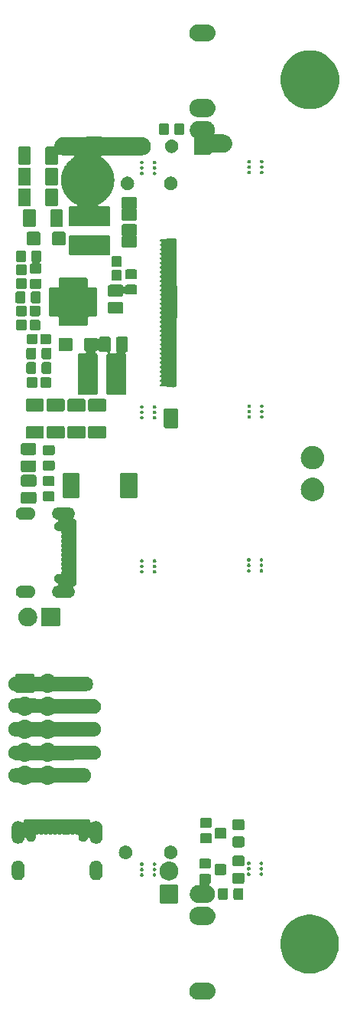
<source format=gbr>
%TF.GenerationSoftware,KiCad,Pcbnew,8.0.3*%
%TF.CreationDate,2024-07-16T16:01:19-03:00*%
%TF.ProjectId,IPS2,49505332-2e6b-4696-9361-645f70636258,rev?*%
%TF.SameCoordinates,Original*%
%TF.FileFunction,Soldermask,Top*%
%TF.FilePolarity,Negative*%
%FSLAX46Y46*%
G04 Gerber Fmt 4.6, Leading zero omitted, Abs format (unit mm)*
G04 Created by KiCad (PCBNEW 8.0.3) date 2024-07-16 16:01:19*
%MOMM*%
%LPD*%
G01*
G04 APERTURE LIST*
G04 APERTURE END LIST*
G36*
X55249817Y-129820482D02*
G01*
X55312073Y-129822928D01*
X55317684Y-129823816D01*
X55333116Y-129824575D01*
X55374715Y-129832849D01*
X55461683Y-129846624D01*
X55489653Y-129855712D01*
X55515770Y-129860907D01*
X55552625Y-129876173D01*
X55603398Y-129892670D01*
X55650959Y-129916903D01*
X55687827Y-129932175D01*
X55709978Y-129946976D01*
X55736171Y-129960322D01*
X55807375Y-130012054D01*
X55842674Y-130035640D01*
X55850206Y-130043172D01*
X55856723Y-130047907D01*
X55962092Y-130153276D01*
X55966826Y-130159792D01*
X55974360Y-130167326D01*
X55997948Y-130202629D01*
X56049677Y-130273828D01*
X56063021Y-130300018D01*
X56077825Y-130322173D01*
X56093098Y-130359045D01*
X56117329Y-130406601D01*
X56133823Y-130457366D01*
X56149093Y-130494230D01*
X56154289Y-130520352D01*
X56163375Y-130548316D01*
X56177147Y-130635268D01*
X56185425Y-130676884D01*
X56185425Y-130687531D01*
X56186686Y-130695493D01*
X56186686Y-130844506D01*
X56185425Y-130852467D01*
X56185425Y-130863116D01*
X56177146Y-130904735D01*
X56163375Y-130991683D01*
X56154289Y-131019645D01*
X56149093Y-131045770D01*
X56133822Y-131082637D01*
X56117329Y-131133398D01*
X56093100Y-131180948D01*
X56077825Y-131217827D01*
X56063019Y-131239984D01*
X56049677Y-131266171D01*
X55997957Y-131337358D01*
X55974360Y-131372674D01*
X55966823Y-131380210D01*
X55962092Y-131386723D01*
X55856723Y-131492092D01*
X55850210Y-131496823D01*
X55842674Y-131504360D01*
X55807358Y-131527957D01*
X55736171Y-131579677D01*
X55709984Y-131593019D01*
X55687827Y-131607825D01*
X55650948Y-131623100D01*
X55603398Y-131647329D01*
X55552637Y-131663822D01*
X55515770Y-131679093D01*
X55489645Y-131684289D01*
X55461683Y-131693375D01*
X55374743Y-131707144D01*
X55333116Y-131715425D01*
X55322174Y-131715470D01*
X55314313Y-131716716D01*
X54242282Y-131719992D01*
X54242246Y-131719990D01*
X54240000Y-131720000D01*
X54230084Y-131719512D01*
X54167926Y-131717071D01*
X54162322Y-131716183D01*
X54146884Y-131715425D01*
X54105263Y-131707146D01*
X54018316Y-131693375D01*
X53990352Y-131684289D01*
X53964230Y-131679093D01*
X53927366Y-131663823D01*
X53876601Y-131647329D01*
X53829045Y-131623098D01*
X53792173Y-131607825D01*
X53770018Y-131593021D01*
X53743828Y-131579677D01*
X53672629Y-131527948D01*
X53637326Y-131504360D01*
X53629792Y-131496826D01*
X53623276Y-131492092D01*
X53517907Y-131386723D01*
X53513172Y-131380206D01*
X53505640Y-131372674D01*
X53482054Y-131337375D01*
X53430322Y-131266171D01*
X53416976Y-131239978D01*
X53402175Y-131217827D01*
X53386903Y-131180959D01*
X53362670Y-131133398D01*
X53346173Y-131082625D01*
X53330907Y-131045770D01*
X53325712Y-131019653D01*
X53316624Y-130991683D01*
X53302851Y-130904725D01*
X53294575Y-130863116D01*
X53294575Y-130852467D01*
X53293314Y-130844506D01*
X53293314Y-130695493D01*
X53294575Y-130687531D01*
X53294575Y-130676884D01*
X53302850Y-130635278D01*
X53316624Y-130548316D01*
X53325712Y-130520344D01*
X53330907Y-130494230D01*
X53346171Y-130457377D01*
X53362670Y-130406601D01*
X53386906Y-130359035D01*
X53402175Y-130322173D01*
X53416973Y-130300024D01*
X53430322Y-130273828D01*
X53482062Y-130202612D01*
X53505640Y-130167326D01*
X53513170Y-130159795D01*
X53517907Y-130153276D01*
X53623276Y-130047907D01*
X53629795Y-130043170D01*
X53637326Y-130035640D01*
X53672612Y-130012062D01*
X53743828Y-129960322D01*
X53770024Y-129946973D01*
X53792173Y-129932175D01*
X53829035Y-129916906D01*
X53876601Y-129892670D01*
X53927377Y-129876171D01*
X53964230Y-129860907D01*
X53990344Y-129855712D01*
X54018316Y-129846624D01*
X54105284Y-129832849D01*
X54146884Y-129824575D01*
X54157817Y-129824529D01*
X54165686Y-129823283D01*
X55237717Y-129820007D01*
X55237775Y-129820009D01*
X55240000Y-129820000D01*
X55249817Y-129820482D01*
G37*
G36*
X67145791Y-122380314D02*
G01*
X67489467Y-122455963D01*
X67822949Y-122568326D01*
X68142327Y-122716086D01*
X68443858Y-122897511D01*
X68724005Y-123110473D01*
X68979485Y-123352477D01*
X69207302Y-123620684D01*
X69404786Y-123911950D01*
X69569620Y-124222860D01*
X69699873Y-124549770D01*
X69794017Y-124888846D01*
X69850948Y-125236113D01*
X69870000Y-125587500D01*
X69850948Y-125938887D01*
X69794017Y-126286154D01*
X69699873Y-126625230D01*
X69569620Y-126952140D01*
X69404786Y-127263050D01*
X69207302Y-127554316D01*
X68979485Y-127822523D01*
X68724005Y-128064527D01*
X68443858Y-128277489D01*
X68142327Y-128458914D01*
X67822949Y-128606674D01*
X67489467Y-128719037D01*
X67145791Y-128794686D01*
X66795951Y-128832734D01*
X66444049Y-128832734D01*
X66094209Y-128794686D01*
X65750533Y-128719037D01*
X65417051Y-128606674D01*
X65097673Y-128458914D01*
X64796142Y-128277489D01*
X64515995Y-128064527D01*
X64260515Y-127822523D01*
X64032698Y-127554316D01*
X63835214Y-127263050D01*
X63670380Y-126952140D01*
X63540127Y-126625230D01*
X63445983Y-126286154D01*
X63389052Y-125938887D01*
X63370000Y-125587500D01*
X63389052Y-125236113D01*
X63445983Y-124888846D01*
X63540127Y-124549770D01*
X63670380Y-124222860D01*
X63835214Y-123911950D01*
X64032698Y-123620684D01*
X64260515Y-123352477D01*
X64515995Y-123110473D01*
X64796142Y-122897511D01*
X65097673Y-122716086D01*
X65417051Y-122568326D01*
X65750533Y-122455963D01*
X66094209Y-122380314D01*
X66444049Y-122342266D01*
X66795951Y-122342266D01*
X67145791Y-122380314D01*
G37*
G36*
X55199798Y-121470481D02*
G01*
X55265996Y-121473082D01*
X55271956Y-121474026D01*
X55288017Y-121474815D01*
X55331320Y-121483428D01*
X55423355Y-121498006D01*
X55452956Y-121507623D01*
X55480285Y-121513060D01*
X55518846Y-121529032D01*
X55572532Y-121546476D01*
X55622828Y-121572103D01*
X55661397Y-121588079D01*
X55684567Y-121603560D01*
X55712301Y-121617692D01*
X55787696Y-121672470D01*
X55824393Y-121696990D01*
X55832224Y-121704821D01*
X55839191Y-121709883D01*
X55950116Y-121820808D01*
X55955177Y-121827774D01*
X55963010Y-121835607D01*
X55987532Y-121872308D01*
X56042307Y-121947698D01*
X56056437Y-121975429D01*
X56071921Y-121998603D01*
X56087898Y-122037176D01*
X56113523Y-122087467D01*
X56130964Y-122141145D01*
X56146940Y-122179715D01*
X56152377Y-122207049D01*
X56161993Y-122236644D01*
X56176567Y-122328661D01*
X56185185Y-122371983D01*
X56185185Y-122383066D01*
X56186532Y-122391571D01*
X56186532Y-122548428D01*
X56185185Y-122556932D01*
X56185185Y-122568017D01*
X56176567Y-122611341D01*
X56161993Y-122703355D01*
X56152377Y-122732948D01*
X56146940Y-122760285D01*
X56130962Y-122798858D01*
X56113523Y-122852532D01*
X56087900Y-122902818D01*
X56071921Y-122941397D01*
X56056434Y-122964573D01*
X56042307Y-122992301D01*
X55987541Y-123067679D01*
X55963010Y-123104393D01*
X55955174Y-123112228D01*
X55950116Y-123119191D01*
X55839191Y-123230116D01*
X55832228Y-123235174D01*
X55824393Y-123243010D01*
X55787679Y-123267541D01*
X55712301Y-123322307D01*
X55684573Y-123336434D01*
X55661397Y-123351921D01*
X55622818Y-123367900D01*
X55572532Y-123393523D01*
X55518858Y-123410962D01*
X55480285Y-123426940D01*
X55452948Y-123432377D01*
X55423355Y-123441993D01*
X55331352Y-123456565D01*
X55288017Y-123465185D01*
X55276579Y-123465240D01*
X55268209Y-123466566D01*
X54292249Y-123469991D01*
X54292207Y-123469989D01*
X54290000Y-123470000D01*
X54280103Y-123469513D01*
X54214003Y-123466917D01*
X54208051Y-123465974D01*
X54191983Y-123465185D01*
X54148658Y-123456567D01*
X54056644Y-123441993D01*
X54027049Y-123432377D01*
X53999715Y-123426940D01*
X53961145Y-123410964D01*
X53907467Y-123393523D01*
X53857176Y-123367898D01*
X53818603Y-123351921D01*
X53795429Y-123336437D01*
X53767698Y-123322307D01*
X53692308Y-123267532D01*
X53655607Y-123243010D01*
X53647774Y-123235177D01*
X53640808Y-123230116D01*
X53529883Y-123119191D01*
X53524821Y-123112224D01*
X53516990Y-123104393D01*
X53492470Y-123067696D01*
X53437692Y-122992301D01*
X53423560Y-122964567D01*
X53408079Y-122941397D01*
X53392103Y-122902828D01*
X53366476Y-122852532D01*
X53349032Y-122798846D01*
X53333060Y-122760285D01*
X53327623Y-122732956D01*
X53318006Y-122703355D01*
X53303430Y-122611331D01*
X53294815Y-122568017D01*
X53294815Y-122556932D01*
X53293468Y-122548428D01*
X53293468Y-122391571D01*
X53294815Y-122383066D01*
X53294815Y-122371983D01*
X53303430Y-122328671D01*
X53318006Y-122236644D01*
X53327624Y-122207041D01*
X53333060Y-122179715D01*
X53349031Y-122141156D01*
X53366476Y-122087467D01*
X53392105Y-122037165D01*
X53408079Y-121998603D01*
X53423558Y-121975436D01*
X53437692Y-121947698D01*
X53492478Y-121872290D01*
X53516990Y-121835607D01*
X53524818Y-121827778D01*
X53529883Y-121820808D01*
X53640808Y-121709883D01*
X53647778Y-121704818D01*
X53655607Y-121696990D01*
X53692290Y-121672478D01*
X53767698Y-121617692D01*
X53795436Y-121603558D01*
X53818603Y-121588079D01*
X53857165Y-121572105D01*
X53907467Y-121546476D01*
X53961156Y-121529031D01*
X53999715Y-121513060D01*
X54027041Y-121507624D01*
X54056644Y-121498006D01*
X54148676Y-121483429D01*
X54191983Y-121474815D01*
X54203412Y-121474759D01*
X54211790Y-121473433D01*
X55187750Y-121470008D01*
X55187814Y-121470010D01*
X55190000Y-121470000D01*
X55199798Y-121470481D01*
G37*
G36*
X51906043Y-118993191D02*
G01*
X51938727Y-118997494D01*
X51946948Y-119001327D01*
X51966537Y-119005224D01*
X51992480Y-119022559D01*
X52003608Y-119027748D01*
X52010378Y-119034518D01*
X52031421Y-119048579D01*
X52045481Y-119069621D01*
X52052251Y-119076391D01*
X52057438Y-119087516D01*
X52074776Y-119113463D01*
X52078672Y-119133053D01*
X52082505Y-119141272D01*
X52086806Y-119173945D01*
X52090000Y-119190000D01*
X52090000Y-120890000D01*
X52086805Y-120906058D01*
X52082505Y-120938727D01*
X52078673Y-120946944D01*
X52074776Y-120966537D01*
X52057437Y-120992485D01*
X52052251Y-121003608D01*
X52045483Y-121010375D01*
X52031421Y-121031421D01*
X52010375Y-121045483D01*
X52003608Y-121052251D01*
X51992485Y-121057437D01*
X51966537Y-121074776D01*
X51946944Y-121078673D01*
X51938727Y-121082505D01*
X51906056Y-121086806D01*
X51890000Y-121090000D01*
X50190000Y-121090000D01*
X50173943Y-121086806D01*
X50141272Y-121082505D01*
X50133053Y-121078672D01*
X50113463Y-121074776D01*
X50087516Y-121057438D01*
X50076391Y-121052251D01*
X50069621Y-121045481D01*
X50048579Y-121031421D01*
X50034518Y-121010378D01*
X50027748Y-121003608D01*
X50022559Y-120992480D01*
X50005224Y-120966537D01*
X50001327Y-120946948D01*
X49997494Y-120938727D01*
X49993190Y-120906041D01*
X49990000Y-120890000D01*
X49990000Y-119190000D01*
X49993190Y-119173958D01*
X49997494Y-119141272D01*
X50001327Y-119133049D01*
X50005224Y-119113463D01*
X50022557Y-119087521D01*
X50027748Y-119076391D01*
X50034520Y-119069618D01*
X50048579Y-119048579D01*
X50069618Y-119034520D01*
X50076391Y-119027748D01*
X50087521Y-119022557D01*
X50113463Y-119005224D01*
X50133049Y-119001327D01*
X50141272Y-118997494D01*
X50173960Y-118993190D01*
X50190000Y-118990000D01*
X51890000Y-118990000D01*
X51906043Y-118993191D01*
G37*
G36*
X55506043Y-117853191D02*
G01*
X55538727Y-117857494D01*
X55546948Y-117861327D01*
X55566537Y-117865224D01*
X55592480Y-117882559D01*
X55603608Y-117887748D01*
X55610378Y-117894518D01*
X55631421Y-117908579D01*
X55645481Y-117929621D01*
X55652251Y-117936391D01*
X55657438Y-117947516D01*
X55674776Y-117973463D01*
X55678672Y-117993053D01*
X55682505Y-118001272D01*
X55686806Y-118033945D01*
X55690000Y-118050000D01*
X55690000Y-118750000D01*
X55686805Y-118766057D01*
X55682505Y-118798727D01*
X55678673Y-118806944D01*
X55674776Y-118826537D01*
X55657437Y-118852485D01*
X55652251Y-118863608D01*
X55645483Y-118870375D01*
X55631421Y-118891421D01*
X55610375Y-118905483D01*
X55603609Y-118912250D01*
X55592488Y-118917435D01*
X55566537Y-118934776D01*
X55546940Y-118938674D01*
X55503229Y-118959056D01*
X55500501Y-119115249D01*
X55572835Y-119152106D01*
X55611397Y-119168079D01*
X55634568Y-119183561D01*
X55662300Y-119197692D01*
X55737691Y-119252466D01*
X55774393Y-119276990D01*
X55782224Y-119284821D01*
X55789191Y-119289883D01*
X55900116Y-119400808D01*
X55905177Y-119407774D01*
X55913010Y-119415607D01*
X55937532Y-119452308D01*
X55992307Y-119527698D01*
X56006437Y-119555429D01*
X56021921Y-119578603D01*
X56037898Y-119617176D01*
X56063523Y-119667467D01*
X56080964Y-119721145D01*
X56096940Y-119759715D01*
X56102377Y-119787049D01*
X56111993Y-119816644D01*
X56126567Y-119908661D01*
X56135185Y-119951983D01*
X56135185Y-119963066D01*
X56136532Y-119971571D01*
X56136532Y-120128428D01*
X56135185Y-120136932D01*
X56135185Y-120148017D01*
X56126567Y-120191341D01*
X56111993Y-120283355D01*
X56102377Y-120312948D01*
X56096940Y-120340285D01*
X56080962Y-120378858D01*
X56063523Y-120432532D01*
X56037900Y-120482818D01*
X56021921Y-120521397D01*
X56006434Y-120544573D01*
X55992307Y-120572301D01*
X55937541Y-120647679D01*
X55913010Y-120684393D01*
X55905174Y-120692228D01*
X55900116Y-120699191D01*
X55789191Y-120810116D01*
X55782228Y-120815174D01*
X55774393Y-120823010D01*
X55737679Y-120847541D01*
X55662301Y-120902307D01*
X55634573Y-120916434D01*
X55611397Y-120931921D01*
X55572818Y-120947900D01*
X55522532Y-120973523D01*
X55468858Y-120990962D01*
X55430285Y-121006940D01*
X55402948Y-121012377D01*
X55373355Y-121021993D01*
X55281346Y-121036566D01*
X55238017Y-121045185D01*
X55226541Y-121045246D01*
X55218186Y-121046570D01*
X54342220Y-121049990D01*
X54342177Y-121049988D01*
X54340000Y-121050000D01*
X54330115Y-121049514D01*
X54264003Y-121046917D01*
X54258051Y-121045974D01*
X54241983Y-121045185D01*
X54198658Y-121036567D01*
X54106644Y-121021993D01*
X54077049Y-121012377D01*
X54049715Y-121006940D01*
X54011145Y-120990964D01*
X53957467Y-120973523D01*
X53907176Y-120947898D01*
X53868603Y-120931921D01*
X53845429Y-120916437D01*
X53817698Y-120902307D01*
X53742308Y-120847532D01*
X53705607Y-120823010D01*
X53697774Y-120815177D01*
X53690808Y-120810116D01*
X53579883Y-120699191D01*
X53574821Y-120692224D01*
X53566990Y-120684393D01*
X53542470Y-120647696D01*
X53487692Y-120572301D01*
X53473560Y-120544567D01*
X53458079Y-120521397D01*
X53442103Y-120482828D01*
X53416476Y-120432532D01*
X53399032Y-120378846D01*
X53383060Y-120340285D01*
X53377623Y-120312956D01*
X53368006Y-120283355D01*
X53353430Y-120191331D01*
X53344815Y-120148017D01*
X53344815Y-120136932D01*
X53343468Y-120128428D01*
X53343468Y-119971571D01*
X53344815Y-119963066D01*
X53344815Y-119951983D01*
X53353430Y-119908671D01*
X53368006Y-119816644D01*
X53377624Y-119787041D01*
X53383060Y-119759715D01*
X53399031Y-119721156D01*
X53416476Y-119667467D01*
X53442105Y-119617165D01*
X53458079Y-119578603D01*
X53473558Y-119555436D01*
X53487692Y-119527698D01*
X53542478Y-119452290D01*
X53566990Y-119415607D01*
X53574818Y-119407778D01*
X53579883Y-119400808D01*
X53690808Y-119289883D01*
X53697778Y-119284818D01*
X53705607Y-119276990D01*
X53742290Y-119252478D01*
X53817698Y-119197692D01*
X53845436Y-119183558D01*
X53868603Y-119168079D01*
X53907165Y-119152105D01*
X53957467Y-119126476D01*
X54011156Y-119109031D01*
X54049715Y-119093060D01*
X54077041Y-119087624D01*
X54106644Y-119078006D01*
X54198679Y-119063428D01*
X54241983Y-119054815D01*
X54253451Y-119054753D01*
X54261814Y-119053429D01*
X54388853Y-119052932D01*
X54462149Y-118937384D01*
X54422558Y-118852479D01*
X54405224Y-118826537D01*
X54401327Y-118806948D01*
X54397494Y-118798727D01*
X54393190Y-118766041D01*
X54390000Y-118750000D01*
X54390000Y-118050000D01*
X54393190Y-118033959D01*
X54397494Y-118001272D01*
X54401327Y-117993049D01*
X54405224Y-117973463D01*
X54422557Y-117947521D01*
X54427748Y-117936391D01*
X54434520Y-117929618D01*
X54448579Y-117908579D01*
X54469618Y-117894520D01*
X54476391Y-117887748D01*
X54487521Y-117882557D01*
X54513463Y-117865224D01*
X54533049Y-117861327D01*
X54541272Y-117857494D01*
X54573960Y-117853190D01*
X54590000Y-117850000D01*
X55490000Y-117850000D01*
X55506043Y-117853191D01*
G37*
G36*
X57406042Y-119403191D02*
G01*
X57438727Y-119407494D01*
X57446948Y-119411327D01*
X57466537Y-119415224D01*
X57492480Y-119432559D01*
X57503608Y-119437748D01*
X57510378Y-119444518D01*
X57531421Y-119458579D01*
X57545481Y-119479621D01*
X57552251Y-119486391D01*
X57557438Y-119497516D01*
X57574776Y-119523463D01*
X57578672Y-119543053D01*
X57582505Y-119551272D01*
X57586806Y-119583945D01*
X57590000Y-119600000D01*
X57590000Y-120500000D01*
X57586805Y-120516058D01*
X57582505Y-120548727D01*
X57578673Y-120556944D01*
X57574776Y-120576537D01*
X57557437Y-120602485D01*
X57552251Y-120613608D01*
X57545483Y-120620375D01*
X57531421Y-120641421D01*
X57510375Y-120655483D01*
X57503608Y-120662251D01*
X57492485Y-120667437D01*
X57466537Y-120684776D01*
X57446944Y-120688673D01*
X57438727Y-120692505D01*
X57406056Y-120696806D01*
X57390000Y-120700000D01*
X56690000Y-120700000D01*
X56673944Y-120696806D01*
X56641272Y-120692505D01*
X56633053Y-120688672D01*
X56613463Y-120684776D01*
X56587516Y-120667438D01*
X56576391Y-120662251D01*
X56569621Y-120655481D01*
X56548579Y-120641421D01*
X56534518Y-120620378D01*
X56527748Y-120613608D01*
X56522559Y-120602480D01*
X56505224Y-120576537D01*
X56501327Y-120556948D01*
X56497494Y-120548727D01*
X56493190Y-120516041D01*
X56490000Y-120500000D01*
X56490000Y-119600000D01*
X56493190Y-119583958D01*
X56497494Y-119551272D01*
X56501327Y-119543049D01*
X56505224Y-119523463D01*
X56522557Y-119497521D01*
X56527748Y-119486391D01*
X56534520Y-119479618D01*
X56548579Y-119458579D01*
X56569618Y-119444520D01*
X56576391Y-119437748D01*
X56587521Y-119432557D01*
X56613463Y-119415224D01*
X56633049Y-119411327D01*
X56641272Y-119407494D01*
X56673960Y-119403190D01*
X56690000Y-119400000D01*
X57390000Y-119400000D01*
X57406042Y-119403191D01*
G37*
G36*
X59106042Y-119403191D02*
G01*
X59138727Y-119407494D01*
X59146948Y-119411327D01*
X59166537Y-119415224D01*
X59192480Y-119432559D01*
X59203608Y-119437748D01*
X59210378Y-119444518D01*
X59231421Y-119458579D01*
X59245481Y-119479621D01*
X59252251Y-119486391D01*
X59257438Y-119497516D01*
X59274776Y-119523463D01*
X59278672Y-119543053D01*
X59282505Y-119551272D01*
X59286806Y-119583945D01*
X59290000Y-119600000D01*
X59290000Y-120500000D01*
X59286805Y-120516058D01*
X59282505Y-120548727D01*
X59278673Y-120556944D01*
X59274776Y-120576537D01*
X59257437Y-120602485D01*
X59252251Y-120613608D01*
X59245483Y-120620375D01*
X59231421Y-120641421D01*
X59210375Y-120655483D01*
X59203608Y-120662251D01*
X59192485Y-120667437D01*
X59166537Y-120684776D01*
X59146944Y-120688673D01*
X59138727Y-120692505D01*
X59106056Y-120696806D01*
X59090000Y-120700000D01*
X58390000Y-120700000D01*
X58373944Y-120696806D01*
X58341272Y-120692505D01*
X58333053Y-120688672D01*
X58313463Y-120684776D01*
X58287516Y-120667438D01*
X58276391Y-120662251D01*
X58269621Y-120655481D01*
X58248579Y-120641421D01*
X58234518Y-120620378D01*
X58227748Y-120613608D01*
X58222559Y-120602480D01*
X58205224Y-120576537D01*
X58201327Y-120556948D01*
X58197494Y-120548727D01*
X58193190Y-120516041D01*
X58190000Y-120500000D01*
X58190000Y-119600000D01*
X58193190Y-119583958D01*
X58197494Y-119551272D01*
X58201327Y-119543049D01*
X58205224Y-119523463D01*
X58222557Y-119497521D01*
X58227748Y-119486391D01*
X58234520Y-119479618D01*
X58248579Y-119458579D01*
X58269618Y-119444520D01*
X58276391Y-119437748D01*
X58287521Y-119432557D01*
X58313463Y-119415224D01*
X58333049Y-119411327D01*
X58341272Y-119407494D01*
X58373960Y-119403190D01*
X58390000Y-119400000D01*
X59090000Y-119400000D01*
X59106042Y-119403191D01*
G37*
G36*
X59206043Y-117703191D02*
G01*
X59238727Y-117707494D01*
X59246948Y-117711327D01*
X59266537Y-117715224D01*
X59292480Y-117732559D01*
X59303608Y-117737748D01*
X59310378Y-117744518D01*
X59331421Y-117758579D01*
X59345481Y-117779621D01*
X59352251Y-117786391D01*
X59357438Y-117797516D01*
X59374776Y-117823463D01*
X59378672Y-117843053D01*
X59382505Y-117851272D01*
X59386806Y-117883945D01*
X59390000Y-117900000D01*
X59390000Y-118700000D01*
X59386805Y-118716058D01*
X59382505Y-118748727D01*
X59378673Y-118756944D01*
X59374776Y-118776537D01*
X59357437Y-118802485D01*
X59352251Y-118813608D01*
X59345483Y-118820375D01*
X59331421Y-118841421D01*
X59310375Y-118855483D01*
X59303608Y-118862251D01*
X59292485Y-118867437D01*
X59266537Y-118884776D01*
X59246944Y-118888673D01*
X59238727Y-118892505D01*
X59206056Y-118896806D01*
X59190000Y-118900000D01*
X58290000Y-118900000D01*
X58273943Y-118896806D01*
X58241272Y-118892505D01*
X58233053Y-118888672D01*
X58213463Y-118884776D01*
X58187516Y-118867438D01*
X58176391Y-118862251D01*
X58169621Y-118855481D01*
X58148579Y-118841421D01*
X58134518Y-118820378D01*
X58127748Y-118813608D01*
X58122559Y-118802480D01*
X58105224Y-118776537D01*
X58101327Y-118756948D01*
X58097494Y-118748727D01*
X58093190Y-118716041D01*
X58090000Y-118700000D01*
X58090000Y-117900000D01*
X58093190Y-117883958D01*
X58097494Y-117851272D01*
X58101327Y-117843049D01*
X58105224Y-117823463D01*
X58122557Y-117797521D01*
X58127748Y-117786391D01*
X58134520Y-117779618D01*
X58148579Y-117758579D01*
X58169618Y-117744520D01*
X58176391Y-117737748D01*
X58187521Y-117732557D01*
X58213463Y-117715224D01*
X58233049Y-117711327D01*
X58241272Y-117707494D01*
X58273960Y-117703190D01*
X58290000Y-117700000D01*
X59190000Y-117700000D01*
X59206043Y-117703191D01*
G37*
G36*
X51090889Y-116455012D02*
G01*
X51136830Y-116455012D01*
X51187988Y-116464575D01*
X51244845Y-116470175D01*
X51288042Y-116483278D01*
X51327202Y-116490599D01*
X51381438Y-116511609D01*
X51441818Y-116529926D01*
X51476315Y-116548365D01*
X51507786Y-116560557D01*
X51562469Y-116594415D01*
X51623349Y-116626957D01*
X51648929Y-116647950D01*
X51672442Y-116662509D01*
X51724546Y-116710008D01*
X51782462Y-116757538D01*
X51799621Y-116778446D01*
X51815564Y-116792980D01*
X51861838Y-116854258D01*
X51913043Y-116916651D01*
X51922947Y-116935180D01*
X51932273Y-116947530D01*
X51969372Y-117022034D01*
X52010074Y-117098182D01*
X52014415Y-117112492D01*
X52018596Y-117120889D01*
X52043295Y-117207697D01*
X52069825Y-117295155D01*
X52070696Y-117304003D01*
X52071594Y-117307158D01*
X52080933Y-117407944D01*
X52090000Y-117500000D01*
X52080932Y-117592063D01*
X52071594Y-117692841D01*
X52070696Y-117695994D01*
X52069825Y-117704845D01*
X52043290Y-117792317D01*
X52018596Y-117879110D01*
X52014415Y-117887504D01*
X52010074Y-117901818D01*
X51969364Y-117977979D01*
X51932273Y-118052469D01*
X51922949Y-118064815D01*
X51913043Y-118083349D01*
X51861829Y-118145752D01*
X51815564Y-118207019D01*
X51799624Y-118221549D01*
X51782462Y-118242462D01*
X51724535Y-118290000D01*
X51672442Y-118337490D01*
X51648934Y-118352045D01*
X51623349Y-118373043D01*
X51562457Y-118405590D01*
X51507786Y-118439442D01*
X51476321Y-118451631D01*
X51441818Y-118470074D01*
X51381426Y-118488393D01*
X51327202Y-118509400D01*
X51288049Y-118516719D01*
X51244845Y-118529825D01*
X51187985Y-118535425D01*
X51136830Y-118544988D01*
X51090889Y-118544988D01*
X51040000Y-118550000D01*
X50989111Y-118544988D01*
X50943170Y-118544988D01*
X50892014Y-118535424D01*
X50835155Y-118529825D01*
X50791952Y-118516719D01*
X50752797Y-118509400D01*
X50698569Y-118488392D01*
X50638182Y-118470074D01*
X50603680Y-118451632D01*
X50572213Y-118439442D01*
X50517535Y-118405586D01*
X50456651Y-118373043D01*
X50431068Y-118352047D01*
X50407557Y-118337490D01*
X50355454Y-118289992D01*
X50297538Y-118242462D01*
X50280378Y-118221553D01*
X50264435Y-118207019D01*
X50218158Y-118145737D01*
X50166957Y-118083349D01*
X50157053Y-118064820D01*
X50147726Y-118052469D01*
X50110620Y-117977951D01*
X50069926Y-117901818D01*
X50065585Y-117887509D01*
X50061403Y-117879110D01*
X50036693Y-117792264D01*
X50010175Y-117704845D01*
X50009303Y-117696000D01*
X50008405Y-117692841D01*
X49999050Y-117591891D01*
X49990000Y-117500000D01*
X49999049Y-117408116D01*
X50008405Y-117307158D01*
X50009304Y-117303998D01*
X50010175Y-117295155D01*
X50036688Y-117207750D01*
X50061403Y-117120889D01*
X50065586Y-117112487D01*
X50069926Y-117098182D01*
X50110613Y-117022061D01*
X50147726Y-116947530D01*
X50157054Y-116935176D01*
X50166957Y-116916651D01*
X50218148Y-116854274D01*
X50264435Y-116792980D01*
X50280381Y-116778442D01*
X50297538Y-116757538D01*
X50355443Y-116710016D01*
X50407557Y-116662509D01*
X50431073Y-116647948D01*
X50456651Y-116626957D01*
X50517523Y-116594419D01*
X50572213Y-116560557D01*
X50603687Y-116548363D01*
X50638182Y-116529926D01*
X50698557Y-116511611D01*
X50752797Y-116490599D01*
X50791959Y-116483278D01*
X50835155Y-116470175D01*
X50892011Y-116464575D01*
X50943170Y-116455012D01*
X50989111Y-116455012D01*
X51040000Y-116450000D01*
X51090889Y-116455012D01*
G37*
G36*
X34533199Y-116370142D02*
G01*
X34659978Y-116422655D01*
X34774075Y-116498893D01*
X34871107Y-116595925D01*
X34947345Y-116710022D01*
X34999858Y-116836801D01*
X35026629Y-116971388D01*
X35030000Y-117840000D01*
X35026629Y-117908612D01*
X34999858Y-118043199D01*
X34947345Y-118169978D01*
X34871107Y-118284075D01*
X34774075Y-118381107D01*
X34659978Y-118457345D01*
X34533199Y-118509858D01*
X34398612Y-118536629D01*
X34261388Y-118536629D01*
X34126801Y-118509858D01*
X34000022Y-118457345D01*
X33885925Y-118381107D01*
X33788893Y-118284075D01*
X33712655Y-118169978D01*
X33660142Y-118043199D01*
X33633371Y-117908612D01*
X33630000Y-117040000D01*
X33633371Y-116971388D01*
X33660142Y-116836801D01*
X33712655Y-116710022D01*
X33788893Y-116595925D01*
X33885925Y-116498893D01*
X34000022Y-116422655D01*
X34126801Y-116370142D01*
X34261388Y-116343371D01*
X34398612Y-116343371D01*
X34533199Y-116370142D01*
G37*
G36*
X43173199Y-116370142D02*
G01*
X43299978Y-116422655D01*
X43414075Y-116498893D01*
X43511107Y-116595925D01*
X43587345Y-116710022D01*
X43639858Y-116836801D01*
X43666629Y-116971388D01*
X43670000Y-117840000D01*
X43666629Y-117908612D01*
X43639858Y-118043199D01*
X43587345Y-118169978D01*
X43511107Y-118284075D01*
X43414075Y-118381107D01*
X43299978Y-118457345D01*
X43173199Y-118509858D01*
X43038612Y-118536629D01*
X42901388Y-118536629D01*
X42766801Y-118509858D01*
X42640022Y-118457345D01*
X42525925Y-118381107D01*
X42428893Y-118284075D01*
X42352655Y-118169978D01*
X42300142Y-118043199D01*
X42273371Y-117908612D01*
X42270000Y-117040000D01*
X42273371Y-116971388D01*
X42300142Y-116836801D01*
X42352655Y-116710022D01*
X42428893Y-116595925D01*
X42525925Y-116498893D01*
X42640022Y-116422655D01*
X42766801Y-116370142D01*
X42901388Y-116343371D01*
X43038612Y-116343371D01*
X43173199Y-116370142D01*
G37*
G36*
X48086218Y-117758193D02*
G01*
X48116919Y-117764300D01*
X48133575Y-117775429D01*
X48139536Y-117777599D01*
X48150146Y-117786502D01*
X48182128Y-117807872D01*
X48190441Y-117820313D01*
X48192499Y-117822040D01*
X48198244Y-117831991D01*
X48225700Y-117873081D01*
X48241000Y-117950000D01*
X48225700Y-118026919D01*
X48198240Y-118068014D01*
X48192499Y-118077959D01*
X48190442Y-118079684D01*
X48182128Y-118092128D01*
X48150141Y-118113501D01*
X48139536Y-118122400D01*
X48133578Y-118124568D01*
X48116919Y-118135700D01*
X48086217Y-118141806D01*
X48074568Y-118146047D01*
X48064901Y-118146047D01*
X48040000Y-118151000D01*
X48015099Y-118146047D01*
X48005432Y-118146047D01*
X47993782Y-118141806D01*
X47963081Y-118135700D01*
X47946422Y-118124569D01*
X47940463Y-118122400D01*
X47929854Y-118113498D01*
X47897872Y-118092128D01*
X47889558Y-118079686D01*
X47887500Y-118077959D01*
X47881752Y-118068003D01*
X47854300Y-118026919D01*
X47839000Y-117950000D01*
X47854300Y-117873081D01*
X47881750Y-117831998D01*
X47887501Y-117822039D01*
X47889560Y-117820310D01*
X47897872Y-117807872D01*
X47929847Y-117786506D01*
X47940464Y-117777598D01*
X47946428Y-117775427D01*
X47963081Y-117764300D01*
X47993769Y-117758195D01*
X48039996Y-117741370D01*
X48086218Y-117758193D01*
G37*
G36*
X49486218Y-117758193D02*
G01*
X49516919Y-117764300D01*
X49533575Y-117775429D01*
X49539536Y-117777599D01*
X49550146Y-117786502D01*
X49582128Y-117807872D01*
X49590441Y-117820313D01*
X49592499Y-117822040D01*
X49598244Y-117831991D01*
X49625700Y-117873081D01*
X49641000Y-117950000D01*
X49625700Y-118026919D01*
X49598240Y-118068014D01*
X49592499Y-118077959D01*
X49590442Y-118079684D01*
X49582128Y-118092128D01*
X49550141Y-118113501D01*
X49539536Y-118122400D01*
X49533578Y-118124568D01*
X49516919Y-118135700D01*
X49486217Y-118141806D01*
X49474568Y-118146047D01*
X49464901Y-118146047D01*
X49440000Y-118151000D01*
X49415099Y-118146047D01*
X49405432Y-118146047D01*
X49393782Y-118141806D01*
X49363081Y-118135700D01*
X49346422Y-118124569D01*
X49340463Y-118122400D01*
X49329854Y-118113498D01*
X49297872Y-118092128D01*
X49289558Y-118079686D01*
X49287500Y-118077959D01*
X49281752Y-118068003D01*
X49254300Y-118026919D01*
X49239000Y-117950000D01*
X49254300Y-117873081D01*
X49281750Y-117831998D01*
X49287501Y-117822039D01*
X49289560Y-117820310D01*
X49297872Y-117807872D01*
X49329847Y-117786506D01*
X49340464Y-117777598D01*
X49346428Y-117775427D01*
X49363081Y-117764300D01*
X49393769Y-117758195D01*
X49439996Y-117741370D01*
X49486218Y-117758193D01*
G37*
G36*
X59916218Y-117668193D02*
G01*
X59946919Y-117674300D01*
X59963575Y-117685429D01*
X59969536Y-117687599D01*
X59980146Y-117696502D01*
X60012128Y-117717872D01*
X60020441Y-117730313D01*
X60022499Y-117732040D01*
X60028244Y-117741991D01*
X60055700Y-117783081D01*
X60071000Y-117860000D01*
X60055700Y-117936919D01*
X60028240Y-117978014D01*
X60022499Y-117987959D01*
X60020442Y-117989684D01*
X60012128Y-118002128D01*
X59980141Y-118023501D01*
X59969536Y-118032400D01*
X59963578Y-118034568D01*
X59946919Y-118045700D01*
X59916217Y-118051806D01*
X59904568Y-118056047D01*
X59894901Y-118056047D01*
X59870000Y-118061000D01*
X59845099Y-118056047D01*
X59835432Y-118056047D01*
X59823782Y-118051806D01*
X59793081Y-118045700D01*
X59776422Y-118034569D01*
X59770463Y-118032400D01*
X59759854Y-118023498D01*
X59727872Y-118002128D01*
X59719558Y-117989686D01*
X59717500Y-117987959D01*
X59711752Y-117978003D01*
X59684300Y-117936919D01*
X59669000Y-117860000D01*
X59684300Y-117783081D01*
X59711750Y-117741998D01*
X59717501Y-117732039D01*
X59719560Y-117730310D01*
X59727872Y-117717872D01*
X59759847Y-117696506D01*
X59770464Y-117687598D01*
X59776428Y-117685427D01*
X59793081Y-117674300D01*
X59823769Y-117668195D01*
X59869996Y-117651370D01*
X59916218Y-117668193D01*
G37*
G36*
X61316218Y-117668193D02*
G01*
X61346919Y-117674300D01*
X61363575Y-117685429D01*
X61369536Y-117687599D01*
X61380146Y-117696502D01*
X61412128Y-117717872D01*
X61420441Y-117730313D01*
X61422499Y-117732040D01*
X61428244Y-117741991D01*
X61455700Y-117783081D01*
X61471000Y-117860000D01*
X61455700Y-117936919D01*
X61428240Y-117978014D01*
X61422499Y-117987959D01*
X61420442Y-117989684D01*
X61412128Y-118002128D01*
X61380141Y-118023501D01*
X61369536Y-118032400D01*
X61363578Y-118034568D01*
X61346919Y-118045700D01*
X61316217Y-118051806D01*
X61304568Y-118056047D01*
X61294901Y-118056047D01*
X61270000Y-118061000D01*
X61245099Y-118056047D01*
X61235432Y-118056047D01*
X61223782Y-118051806D01*
X61193081Y-118045700D01*
X61176422Y-118034569D01*
X61170463Y-118032400D01*
X61159854Y-118023498D01*
X61127872Y-118002128D01*
X61119558Y-117989686D01*
X61117500Y-117987959D01*
X61111752Y-117978003D01*
X61084300Y-117936919D01*
X61069000Y-117860000D01*
X61084300Y-117783081D01*
X61111750Y-117741998D01*
X61117501Y-117732039D01*
X61119560Y-117730310D01*
X61127872Y-117717872D01*
X61159847Y-117696506D01*
X61170464Y-117687598D01*
X61176428Y-117685427D01*
X61193081Y-117674300D01*
X61223769Y-117668195D01*
X61269996Y-117651370D01*
X61316218Y-117668193D01*
G37*
G36*
X57206043Y-116753191D02*
G01*
X57238727Y-116757494D01*
X57246948Y-116761327D01*
X57266537Y-116765224D01*
X57292480Y-116782559D01*
X57303608Y-116787748D01*
X57310378Y-116794518D01*
X57331421Y-116808579D01*
X57345481Y-116829621D01*
X57352251Y-116836391D01*
X57357438Y-116847516D01*
X57374776Y-116873463D01*
X57378672Y-116893053D01*
X57382505Y-116901272D01*
X57386806Y-116933945D01*
X57390000Y-116950000D01*
X57390000Y-117750000D01*
X57386805Y-117766058D01*
X57382505Y-117798727D01*
X57378673Y-117806944D01*
X57374776Y-117826537D01*
X57357437Y-117852485D01*
X57352251Y-117863608D01*
X57345483Y-117870375D01*
X57331421Y-117891421D01*
X57310375Y-117905483D01*
X57303608Y-117912251D01*
X57292485Y-117917437D01*
X57266537Y-117934776D01*
X57246944Y-117938673D01*
X57238727Y-117942505D01*
X57206056Y-117946806D01*
X57190000Y-117950000D01*
X56290000Y-117950000D01*
X56273943Y-117946806D01*
X56241272Y-117942505D01*
X56233053Y-117938672D01*
X56213463Y-117934776D01*
X56187516Y-117917438D01*
X56176391Y-117912251D01*
X56169621Y-117905481D01*
X56148579Y-117891421D01*
X56134518Y-117870378D01*
X56127748Y-117863608D01*
X56122559Y-117852480D01*
X56105224Y-117826537D01*
X56101327Y-117806948D01*
X56097494Y-117798727D01*
X56093190Y-117766041D01*
X56090000Y-117750000D01*
X56090000Y-116950000D01*
X56093190Y-116933958D01*
X56097494Y-116901272D01*
X56101327Y-116893049D01*
X56105224Y-116873463D01*
X56122557Y-116847521D01*
X56127748Y-116836391D01*
X56134520Y-116829618D01*
X56148579Y-116808579D01*
X56169618Y-116794520D01*
X56176391Y-116787748D01*
X56187521Y-116782557D01*
X56213463Y-116765224D01*
X56233049Y-116761327D01*
X56241272Y-116757494D01*
X56273960Y-116753190D01*
X56290000Y-116750000D01*
X57190000Y-116750000D01*
X57206043Y-116753191D01*
G37*
G36*
X48086218Y-117158193D02*
G01*
X48116919Y-117164300D01*
X48133575Y-117175429D01*
X48139536Y-117177599D01*
X48150146Y-117186502D01*
X48182128Y-117207872D01*
X48190441Y-117220313D01*
X48192499Y-117222040D01*
X48198244Y-117231991D01*
X48225700Y-117273081D01*
X48241000Y-117350000D01*
X48225700Y-117426919D01*
X48198240Y-117468014D01*
X48192499Y-117477959D01*
X48190442Y-117479684D01*
X48182128Y-117492128D01*
X48150141Y-117513501D01*
X48139536Y-117522400D01*
X48133578Y-117524568D01*
X48116919Y-117535700D01*
X48086211Y-117541808D01*
X48039998Y-117558628D01*
X47993782Y-117541806D01*
X47963081Y-117535700D01*
X47946422Y-117524569D01*
X47940463Y-117522400D01*
X47929854Y-117513498D01*
X47897872Y-117492128D01*
X47889558Y-117479686D01*
X47887500Y-117477959D01*
X47881752Y-117468003D01*
X47854300Y-117426919D01*
X47839000Y-117350000D01*
X47854300Y-117273081D01*
X47881750Y-117231998D01*
X47887501Y-117222039D01*
X47889560Y-117220310D01*
X47897872Y-117207872D01*
X47929847Y-117186506D01*
X47940464Y-117177598D01*
X47946428Y-117175427D01*
X47963081Y-117164300D01*
X47993769Y-117158195D01*
X48039996Y-117141370D01*
X48086218Y-117158193D01*
G37*
G36*
X49486218Y-117158193D02*
G01*
X49516919Y-117164300D01*
X49533575Y-117175429D01*
X49539536Y-117177599D01*
X49550146Y-117186502D01*
X49582128Y-117207872D01*
X49590441Y-117220313D01*
X49592499Y-117222040D01*
X49598244Y-117231991D01*
X49625700Y-117273081D01*
X49641000Y-117350000D01*
X49625700Y-117426919D01*
X49598240Y-117468014D01*
X49592499Y-117477959D01*
X49590442Y-117479684D01*
X49582128Y-117492128D01*
X49550141Y-117513501D01*
X49539536Y-117522400D01*
X49533578Y-117524568D01*
X49516919Y-117535700D01*
X49486211Y-117541808D01*
X49439998Y-117558628D01*
X49393782Y-117541806D01*
X49363081Y-117535700D01*
X49346422Y-117524569D01*
X49340463Y-117522400D01*
X49329854Y-117513498D01*
X49297872Y-117492128D01*
X49289558Y-117479686D01*
X49287500Y-117477959D01*
X49281752Y-117468003D01*
X49254300Y-117426919D01*
X49239000Y-117350000D01*
X49254300Y-117273081D01*
X49281750Y-117231998D01*
X49287501Y-117222039D01*
X49289560Y-117220310D01*
X49297872Y-117207872D01*
X49329847Y-117186506D01*
X49340464Y-117177598D01*
X49346428Y-117175427D01*
X49363081Y-117164300D01*
X49393769Y-117158195D01*
X49439996Y-117141370D01*
X49486218Y-117158193D01*
G37*
G36*
X59916218Y-117068193D02*
G01*
X59946919Y-117074300D01*
X59963575Y-117085429D01*
X59969536Y-117087599D01*
X59980146Y-117096502D01*
X60012128Y-117117872D01*
X60020441Y-117130313D01*
X60022499Y-117132040D01*
X60028244Y-117141991D01*
X60055700Y-117183081D01*
X60071000Y-117260000D01*
X60055700Y-117336919D01*
X60028240Y-117378014D01*
X60022499Y-117387959D01*
X60020442Y-117389684D01*
X60012128Y-117402128D01*
X59980141Y-117423501D01*
X59969536Y-117432400D01*
X59963578Y-117434568D01*
X59946919Y-117445700D01*
X59916211Y-117451808D01*
X59869998Y-117468628D01*
X59823782Y-117451806D01*
X59793081Y-117445700D01*
X59776422Y-117434569D01*
X59770463Y-117432400D01*
X59759854Y-117423498D01*
X59727872Y-117402128D01*
X59719558Y-117389686D01*
X59717500Y-117387959D01*
X59711752Y-117378003D01*
X59684300Y-117336919D01*
X59669000Y-117260000D01*
X59684300Y-117183081D01*
X59711750Y-117141998D01*
X59717501Y-117132039D01*
X59719560Y-117130310D01*
X59727872Y-117117872D01*
X59759847Y-117096506D01*
X59770464Y-117087598D01*
X59776428Y-117085427D01*
X59793081Y-117074300D01*
X59823769Y-117068195D01*
X59869996Y-117051370D01*
X59916218Y-117068193D01*
G37*
G36*
X61316218Y-117068193D02*
G01*
X61346919Y-117074300D01*
X61363575Y-117085429D01*
X61369536Y-117087599D01*
X61380146Y-117096502D01*
X61412128Y-117117872D01*
X61420441Y-117130313D01*
X61422499Y-117132040D01*
X61428244Y-117141991D01*
X61455700Y-117183081D01*
X61471000Y-117260000D01*
X61455700Y-117336919D01*
X61428240Y-117378014D01*
X61422499Y-117387959D01*
X61420442Y-117389684D01*
X61412128Y-117402128D01*
X61380141Y-117423501D01*
X61369536Y-117432400D01*
X61363578Y-117434568D01*
X61346919Y-117445700D01*
X61316211Y-117451808D01*
X61269998Y-117468628D01*
X61223782Y-117451806D01*
X61193081Y-117445700D01*
X61176422Y-117434569D01*
X61170463Y-117432400D01*
X61159854Y-117423498D01*
X61127872Y-117402128D01*
X61119558Y-117389686D01*
X61117500Y-117387959D01*
X61111752Y-117378003D01*
X61084300Y-117336919D01*
X61069000Y-117260000D01*
X61084300Y-117183081D01*
X61111750Y-117141998D01*
X61117501Y-117132039D01*
X61119560Y-117130310D01*
X61127872Y-117117872D01*
X61159847Y-117096506D01*
X61170464Y-117087598D01*
X61176428Y-117085427D01*
X61193081Y-117074300D01*
X61223769Y-117068195D01*
X61269996Y-117051370D01*
X61316218Y-117068193D01*
G37*
G36*
X55506043Y-116153191D02*
G01*
X55538727Y-116157494D01*
X55546948Y-116161327D01*
X55566537Y-116165224D01*
X55592480Y-116182559D01*
X55603608Y-116187748D01*
X55610378Y-116194518D01*
X55631421Y-116208579D01*
X55645481Y-116229621D01*
X55652251Y-116236391D01*
X55657438Y-116247516D01*
X55674776Y-116273463D01*
X55678672Y-116293053D01*
X55682505Y-116301272D01*
X55686806Y-116333945D01*
X55690000Y-116350000D01*
X55690000Y-117050000D01*
X55686805Y-117066057D01*
X55682505Y-117098727D01*
X55678673Y-117106944D01*
X55674776Y-117126537D01*
X55657437Y-117152485D01*
X55652251Y-117163608D01*
X55645483Y-117170375D01*
X55631421Y-117191421D01*
X55610375Y-117205483D01*
X55603608Y-117212251D01*
X55592485Y-117217437D01*
X55566537Y-117234776D01*
X55546944Y-117238673D01*
X55538727Y-117242505D01*
X55506056Y-117246806D01*
X55490000Y-117250000D01*
X54590000Y-117250000D01*
X54573943Y-117246806D01*
X54541272Y-117242505D01*
X54533053Y-117238672D01*
X54513463Y-117234776D01*
X54487516Y-117217438D01*
X54476391Y-117212251D01*
X54469621Y-117205481D01*
X54448579Y-117191421D01*
X54434518Y-117170378D01*
X54427748Y-117163608D01*
X54422559Y-117152480D01*
X54405224Y-117126537D01*
X54401327Y-117106948D01*
X54397494Y-117098727D01*
X54393190Y-117066041D01*
X54390000Y-117050000D01*
X54390000Y-116350000D01*
X54393190Y-116333959D01*
X54397494Y-116301272D01*
X54401327Y-116293049D01*
X54405224Y-116273463D01*
X54422557Y-116247521D01*
X54427748Y-116236391D01*
X54434520Y-116229618D01*
X54448579Y-116208579D01*
X54469618Y-116194520D01*
X54476391Y-116187748D01*
X54487521Y-116182557D01*
X54513463Y-116165224D01*
X54533049Y-116161327D01*
X54541272Y-116157494D01*
X54573960Y-116153190D01*
X54590000Y-116150000D01*
X55490000Y-116150000D01*
X55506043Y-116153191D01*
G37*
G36*
X59206043Y-115803191D02*
G01*
X59238727Y-115807494D01*
X59246948Y-115811327D01*
X59266537Y-115815224D01*
X59292480Y-115832559D01*
X59303608Y-115837748D01*
X59310378Y-115844518D01*
X59331421Y-115858579D01*
X59345481Y-115879621D01*
X59352251Y-115886391D01*
X59357438Y-115897516D01*
X59374776Y-115923463D01*
X59378672Y-115943053D01*
X59382505Y-115951272D01*
X59386806Y-115983945D01*
X59390000Y-116000000D01*
X59390000Y-116800000D01*
X59386805Y-116816058D01*
X59382505Y-116848727D01*
X59378673Y-116856944D01*
X59374776Y-116876537D01*
X59357437Y-116902485D01*
X59352251Y-116913608D01*
X59345483Y-116920375D01*
X59331421Y-116941421D01*
X59310375Y-116955483D01*
X59303608Y-116962251D01*
X59292485Y-116967437D01*
X59266537Y-116984776D01*
X59246944Y-116988673D01*
X59238727Y-116992505D01*
X59206056Y-116996806D01*
X59190000Y-117000000D01*
X58290000Y-117000000D01*
X58273943Y-116996806D01*
X58241272Y-116992505D01*
X58233053Y-116988672D01*
X58213463Y-116984776D01*
X58187516Y-116967438D01*
X58176391Y-116962251D01*
X58169621Y-116955481D01*
X58148579Y-116941421D01*
X58134518Y-116920378D01*
X58127748Y-116913608D01*
X58122559Y-116902480D01*
X58105224Y-116876537D01*
X58101327Y-116856948D01*
X58097494Y-116848727D01*
X58093190Y-116816041D01*
X58090000Y-116800000D01*
X58090000Y-116000000D01*
X58093190Y-115983958D01*
X58097494Y-115951272D01*
X58101327Y-115943049D01*
X58105224Y-115923463D01*
X58122557Y-115897521D01*
X58127748Y-115886391D01*
X58134520Y-115879618D01*
X58148579Y-115858579D01*
X58169618Y-115844520D01*
X58176391Y-115837748D01*
X58187521Y-115832557D01*
X58213463Y-115815224D01*
X58233049Y-115811327D01*
X58241272Y-115807494D01*
X58273960Y-115803190D01*
X58290000Y-115800000D01*
X59190000Y-115800000D01*
X59206043Y-115803191D01*
G37*
G36*
X48064901Y-116553953D02*
G01*
X48074568Y-116553953D01*
X48086218Y-116558193D01*
X48116919Y-116564300D01*
X48133575Y-116575429D01*
X48139536Y-116577599D01*
X48150146Y-116586502D01*
X48182128Y-116607872D01*
X48190441Y-116620313D01*
X48192499Y-116622040D01*
X48198244Y-116631991D01*
X48225700Y-116673081D01*
X48241000Y-116750000D01*
X48225700Y-116826919D01*
X48198240Y-116868014D01*
X48192499Y-116877959D01*
X48190442Y-116879684D01*
X48182128Y-116892128D01*
X48150141Y-116913501D01*
X48139536Y-116922400D01*
X48133578Y-116924568D01*
X48116919Y-116935700D01*
X48086211Y-116941808D01*
X48039998Y-116958628D01*
X47993782Y-116941806D01*
X47963081Y-116935700D01*
X47946422Y-116924569D01*
X47940463Y-116922400D01*
X47929854Y-116913498D01*
X47897872Y-116892128D01*
X47889558Y-116879686D01*
X47887500Y-116877959D01*
X47881752Y-116868003D01*
X47854300Y-116826919D01*
X47839000Y-116750000D01*
X47854300Y-116673081D01*
X47881750Y-116631998D01*
X47887501Y-116622039D01*
X47889560Y-116620310D01*
X47897872Y-116607872D01*
X47929848Y-116586505D01*
X47940462Y-116577600D01*
X47946423Y-116575430D01*
X47963081Y-116564300D01*
X47993783Y-116558192D01*
X48005433Y-116553953D01*
X48015099Y-116553953D01*
X48040000Y-116549000D01*
X48064901Y-116553953D01*
G37*
G36*
X49464901Y-116553953D02*
G01*
X49474568Y-116553953D01*
X49486218Y-116558193D01*
X49516919Y-116564300D01*
X49533575Y-116575429D01*
X49539536Y-116577599D01*
X49550146Y-116586502D01*
X49582128Y-116607872D01*
X49590441Y-116620313D01*
X49592499Y-116622040D01*
X49598244Y-116631991D01*
X49625700Y-116673081D01*
X49641000Y-116750000D01*
X49625700Y-116826919D01*
X49598240Y-116868014D01*
X49592499Y-116877959D01*
X49590442Y-116879684D01*
X49582128Y-116892128D01*
X49550141Y-116913501D01*
X49539536Y-116922400D01*
X49533578Y-116924568D01*
X49516919Y-116935700D01*
X49486211Y-116941808D01*
X49439998Y-116958628D01*
X49393782Y-116941806D01*
X49363081Y-116935700D01*
X49346422Y-116924569D01*
X49340463Y-116922400D01*
X49329854Y-116913498D01*
X49297872Y-116892128D01*
X49289558Y-116879686D01*
X49287500Y-116877959D01*
X49281752Y-116868003D01*
X49254300Y-116826919D01*
X49239000Y-116750000D01*
X49254300Y-116673081D01*
X49281750Y-116631998D01*
X49287501Y-116622039D01*
X49289560Y-116620310D01*
X49297872Y-116607872D01*
X49329848Y-116586505D01*
X49340462Y-116577600D01*
X49346423Y-116575430D01*
X49363081Y-116564300D01*
X49393783Y-116558192D01*
X49405433Y-116553953D01*
X49415099Y-116553953D01*
X49440000Y-116549000D01*
X49464901Y-116553953D01*
G37*
G36*
X59894901Y-116463953D02*
G01*
X59904568Y-116463953D01*
X59916218Y-116468193D01*
X59946919Y-116474300D01*
X59963575Y-116485429D01*
X59969536Y-116487599D01*
X59980146Y-116496502D01*
X60012128Y-116517872D01*
X60020441Y-116530313D01*
X60022499Y-116532040D01*
X60028244Y-116541991D01*
X60055700Y-116583081D01*
X60071000Y-116660000D01*
X60055700Y-116736919D01*
X60028240Y-116778014D01*
X60022499Y-116787959D01*
X60020442Y-116789684D01*
X60012128Y-116802128D01*
X59980141Y-116823501D01*
X59969536Y-116832400D01*
X59963578Y-116834568D01*
X59946919Y-116845700D01*
X59916211Y-116851808D01*
X59869998Y-116868628D01*
X59823782Y-116851806D01*
X59793081Y-116845700D01*
X59776422Y-116834569D01*
X59770463Y-116832400D01*
X59759854Y-116823498D01*
X59727872Y-116802128D01*
X59719558Y-116789686D01*
X59717500Y-116787959D01*
X59711752Y-116778003D01*
X59684300Y-116736919D01*
X59669000Y-116660000D01*
X59684300Y-116583081D01*
X59711750Y-116541998D01*
X59717501Y-116532039D01*
X59719560Y-116530310D01*
X59727872Y-116517872D01*
X59759848Y-116496505D01*
X59770462Y-116487600D01*
X59776423Y-116485430D01*
X59793081Y-116474300D01*
X59823783Y-116468192D01*
X59835433Y-116463953D01*
X59845099Y-116463953D01*
X59870000Y-116459000D01*
X59894901Y-116463953D01*
G37*
G36*
X61294901Y-116463953D02*
G01*
X61304568Y-116463953D01*
X61316218Y-116468193D01*
X61346919Y-116474300D01*
X61363575Y-116485429D01*
X61369536Y-116487599D01*
X61380146Y-116496502D01*
X61412128Y-116517872D01*
X61420441Y-116530313D01*
X61422499Y-116532040D01*
X61428244Y-116541991D01*
X61455700Y-116583081D01*
X61471000Y-116660000D01*
X61455700Y-116736919D01*
X61428240Y-116778014D01*
X61422499Y-116787959D01*
X61420442Y-116789684D01*
X61412128Y-116802128D01*
X61380141Y-116823501D01*
X61369536Y-116832400D01*
X61363578Y-116834568D01*
X61346919Y-116845700D01*
X61316211Y-116851808D01*
X61269998Y-116868628D01*
X61223782Y-116851806D01*
X61193081Y-116845700D01*
X61176422Y-116834569D01*
X61170463Y-116832400D01*
X61159854Y-116823498D01*
X61127872Y-116802128D01*
X61119558Y-116789686D01*
X61117500Y-116787959D01*
X61111752Y-116778003D01*
X61084300Y-116736919D01*
X61069000Y-116660000D01*
X61084300Y-116583081D01*
X61111750Y-116541998D01*
X61117501Y-116532039D01*
X61119560Y-116530310D01*
X61127872Y-116517872D01*
X61159848Y-116496505D01*
X61170462Y-116487600D01*
X61176423Y-116485430D01*
X61193081Y-116474300D01*
X61223783Y-116468192D01*
X61235433Y-116463953D01*
X61245099Y-116463953D01*
X61270000Y-116459000D01*
X61294901Y-116463953D01*
G37*
G36*
X46282539Y-114704793D02*
G01*
X46318321Y-114704793D01*
X46358685Y-114713372D01*
X46406891Y-114718804D01*
X46441943Y-114731069D01*
X46471553Y-114737363D01*
X46514221Y-114756360D01*
X46565413Y-114774273D01*
X46592060Y-114791017D01*
X46614658Y-114801078D01*
X46656793Y-114831691D01*
X46707617Y-114863626D01*
X46725868Y-114881877D01*
X46741385Y-114893151D01*
X46779748Y-114935757D01*
X46826374Y-114982383D01*
X46837097Y-114999449D01*
X46846204Y-115009563D01*
X46877353Y-115063516D01*
X46915727Y-115124587D01*
X46920518Y-115138281D01*
X46924530Y-115145229D01*
X46945073Y-115208455D01*
X46971196Y-115283109D01*
X46972186Y-115291898D01*
X46972937Y-115294209D01*
X46979744Y-115358982D01*
X46990000Y-115450000D01*
X46979743Y-115541025D01*
X46972937Y-115605790D01*
X46972186Y-115608099D01*
X46971196Y-115616891D01*
X46945069Y-115691557D01*
X46924530Y-115754770D01*
X46920519Y-115761715D01*
X46915727Y-115775413D01*
X46877346Y-115836494D01*
X46846204Y-115890436D01*
X46837099Y-115900547D01*
X46826374Y-115917617D01*
X46779739Y-115964251D01*
X46741385Y-116006848D01*
X46725872Y-116018118D01*
X46707617Y-116036374D01*
X46656783Y-116068315D01*
X46614658Y-116098921D01*
X46592066Y-116108979D01*
X46565413Y-116125727D01*
X46514210Y-116143643D01*
X46471553Y-116162636D01*
X46441949Y-116168928D01*
X46406891Y-116181196D01*
X46358682Y-116186627D01*
X46318321Y-116195207D01*
X46282539Y-116195207D01*
X46240000Y-116200000D01*
X46197461Y-116195207D01*
X46161679Y-116195207D01*
X46121317Y-116186627D01*
X46073109Y-116181196D01*
X46038051Y-116168928D01*
X46008446Y-116162636D01*
X45965784Y-116143641D01*
X45914587Y-116125727D01*
X45887936Y-116108981D01*
X45865341Y-116098921D01*
X45823209Y-116068310D01*
X45772383Y-116036374D01*
X45754130Y-116018121D01*
X45738614Y-116006848D01*
X45700250Y-115964241D01*
X45653626Y-115917617D01*
X45642902Y-115900550D01*
X45633795Y-115890436D01*
X45602640Y-115836474D01*
X45564273Y-115775413D01*
X45559481Y-115761720D01*
X45555469Y-115754770D01*
X45534916Y-115691517D01*
X45508804Y-115616891D01*
X45507813Y-115608104D01*
X45507062Y-115605790D01*
X45500241Y-115540893D01*
X45490000Y-115450000D01*
X45500240Y-115359114D01*
X45507062Y-115294209D01*
X45507814Y-115291894D01*
X45508804Y-115283109D01*
X45534912Y-115208495D01*
X45555469Y-115145229D01*
X45559482Y-115138277D01*
X45564273Y-115124587D01*
X45602633Y-115063536D01*
X45633795Y-115009563D01*
X45642904Y-114999445D01*
X45653626Y-114982383D01*
X45700239Y-114935769D01*
X45738611Y-114893154D01*
X45754130Y-114881878D01*
X45772383Y-114863626D01*
X45823213Y-114831687D01*
X45865346Y-114801076D01*
X45887940Y-114791016D01*
X45914587Y-114774273D01*
X45965774Y-114756361D01*
X46008446Y-114737363D01*
X46038057Y-114731069D01*
X46073109Y-114718804D01*
X46121314Y-114713372D01*
X46161679Y-114704793D01*
X46197461Y-114704793D01*
X46240000Y-114700000D01*
X46282539Y-114704793D01*
G37*
G36*
X51282539Y-114704793D02*
G01*
X51318321Y-114704793D01*
X51358685Y-114713372D01*
X51406891Y-114718804D01*
X51441943Y-114731069D01*
X51471553Y-114737363D01*
X51514221Y-114756360D01*
X51565413Y-114774273D01*
X51592060Y-114791017D01*
X51614658Y-114801078D01*
X51656793Y-114831691D01*
X51707617Y-114863626D01*
X51725868Y-114881877D01*
X51741385Y-114893151D01*
X51779748Y-114935757D01*
X51826374Y-114982383D01*
X51837097Y-114999449D01*
X51846204Y-115009563D01*
X51877353Y-115063516D01*
X51915727Y-115124587D01*
X51920518Y-115138281D01*
X51924530Y-115145229D01*
X51945073Y-115208455D01*
X51971196Y-115283109D01*
X51972186Y-115291898D01*
X51972937Y-115294209D01*
X51979744Y-115358982D01*
X51990000Y-115450000D01*
X51979743Y-115541025D01*
X51972937Y-115605790D01*
X51972186Y-115608099D01*
X51971196Y-115616891D01*
X51945069Y-115691557D01*
X51924530Y-115754770D01*
X51920519Y-115761715D01*
X51915727Y-115775413D01*
X51877346Y-115836494D01*
X51846204Y-115890436D01*
X51837099Y-115900547D01*
X51826374Y-115917617D01*
X51779739Y-115964251D01*
X51741385Y-116006848D01*
X51725872Y-116018118D01*
X51707617Y-116036374D01*
X51656783Y-116068315D01*
X51614658Y-116098921D01*
X51592066Y-116108979D01*
X51565413Y-116125727D01*
X51514210Y-116143643D01*
X51471553Y-116162636D01*
X51441949Y-116168928D01*
X51406891Y-116181196D01*
X51358682Y-116186627D01*
X51318321Y-116195207D01*
X51282539Y-116195207D01*
X51240000Y-116200000D01*
X51197461Y-116195207D01*
X51161679Y-116195207D01*
X51121317Y-116186627D01*
X51073109Y-116181196D01*
X51038051Y-116168928D01*
X51008446Y-116162636D01*
X50965784Y-116143641D01*
X50914587Y-116125727D01*
X50887936Y-116108981D01*
X50865341Y-116098921D01*
X50823209Y-116068310D01*
X50772383Y-116036374D01*
X50754130Y-116018121D01*
X50738614Y-116006848D01*
X50700250Y-115964241D01*
X50653626Y-115917617D01*
X50642902Y-115900550D01*
X50633795Y-115890436D01*
X50602640Y-115836474D01*
X50564273Y-115775413D01*
X50559481Y-115761720D01*
X50555469Y-115754770D01*
X50534916Y-115691517D01*
X50508804Y-115616891D01*
X50507813Y-115608104D01*
X50507062Y-115605790D01*
X50500241Y-115540893D01*
X50490000Y-115450000D01*
X50500240Y-115359114D01*
X50507062Y-115294209D01*
X50507814Y-115291894D01*
X50508804Y-115283109D01*
X50534912Y-115208495D01*
X50555469Y-115145229D01*
X50559482Y-115138277D01*
X50564273Y-115124587D01*
X50602633Y-115063536D01*
X50633795Y-115009563D01*
X50642904Y-114999445D01*
X50653626Y-114982383D01*
X50700239Y-114935769D01*
X50738611Y-114893154D01*
X50754130Y-114881878D01*
X50772383Y-114863626D01*
X50823213Y-114831687D01*
X50865346Y-114801076D01*
X50887940Y-114791016D01*
X50914587Y-114774273D01*
X50965774Y-114756361D01*
X51008446Y-114737363D01*
X51038057Y-114731069D01*
X51073109Y-114718804D01*
X51121314Y-114713372D01*
X51161679Y-114704793D01*
X51197461Y-114704793D01*
X51240000Y-114700000D01*
X51282539Y-114704793D01*
G37*
G36*
X59206043Y-113703191D02*
G01*
X59238727Y-113707494D01*
X59246948Y-113711327D01*
X59266537Y-113715224D01*
X59292480Y-113732559D01*
X59303608Y-113737748D01*
X59310378Y-113744518D01*
X59331421Y-113758579D01*
X59345481Y-113779621D01*
X59352251Y-113786391D01*
X59357438Y-113797516D01*
X59374776Y-113823463D01*
X59378672Y-113843053D01*
X59382505Y-113851272D01*
X59386806Y-113883945D01*
X59390000Y-113900000D01*
X59390000Y-114700000D01*
X59386805Y-114716058D01*
X59382505Y-114748727D01*
X59378673Y-114756944D01*
X59374776Y-114776537D01*
X59357437Y-114802485D01*
X59352251Y-114813608D01*
X59345483Y-114820375D01*
X59331421Y-114841421D01*
X59310375Y-114855483D01*
X59303608Y-114862251D01*
X59292485Y-114867437D01*
X59266537Y-114884776D01*
X59246944Y-114888673D01*
X59238727Y-114892505D01*
X59206056Y-114896806D01*
X59190000Y-114900000D01*
X58290000Y-114900000D01*
X58273943Y-114896806D01*
X58241272Y-114892505D01*
X58233053Y-114888672D01*
X58213463Y-114884776D01*
X58187516Y-114867438D01*
X58176391Y-114862251D01*
X58169621Y-114855481D01*
X58148579Y-114841421D01*
X58134518Y-114820378D01*
X58127748Y-114813608D01*
X58122559Y-114802480D01*
X58105224Y-114776537D01*
X58101327Y-114756948D01*
X58097494Y-114748727D01*
X58093190Y-114716041D01*
X58090000Y-114700000D01*
X58090000Y-113900000D01*
X58093190Y-113883958D01*
X58097494Y-113851272D01*
X58101327Y-113843049D01*
X58105224Y-113823463D01*
X58122557Y-113797521D01*
X58127748Y-113786391D01*
X58134520Y-113779618D01*
X58148579Y-113758579D01*
X58169618Y-113744520D01*
X58176391Y-113737748D01*
X58187521Y-113732557D01*
X58213463Y-113715224D01*
X58233049Y-113711327D01*
X58241272Y-113707494D01*
X58273960Y-113703190D01*
X58290000Y-113700000D01*
X59190000Y-113700000D01*
X59206043Y-113703191D01*
G37*
G36*
X35766041Y-111823190D02*
G01*
X35798729Y-111827494D01*
X35806953Y-111831328D01*
X35826537Y-111835224D01*
X35831410Y-111838480D01*
X35868590Y-111838480D01*
X35873463Y-111835224D01*
X35893045Y-111831328D01*
X35901270Y-111827494D01*
X35933962Y-111823190D01*
X35950000Y-111820000D01*
X36550000Y-111820000D01*
X36566041Y-111823190D01*
X36598729Y-111827494D01*
X36606953Y-111831328D01*
X36626537Y-111835224D01*
X36631410Y-111838480D01*
X36668590Y-111838480D01*
X36673463Y-111835224D01*
X36693045Y-111831328D01*
X36701270Y-111827494D01*
X36733962Y-111823190D01*
X36750000Y-111820000D01*
X37050000Y-111820000D01*
X37066041Y-111823190D01*
X37098729Y-111827494D01*
X37106953Y-111831328D01*
X37126537Y-111835224D01*
X37131410Y-111838480D01*
X37168590Y-111838480D01*
X37173463Y-111835224D01*
X37193045Y-111831328D01*
X37201270Y-111827494D01*
X37233962Y-111823190D01*
X37250000Y-111820000D01*
X37550000Y-111820000D01*
X37566041Y-111823190D01*
X37598729Y-111827494D01*
X37606953Y-111831328D01*
X37626537Y-111835224D01*
X37631410Y-111838480D01*
X37668590Y-111838480D01*
X37673463Y-111835224D01*
X37693045Y-111831328D01*
X37701270Y-111827494D01*
X37733962Y-111823190D01*
X37750000Y-111820000D01*
X38050000Y-111820000D01*
X38066041Y-111823190D01*
X38098729Y-111827494D01*
X38106953Y-111831328D01*
X38126537Y-111835224D01*
X38131410Y-111838480D01*
X38168590Y-111838480D01*
X38173463Y-111835224D01*
X38193045Y-111831328D01*
X38201270Y-111827494D01*
X38233962Y-111823190D01*
X38250000Y-111820000D01*
X38550000Y-111820000D01*
X38566041Y-111823190D01*
X38598729Y-111827494D01*
X38606953Y-111831328D01*
X38626537Y-111835224D01*
X38631410Y-111838480D01*
X38668590Y-111838480D01*
X38673463Y-111835224D01*
X38693045Y-111831328D01*
X38701270Y-111827494D01*
X38733962Y-111823190D01*
X38750000Y-111820000D01*
X39050000Y-111820000D01*
X39066041Y-111823190D01*
X39098729Y-111827494D01*
X39106953Y-111831328D01*
X39126537Y-111835224D01*
X39131410Y-111838480D01*
X39168590Y-111838480D01*
X39173463Y-111835224D01*
X39193045Y-111831328D01*
X39201270Y-111827494D01*
X39233962Y-111823190D01*
X39250000Y-111820000D01*
X39550000Y-111820000D01*
X39566041Y-111823190D01*
X39598729Y-111827494D01*
X39606953Y-111831328D01*
X39626537Y-111835224D01*
X39631410Y-111838480D01*
X39668590Y-111838480D01*
X39673463Y-111835224D01*
X39693045Y-111831328D01*
X39701270Y-111827494D01*
X39733962Y-111823190D01*
X39750000Y-111820000D01*
X40050000Y-111820000D01*
X40066041Y-111823190D01*
X40098729Y-111827494D01*
X40106953Y-111831328D01*
X40126537Y-111835224D01*
X40131410Y-111838480D01*
X40168590Y-111838480D01*
X40173463Y-111835224D01*
X40193045Y-111831328D01*
X40201270Y-111827494D01*
X40233962Y-111823190D01*
X40250000Y-111820000D01*
X40550000Y-111820000D01*
X40566041Y-111823190D01*
X40598729Y-111827494D01*
X40606953Y-111831328D01*
X40626537Y-111835224D01*
X40631410Y-111838480D01*
X40668590Y-111838480D01*
X40673463Y-111835224D01*
X40693045Y-111831328D01*
X40701270Y-111827494D01*
X40733962Y-111823190D01*
X40750000Y-111820000D01*
X41350000Y-111820000D01*
X41366041Y-111823190D01*
X41398729Y-111827494D01*
X41406953Y-111831328D01*
X41426537Y-111835224D01*
X41431410Y-111838480D01*
X41468590Y-111838480D01*
X41473463Y-111835224D01*
X41493045Y-111831328D01*
X41501270Y-111827494D01*
X41533962Y-111823190D01*
X41550000Y-111820000D01*
X42150000Y-111820000D01*
X42166042Y-111823191D01*
X42198727Y-111827494D01*
X42206948Y-111831327D01*
X42226537Y-111835224D01*
X42252480Y-111852559D01*
X42263608Y-111857748D01*
X42270378Y-111864518D01*
X42291421Y-111878579D01*
X42305481Y-111899621D01*
X42312251Y-111906391D01*
X42317438Y-111917516D01*
X42334776Y-111943463D01*
X42338672Y-111963053D01*
X42342505Y-111971272D01*
X42346806Y-112003945D01*
X42350000Y-112020000D01*
X42350000Y-112108230D01*
X42482148Y-112178866D01*
X42523748Y-112151069D01*
X42525925Y-112148893D01*
X42640022Y-112072655D01*
X42766801Y-112020142D01*
X42901388Y-111993371D01*
X43038612Y-111993371D01*
X43173199Y-112020142D01*
X43299978Y-112072655D01*
X43414075Y-112148893D01*
X43511107Y-112245925D01*
X43587345Y-112360022D01*
X43639858Y-112486801D01*
X43666629Y-112621388D01*
X43670000Y-113790000D01*
X43666629Y-113858612D01*
X43639858Y-113993199D01*
X43587345Y-114119978D01*
X43511107Y-114234075D01*
X43414075Y-114331107D01*
X43299978Y-114407345D01*
X43173199Y-114459858D01*
X43038612Y-114486629D01*
X42901388Y-114486629D01*
X42766801Y-114459858D01*
X42640022Y-114407345D01*
X42525925Y-114331107D01*
X42428893Y-114234075D01*
X42352655Y-114119978D01*
X42300142Y-113993199D01*
X42273371Y-113858612D01*
X42273361Y-113855478D01*
X42266646Y-113821714D01*
X42078940Y-113806086D01*
X42048293Y-113886894D01*
X42047111Y-113895880D01*
X42020763Y-113959488D01*
X42004053Y-114003551D01*
X42000199Y-114009133D01*
X41994663Y-114022500D01*
X41957921Y-114070382D01*
X41932280Y-114107530D01*
X41923340Y-114115450D01*
X41911231Y-114131231D01*
X41868624Y-114163924D01*
X41837711Y-114191311D01*
X41822590Y-114199246D01*
X41802500Y-114214663D01*
X41758467Y-114232901D01*
X41725843Y-114250025D01*
X41704324Y-114255328D01*
X41675880Y-114267111D01*
X41634328Y-114272581D01*
X41603171Y-114280261D01*
X41575996Y-114280261D01*
X41540000Y-114285000D01*
X41504004Y-114280261D01*
X41476829Y-114280261D01*
X41445671Y-114272581D01*
X41404120Y-114267111D01*
X41375676Y-114255329D01*
X41354156Y-114250025D01*
X41321527Y-114232899D01*
X41277500Y-114214663D01*
X41257411Y-114199248D01*
X41242288Y-114191311D01*
X41211368Y-114163918D01*
X41168769Y-114131231D01*
X41156662Y-114115452D01*
X41147719Y-114107530D01*
X41122069Y-114070370D01*
X41085337Y-114022500D01*
X41079801Y-114009136D01*
X41075947Y-114003552D01*
X41059229Y-113959472D01*
X41032889Y-113895880D01*
X41031706Y-113886898D01*
X41031147Y-113885423D01*
X41026811Y-113849720D01*
X41015000Y-113760000D01*
X41026809Y-113670296D01*
X41031147Y-113634575D01*
X41031706Y-113633098D01*
X41032889Y-113624120D01*
X41056240Y-113567743D01*
X40981866Y-113460000D01*
X40750000Y-113460000D01*
X40733949Y-113456807D01*
X40701273Y-113452506D01*
X40693052Y-113448672D01*
X40673463Y-113444776D01*
X40668589Y-113441519D01*
X40631411Y-113441519D01*
X40626537Y-113444776D01*
X40606946Y-113448672D01*
X40598726Y-113452506D01*
X40566050Y-113456807D01*
X40550000Y-113460000D01*
X40250000Y-113460000D01*
X40233949Y-113456807D01*
X40201273Y-113452506D01*
X40193052Y-113448672D01*
X40173463Y-113444776D01*
X40168589Y-113441519D01*
X40131411Y-113441519D01*
X40126537Y-113444776D01*
X40106946Y-113448672D01*
X40098726Y-113452506D01*
X40066050Y-113456807D01*
X40050000Y-113460000D01*
X39750000Y-113460000D01*
X39733949Y-113456807D01*
X39701273Y-113452506D01*
X39693052Y-113448672D01*
X39673463Y-113444776D01*
X39668589Y-113441519D01*
X39631411Y-113441519D01*
X39626537Y-113444776D01*
X39606946Y-113448672D01*
X39598726Y-113452506D01*
X39566050Y-113456807D01*
X39550000Y-113460000D01*
X39250000Y-113460000D01*
X39233949Y-113456807D01*
X39201273Y-113452506D01*
X39193052Y-113448672D01*
X39173463Y-113444776D01*
X39168589Y-113441519D01*
X39131411Y-113441519D01*
X39126537Y-113444776D01*
X39106946Y-113448672D01*
X39098726Y-113452506D01*
X39066050Y-113456807D01*
X39050000Y-113460000D01*
X38750000Y-113460000D01*
X38733949Y-113456807D01*
X38701273Y-113452506D01*
X38693052Y-113448672D01*
X38673463Y-113444776D01*
X38668589Y-113441519D01*
X38631411Y-113441519D01*
X38626537Y-113444776D01*
X38606946Y-113448672D01*
X38598726Y-113452506D01*
X38566050Y-113456807D01*
X38550000Y-113460000D01*
X38250000Y-113460000D01*
X38233949Y-113456807D01*
X38201273Y-113452506D01*
X38193052Y-113448672D01*
X38173463Y-113444776D01*
X38168589Y-113441519D01*
X38131411Y-113441519D01*
X38126537Y-113444776D01*
X38106946Y-113448672D01*
X38098726Y-113452506D01*
X38066050Y-113456807D01*
X38050000Y-113460000D01*
X37750000Y-113460000D01*
X37733949Y-113456807D01*
X37701273Y-113452506D01*
X37693052Y-113448672D01*
X37673463Y-113444776D01*
X37668589Y-113441519D01*
X37631411Y-113441519D01*
X37626537Y-113444776D01*
X37606946Y-113448672D01*
X37598726Y-113452506D01*
X37566050Y-113456807D01*
X37550000Y-113460000D01*
X37250000Y-113460000D01*
X37233949Y-113456807D01*
X37201273Y-113452506D01*
X37193052Y-113448672D01*
X37173463Y-113444776D01*
X37168589Y-113441519D01*
X37131411Y-113441519D01*
X37126537Y-113444776D01*
X37106946Y-113448672D01*
X37098726Y-113452506D01*
X37066050Y-113456807D01*
X37050000Y-113460000D01*
X36750000Y-113460000D01*
X36733949Y-113456807D01*
X36701273Y-113452506D01*
X36693052Y-113448672D01*
X36673463Y-113444776D01*
X36668589Y-113441519D01*
X36631411Y-113441519D01*
X36626537Y-113444776D01*
X36606946Y-113448672D01*
X36598726Y-113452506D01*
X36566049Y-113456807D01*
X36550000Y-113460000D01*
X36318128Y-113460000D01*
X36243759Y-113567745D01*
X36267111Y-113624120D01*
X36268294Y-113633110D01*
X36268852Y-113634580D01*
X36273171Y-113670156D01*
X36285000Y-113760000D01*
X36273175Y-113849817D01*
X36268852Y-113885423D01*
X36268293Y-113886894D01*
X36267111Y-113895880D01*
X36240758Y-113959500D01*
X36224052Y-114003552D01*
X36220200Y-114009132D01*
X36214663Y-114022500D01*
X36177920Y-114070383D01*
X36152280Y-114107530D01*
X36143340Y-114115450D01*
X36131231Y-114131231D01*
X36088624Y-114163924D01*
X36057711Y-114191311D01*
X36042590Y-114199246D01*
X36022500Y-114214663D01*
X35978467Y-114232901D01*
X35945843Y-114250025D01*
X35924324Y-114255328D01*
X35895880Y-114267111D01*
X35854328Y-114272581D01*
X35823171Y-114280261D01*
X35795996Y-114280261D01*
X35760000Y-114285000D01*
X35724004Y-114280261D01*
X35696829Y-114280261D01*
X35665671Y-114272581D01*
X35624120Y-114267111D01*
X35595676Y-114255329D01*
X35574156Y-114250025D01*
X35541527Y-114232899D01*
X35497500Y-114214663D01*
X35477411Y-114199248D01*
X35462288Y-114191311D01*
X35431368Y-114163918D01*
X35388769Y-114131231D01*
X35376662Y-114115452D01*
X35367719Y-114107530D01*
X35342071Y-114070373D01*
X35305337Y-114022500D01*
X35299800Y-114009133D01*
X35295947Y-114003551D01*
X35279232Y-113959478D01*
X35252889Y-113895880D01*
X35251706Y-113886898D01*
X35221058Y-113806085D01*
X35033352Y-113821715D01*
X35026831Y-113854499D01*
X35026629Y-113858612D01*
X34999858Y-113993199D01*
X34947345Y-114119978D01*
X34871107Y-114234075D01*
X34774075Y-114331107D01*
X34659978Y-114407345D01*
X34533199Y-114459858D01*
X34398612Y-114486629D01*
X34261388Y-114486629D01*
X34126801Y-114459858D01*
X34000022Y-114407345D01*
X33885925Y-114331107D01*
X33788893Y-114234075D01*
X33712655Y-114119978D01*
X33660142Y-113993199D01*
X33633371Y-113858612D01*
X33630000Y-112690000D01*
X33633371Y-112621388D01*
X33660142Y-112486801D01*
X33712655Y-112360022D01*
X33788893Y-112245925D01*
X33885925Y-112148893D01*
X34000022Y-112072655D01*
X34126801Y-112020142D01*
X34261388Y-111993371D01*
X34398612Y-111993371D01*
X34533199Y-112020142D01*
X34659978Y-112072655D01*
X34774075Y-112148893D01*
X34776251Y-112151069D01*
X34817851Y-112178865D01*
X34950000Y-112108229D01*
X34950000Y-112028196D01*
X34950000Y-112028194D01*
X34950000Y-112020000D01*
X34953190Y-112003958D01*
X34957494Y-111971272D01*
X34961327Y-111963049D01*
X34965224Y-111943463D01*
X34982557Y-111917521D01*
X34987748Y-111906391D01*
X34994520Y-111899618D01*
X35008579Y-111878579D01*
X35029618Y-111864520D01*
X35036391Y-111857748D01*
X35047521Y-111852557D01*
X35073463Y-111835224D01*
X35093049Y-111831327D01*
X35101272Y-111827494D01*
X35133960Y-111823190D01*
X35150000Y-111820000D01*
X35750000Y-111820000D01*
X35766041Y-111823190D01*
G37*
G36*
X55606043Y-113353191D02*
G01*
X55638727Y-113357494D01*
X55646948Y-113361327D01*
X55666537Y-113365224D01*
X55692480Y-113382559D01*
X55703608Y-113387748D01*
X55710378Y-113394518D01*
X55731421Y-113408579D01*
X55745481Y-113429621D01*
X55752251Y-113436391D01*
X55757438Y-113447516D01*
X55774776Y-113473463D01*
X55778672Y-113493053D01*
X55782505Y-113501272D01*
X55786806Y-113533945D01*
X55790000Y-113550000D01*
X55790000Y-114250000D01*
X55786805Y-114266057D01*
X55782505Y-114298727D01*
X55778673Y-114306944D01*
X55774776Y-114326537D01*
X55757437Y-114352485D01*
X55752251Y-114363608D01*
X55745483Y-114370375D01*
X55731421Y-114391421D01*
X55710375Y-114405483D01*
X55703608Y-114412251D01*
X55692485Y-114417437D01*
X55666537Y-114434776D01*
X55646944Y-114438673D01*
X55638727Y-114442505D01*
X55606056Y-114446806D01*
X55590000Y-114450000D01*
X54690000Y-114450000D01*
X54673943Y-114446806D01*
X54641272Y-114442505D01*
X54633053Y-114438672D01*
X54613463Y-114434776D01*
X54587516Y-114417438D01*
X54576391Y-114412251D01*
X54569621Y-114405481D01*
X54548579Y-114391421D01*
X54534518Y-114370378D01*
X54527748Y-114363608D01*
X54522559Y-114352480D01*
X54505224Y-114326537D01*
X54501327Y-114306948D01*
X54497494Y-114298727D01*
X54493190Y-114266041D01*
X54490000Y-114250000D01*
X54490000Y-113550000D01*
X54493190Y-113533959D01*
X54497494Y-113501272D01*
X54501327Y-113493049D01*
X54505224Y-113473463D01*
X54522557Y-113447521D01*
X54527748Y-113436391D01*
X54534520Y-113429618D01*
X54548579Y-113408579D01*
X54569618Y-113394520D01*
X54576391Y-113387748D01*
X54587521Y-113382557D01*
X54613463Y-113365224D01*
X54633049Y-113361327D01*
X54641272Y-113357494D01*
X54673960Y-113353190D01*
X54690000Y-113350000D01*
X55590000Y-113350000D01*
X55606043Y-113353191D01*
G37*
G36*
X57206043Y-112753191D02*
G01*
X57238727Y-112757494D01*
X57246948Y-112761327D01*
X57266537Y-112765224D01*
X57292480Y-112782559D01*
X57303608Y-112787748D01*
X57310378Y-112794518D01*
X57331421Y-112808579D01*
X57345481Y-112829621D01*
X57352251Y-112836391D01*
X57357438Y-112847516D01*
X57374776Y-112873463D01*
X57378672Y-112893053D01*
X57382505Y-112901272D01*
X57386806Y-112933945D01*
X57390000Y-112950000D01*
X57390000Y-113750000D01*
X57386805Y-113766058D01*
X57382505Y-113798727D01*
X57378673Y-113806944D01*
X57374776Y-113826537D01*
X57357437Y-113852485D01*
X57352251Y-113863608D01*
X57345483Y-113870375D01*
X57331421Y-113891421D01*
X57310375Y-113905483D01*
X57303608Y-113912251D01*
X57292485Y-113917437D01*
X57266537Y-113934776D01*
X57246944Y-113938673D01*
X57238727Y-113942505D01*
X57206056Y-113946806D01*
X57190000Y-113950000D01*
X56290000Y-113950000D01*
X56273943Y-113946806D01*
X56241272Y-113942505D01*
X56233053Y-113938672D01*
X56213463Y-113934776D01*
X56187516Y-113917438D01*
X56176391Y-113912251D01*
X56169621Y-113905481D01*
X56148579Y-113891421D01*
X56134518Y-113870378D01*
X56127748Y-113863608D01*
X56122559Y-113852480D01*
X56105224Y-113826537D01*
X56101327Y-113806948D01*
X56097494Y-113798727D01*
X56093190Y-113766041D01*
X56090000Y-113750000D01*
X56090000Y-112950000D01*
X56093190Y-112933958D01*
X56097494Y-112901272D01*
X56101327Y-112893049D01*
X56105224Y-112873463D01*
X56122557Y-112847521D01*
X56127748Y-112836391D01*
X56134520Y-112829618D01*
X56148579Y-112808579D01*
X56169618Y-112794520D01*
X56176391Y-112787748D01*
X56187521Y-112782557D01*
X56213463Y-112765224D01*
X56233049Y-112761327D01*
X56241272Y-112757494D01*
X56273960Y-112753190D01*
X56290000Y-112750000D01*
X57190000Y-112750000D01*
X57206043Y-112753191D01*
G37*
G36*
X59206043Y-111803191D02*
G01*
X59238727Y-111807494D01*
X59246948Y-111811327D01*
X59266537Y-111815224D01*
X59292480Y-111832559D01*
X59303608Y-111837748D01*
X59310378Y-111844518D01*
X59331421Y-111858579D01*
X59345481Y-111879621D01*
X59352251Y-111886391D01*
X59357438Y-111897516D01*
X59374776Y-111923463D01*
X59378672Y-111943053D01*
X59382505Y-111951272D01*
X59386806Y-111983945D01*
X59390000Y-112000000D01*
X59390000Y-112800000D01*
X59386805Y-112816058D01*
X59382505Y-112848727D01*
X59378673Y-112856944D01*
X59374776Y-112876537D01*
X59357437Y-112902485D01*
X59352251Y-112913608D01*
X59345483Y-112920375D01*
X59331421Y-112941421D01*
X59310375Y-112955483D01*
X59303608Y-112962251D01*
X59292485Y-112967437D01*
X59266537Y-112984776D01*
X59246944Y-112988673D01*
X59238727Y-112992505D01*
X59206056Y-112996806D01*
X59190000Y-113000000D01*
X58290000Y-113000000D01*
X58273943Y-112996806D01*
X58241272Y-112992505D01*
X58233053Y-112988672D01*
X58213463Y-112984776D01*
X58187516Y-112967438D01*
X58176391Y-112962251D01*
X58169621Y-112955481D01*
X58148579Y-112941421D01*
X58134518Y-112920378D01*
X58127748Y-112913608D01*
X58122559Y-112902480D01*
X58105224Y-112876537D01*
X58101327Y-112856948D01*
X58097494Y-112848727D01*
X58093190Y-112816041D01*
X58090000Y-112800000D01*
X58090000Y-112000000D01*
X58093190Y-111983958D01*
X58097494Y-111951272D01*
X58101327Y-111943049D01*
X58105224Y-111923463D01*
X58122557Y-111897521D01*
X58127748Y-111886391D01*
X58134520Y-111879618D01*
X58148579Y-111858579D01*
X58169618Y-111844520D01*
X58176391Y-111837748D01*
X58187521Y-111832557D01*
X58213463Y-111815224D01*
X58233049Y-111811327D01*
X58241272Y-111807494D01*
X58273960Y-111803190D01*
X58290000Y-111800000D01*
X59190000Y-111800000D01*
X59206043Y-111803191D01*
G37*
G36*
X55606043Y-111653191D02*
G01*
X55638727Y-111657494D01*
X55646948Y-111661327D01*
X55666537Y-111665224D01*
X55692480Y-111682559D01*
X55703608Y-111687748D01*
X55710378Y-111694518D01*
X55731421Y-111708579D01*
X55745481Y-111729621D01*
X55752251Y-111736391D01*
X55757438Y-111747516D01*
X55774776Y-111773463D01*
X55778672Y-111793053D01*
X55782505Y-111801272D01*
X55786806Y-111833945D01*
X55790000Y-111850000D01*
X55790000Y-112550000D01*
X55786805Y-112566057D01*
X55782505Y-112598727D01*
X55778673Y-112606944D01*
X55774776Y-112626537D01*
X55757437Y-112652485D01*
X55752251Y-112663608D01*
X55745483Y-112670375D01*
X55731421Y-112691421D01*
X55710375Y-112705483D01*
X55703608Y-112712251D01*
X55692485Y-112717437D01*
X55666537Y-112734776D01*
X55646944Y-112738673D01*
X55638727Y-112742505D01*
X55606056Y-112746806D01*
X55590000Y-112750000D01*
X54690000Y-112750000D01*
X54673943Y-112746806D01*
X54641272Y-112742505D01*
X54633053Y-112738672D01*
X54613463Y-112734776D01*
X54587516Y-112717438D01*
X54576391Y-112712251D01*
X54569621Y-112705481D01*
X54548579Y-112691421D01*
X54534518Y-112670378D01*
X54527748Y-112663608D01*
X54522559Y-112652480D01*
X54505224Y-112626537D01*
X54501327Y-112606948D01*
X54497494Y-112598727D01*
X54493190Y-112566041D01*
X54490000Y-112550000D01*
X54490000Y-111850000D01*
X54493190Y-111833959D01*
X54497494Y-111801272D01*
X54501327Y-111793049D01*
X54505224Y-111773463D01*
X54522557Y-111747521D01*
X54527748Y-111736391D01*
X54534520Y-111729618D01*
X54548579Y-111708579D01*
X54569618Y-111694520D01*
X54576391Y-111687748D01*
X54587521Y-111682557D01*
X54613463Y-111665224D01*
X54633049Y-111661327D01*
X54641272Y-111657494D01*
X54673960Y-111653190D01*
X54690000Y-111650000D01*
X55590000Y-111650000D01*
X55606043Y-111653191D01*
G37*
G36*
X37660889Y-105885012D02*
G01*
X37706830Y-105885012D01*
X37757988Y-105894575D01*
X37814845Y-105900175D01*
X37858042Y-105913278D01*
X37897202Y-105920599D01*
X37951438Y-105941609D01*
X38011818Y-105959926D01*
X38046315Y-105978365D01*
X38077786Y-105990557D01*
X38132469Y-106024415D01*
X38193349Y-106056957D01*
X38218929Y-106077950D01*
X38242442Y-106092509D01*
X38289089Y-106135032D01*
X38332044Y-106151659D01*
X41630319Y-106150004D01*
X41636977Y-106150001D01*
X41636987Y-106150001D01*
X41640000Y-106150000D01*
X41718414Y-106153852D01*
X41872228Y-106184448D01*
X42017117Y-106244463D01*
X42147515Y-106331592D01*
X42258408Y-106442485D01*
X42345537Y-106572883D01*
X42405552Y-106717772D01*
X42436148Y-106871586D01*
X42436148Y-107028414D01*
X42405552Y-107182228D01*
X42345537Y-107327117D01*
X42258408Y-107457515D01*
X42147515Y-107568408D01*
X42017117Y-107655537D01*
X41872228Y-107715552D01*
X41718414Y-107746148D01*
X38291596Y-107747867D01*
X38259255Y-107757079D01*
X38218938Y-107782042D01*
X38193349Y-107803043D01*
X38132449Y-107835594D01*
X38077785Y-107869442D01*
X38046324Y-107881629D01*
X38011818Y-107900074D01*
X37951424Y-107918394D01*
X37897202Y-107939400D01*
X37858049Y-107946719D01*
X37814845Y-107959825D01*
X37757985Y-107965425D01*
X37706830Y-107974988D01*
X37660889Y-107974988D01*
X37610000Y-107980000D01*
X37559111Y-107974988D01*
X37513170Y-107974988D01*
X37462014Y-107965424D01*
X37405155Y-107959825D01*
X37361952Y-107946719D01*
X37322797Y-107939400D01*
X37268569Y-107918392D01*
X37208182Y-107900074D01*
X37173680Y-107881632D01*
X37142213Y-107869442D01*
X37087530Y-107835584D01*
X37026651Y-107803043D01*
X37001073Y-107782051D01*
X36962020Y-107757871D01*
X36929226Y-107748550D01*
X35749913Y-107749142D01*
X35716877Y-107758552D01*
X35678935Y-107782044D01*
X35653349Y-107803043D01*
X35592451Y-107835593D01*
X35537785Y-107869442D01*
X35506324Y-107881629D01*
X35471818Y-107900074D01*
X35411424Y-107918394D01*
X35357202Y-107939400D01*
X35318049Y-107946719D01*
X35274845Y-107959825D01*
X35217985Y-107965425D01*
X35166830Y-107974988D01*
X35120889Y-107974988D01*
X35070000Y-107980000D01*
X35019111Y-107974988D01*
X34973170Y-107974988D01*
X34922014Y-107965424D01*
X34865155Y-107959825D01*
X34821952Y-107946719D01*
X34782797Y-107939400D01*
X34728569Y-107918392D01*
X34668182Y-107900074D01*
X34633680Y-107881632D01*
X34602213Y-107869442D01*
X34547534Y-107835585D01*
X34486651Y-107803043D01*
X34461069Y-107782048D01*
X34424394Y-107759340D01*
X34390912Y-107749823D01*
X34040000Y-107750000D01*
X33961586Y-107746148D01*
X33807772Y-107715552D01*
X33662883Y-107655537D01*
X33532485Y-107568408D01*
X33421592Y-107457515D01*
X33334463Y-107327117D01*
X33274448Y-107182228D01*
X33243852Y-107028414D01*
X33243852Y-106871586D01*
X33274448Y-106717772D01*
X33334463Y-106572883D01*
X33421592Y-106442485D01*
X33532485Y-106331592D01*
X33662883Y-106244463D01*
X33807772Y-106184448D01*
X33961586Y-106153852D01*
X34346293Y-106153659D01*
X34388372Y-106137345D01*
X34437553Y-106092511D01*
X34461075Y-106077946D01*
X34486651Y-106056957D01*
X34547521Y-106024420D01*
X34602213Y-105990557D01*
X34633687Y-105978363D01*
X34668182Y-105959926D01*
X34728557Y-105941611D01*
X34782797Y-105920599D01*
X34821959Y-105913278D01*
X34865155Y-105900175D01*
X34922011Y-105894575D01*
X34973170Y-105885012D01*
X35019111Y-105885012D01*
X35070000Y-105880000D01*
X35120889Y-105885012D01*
X35166830Y-105885012D01*
X35217988Y-105894575D01*
X35274845Y-105900175D01*
X35318042Y-105913278D01*
X35357202Y-105920599D01*
X35411438Y-105941609D01*
X35471818Y-105959926D01*
X35506315Y-105978365D01*
X35537786Y-105990557D01*
X35592468Y-106024415D01*
X35653349Y-106056957D01*
X35678930Y-106077951D01*
X35702445Y-106092511D01*
X35750702Y-106136502D01*
X35793151Y-106152933D01*
X36887399Y-106152384D01*
X36929987Y-106135872D01*
X36977553Y-106092511D01*
X37001075Y-106077946D01*
X37026651Y-106056957D01*
X37087521Y-106024420D01*
X37142213Y-105990557D01*
X37173687Y-105978363D01*
X37208182Y-105959926D01*
X37268557Y-105941611D01*
X37322797Y-105920599D01*
X37361959Y-105913278D01*
X37405155Y-105900175D01*
X37462011Y-105894575D01*
X37513170Y-105885012D01*
X37559111Y-105885012D01*
X37610000Y-105880000D01*
X37660889Y-105885012D01*
G37*
G36*
X37660889Y-103345012D02*
G01*
X37706830Y-103345012D01*
X37757988Y-103354575D01*
X37814845Y-103360175D01*
X37858042Y-103373278D01*
X37897202Y-103380599D01*
X37951438Y-103401609D01*
X38011818Y-103419926D01*
X38046315Y-103438365D01*
X38077786Y-103450557D01*
X38132469Y-103484415D01*
X38193349Y-103516957D01*
X38218929Y-103537950D01*
X38242442Y-103552509D01*
X38294550Y-103600011D01*
X38341415Y-103638471D01*
X38376140Y-103651914D01*
X42732126Y-103650003D01*
X42736972Y-103650001D01*
X42736978Y-103650001D01*
X42740000Y-103650000D01*
X42818414Y-103653852D01*
X42972228Y-103684448D01*
X43117117Y-103744463D01*
X43247515Y-103831592D01*
X43358408Y-103942485D01*
X43445537Y-104072883D01*
X43505552Y-104217772D01*
X43536148Y-104371586D01*
X43536148Y-104528414D01*
X43505552Y-104682228D01*
X43445537Y-104827117D01*
X43358408Y-104957515D01*
X43247515Y-105068408D01*
X43117117Y-105155537D01*
X42972228Y-105215552D01*
X42818414Y-105246148D01*
X38226610Y-105248162D01*
X38203439Y-105254761D01*
X38193349Y-105263043D01*
X38132452Y-105295593D01*
X38077785Y-105329442D01*
X38046324Y-105341629D01*
X38011818Y-105360074D01*
X37951424Y-105378394D01*
X37897202Y-105399400D01*
X37858049Y-105406719D01*
X37814845Y-105419825D01*
X37757985Y-105425425D01*
X37706830Y-105434988D01*
X37660889Y-105434988D01*
X37610000Y-105440000D01*
X37559111Y-105434988D01*
X37513170Y-105434988D01*
X37462014Y-105425424D01*
X37405155Y-105419825D01*
X37361952Y-105406719D01*
X37322797Y-105399400D01*
X37268569Y-105378392D01*
X37208182Y-105360074D01*
X37173680Y-105341632D01*
X37142213Y-105329442D01*
X37087533Y-105295585D01*
X37026651Y-105263043D01*
X37017201Y-105255288D01*
X36994037Y-105248703D01*
X35685137Y-105249278D01*
X35662141Y-105255827D01*
X35653349Y-105263043D01*
X35592452Y-105295592D01*
X35537785Y-105329442D01*
X35506324Y-105341629D01*
X35471818Y-105360074D01*
X35411424Y-105378394D01*
X35357202Y-105399400D01*
X35318049Y-105406719D01*
X35274845Y-105419825D01*
X35217985Y-105425425D01*
X35166830Y-105434988D01*
X35120889Y-105434988D01*
X35070000Y-105440000D01*
X35019111Y-105434988D01*
X34973170Y-105434988D01*
X34922014Y-105425424D01*
X34865155Y-105419825D01*
X34821952Y-105406719D01*
X34782797Y-105399400D01*
X34728569Y-105378392D01*
X34668182Y-105360074D01*
X34633680Y-105341632D01*
X34602213Y-105329442D01*
X34547533Y-105295585D01*
X34486651Y-105263043D01*
X34478498Y-105256352D01*
X34455508Y-105249817D01*
X34040000Y-105250000D01*
X33961586Y-105246148D01*
X33807772Y-105215552D01*
X33662883Y-105155537D01*
X33532485Y-105068408D01*
X33421592Y-104957515D01*
X33334463Y-104827117D01*
X33274448Y-104682228D01*
X33243852Y-104528414D01*
X33243852Y-104371586D01*
X33274448Y-104217772D01*
X33334463Y-104072883D01*
X33421592Y-103942485D01*
X33532485Y-103831592D01*
X33662883Y-103744463D01*
X33807772Y-103684448D01*
X33961586Y-103653852D01*
X34302374Y-103653702D01*
X34335830Y-103640732D01*
X34385433Y-103600024D01*
X34437554Y-103552511D01*
X34461072Y-103537948D01*
X34486651Y-103516957D01*
X34547523Y-103484419D01*
X34602213Y-103450557D01*
X34633687Y-103438363D01*
X34668182Y-103419926D01*
X34728557Y-103401611D01*
X34782797Y-103380599D01*
X34821959Y-103373278D01*
X34865155Y-103360175D01*
X34922011Y-103354575D01*
X34973170Y-103345012D01*
X35019111Y-103345012D01*
X35070000Y-103340000D01*
X35120889Y-103345012D01*
X35166830Y-103345012D01*
X35217988Y-103354575D01*
X35274845Y-103360175D01*
X35318042Y-103373278D01*
X35357202Y-103380599D01*
X35411438Y-103401609D01*
X35471818Y-103419926D01*
X35506315Y-103438365D01*
X35537786Y-103450557D01*
X35592472Y-103484417D01*
X35653349Y-103516957D01*
X35678926Y-103537947D01*
X35702445Y-103552510D01*
X35754554Y-103600014D01*
X35803123Y-103639874D01*
X35837105Y-103653029D01*
X36843344Y-103652587D01*
X36877539Y-103639330D01*
X36925443Y-103600016D01*
X36977557Y-103552509D01*
X37001073Y-103537948D01*
X37026651Y-103516957D01*
X37087523Y-103484419D01*
X37142213Y-103450557D01*
X37173687Y-103438363D01*
X37208182Y-103419926D01*
X37268557Y-103401611D01*
X37322797Y-103380599D01*
X37361959Y-103373278D01*
X37405155Y-103360175D01*
X37462011Y-103354575D01*
X37513170Y-103345012D01*
X37559111Y-103345012D01*
X37610000Y-103340000D01*
X37660889Y-103345012D01*
G37*
G36*
X37660889Y-100805012D02*
G01*
X37706830Y-100805012D01*
X37757988Y-100814575D01*
X37814845Y-100820175D01*
X37858042Y-100833278D01*
X37897202Y-100840599D01*
X37951438Y-100861609D01*
X38011818Y-100879926D01*
X38046315Y-100898365D01*
X38077786Y-100910557D01*
X38132472Y-100944417D01*
X38193349Y-100976957D01*
X38218926Y-100997947D01*
X38242445Y-101012510D01*
X38267512Y-101035362D01*
X38310347Y-101051943D01*
X42732137Y-101050003D01*
X42736972Y-101050001D01*
X42736978Y-101050001D01*
X42740000Y-101050000D01*
X42818414Y-101053852D01*
X42972228Y-101084448D01*
X43117117Y-101144463D01*
X43247515Y-101231592D01*
X43358408Y-101342485D01*
X43445537Y-101472883D01*
X43505552Y-101617772D01*
X43536148Y-101771586D01*
X43536148Y-101928414D01*
X43505552Y-102082228D01*
X43445537Y-102227117D01*
X43358408Y-102357515D01*
X43247515Y-102468408D01*
X43117117Y-102555537D01*
X42972228Y-102615552D01*
X42818414Y-102646148D01*
X38310217Y-102648126D01*
X38267424Y-102664717D01*
X38242442Y-102687491D01*
X38218930Y-102702048D01*
X38193349Y-102723043D01*
X38132461Y-102755588D01*
X38077786Y-102789442D01*
X38046321Y-102801631D01*
X38011818Y-102820074D01*
X37951426Y-102838393D01*
X37897202Y-102859400D01*
X37858049Y-102866719D01*
X37814845Y-102879825D01*
X37757985Y-102885425D01*
X37706830Y-102894988D01*
X37660889Y-102894988D01*
X37610000Y-102900000D01*
X37559111Y-102894988D01*
X37513170Y-102894988D01*
X37462014Y-102885424D01*
X37405155Y-102879825D01*
X37361952Y-102866719D01*
X37322797Y-102859400D01*
X37268569Y-102838392D01*
X37208182Y-102820074D01*
X37173680Y-102801632D01*
X37142213Y-102789442D01*
X37087531Y-102755584D01*
X37026651Y-102723043D01*
X37001072Y-102702051D01*
X36977557Y-102687491D01*
X36953356Y-102665428D01*
X36910249Y-102648740D01*
X35769247Y-102649241D01*
X35726007Y-102666006D01*
X35702440Y-102687492D01*
X35678931Y-102702047D01*
X35653349Y-102723043D01*
X35592460Y-102755588D01*
X35537786Y-102789442D01*
X35506321Y-102801631D01*
X35471818Y-102820074D01*
X35411426Y-102838393D01*
X35357202Y-102859400D01*
X35318049Y-102866719D01*
X35274845Y-102879825D01*
X35217985Y-102885425D01*
X35166830Y-102894988D01*
X35120889Y-102894988D01*
X35070000Y-102900000D01*
X35019111Y-102894988D01*
X34973170Y-102894988D01*
X34922014Y-102885424D01*
X34865155Y-102879825D01*
X34821952Y-102866719D01*
X34782797Y-102859400D01*
X34728569Y-102838392D01*
X34668182Y-102820074D01*
X34633680Y-102801632D01*
X34602213Y-102789442D01*
X34547531Y-102755584D01*
X34486651Y-102723043D01*
X34461071Y-102702050D01*
X34437554Y-102687489D01*
X34414765Y-102666714D01*
X34371212Y-102649854D01*
X34040000Y-102650000D01*
X33961586Y-102646148D01*
X33807772Y-102615552D01*
X33662883Y-102555537D01*
X33532485Y-102468408D01*
X33421592Y-102357515D01*
X33334463Y-102227117D01*
X33274448Y-102082228D01*
X33243852Y-101928414D01*
X33243852Y-101771586D01*
X33274448Y-101617772D01*
X33334463Y-101472883D01*
X33421592Y-101342485D01*
X33532485Y-101231592D01*
X33662883Y-101144463D01*
X33807772Y-101084448D01*
X33961586Y-101053852D01*
X34368217Y-101053673D01*
X34410292Y-101037363D01*
X34437554Y-101012511D01*
X34461072Y-100997948D01*
X34486651Y-100976957D01*
X34547523Y-100944419D01*
X34602213Y-100910557D01*
X34633687Y-100898363D01*
X34668182Y-100879926D01*
X34728557Y-100861611D01*
X34782797Y-100840599D01*
X34821959Y-100833278D01*
X34865155Y-100820175D01*
X34922011Y-100814575D01*
X34973170Y-100805012D01*
X35019111Y-100805012D01*
X35070000Y-100800000D01*
X35120889Y-100805012D01*
X35166830Y-100805012D01*
X35217988Y-100814575D01*
X35274845Y-100820175D01*
X35318042Y-100833278D01*
X35357202Y-100840599D01*
X35411438Y-100861609D01*
X35471818Y-100879926D01*
X35506315Y-100898365D01*
X35537786Y-100910557D01*
X35592470Y-100944416D01*
X35653349Y-100976957D01*
X35678928Y-100997949D01*
X35702444Y-101012510D01*
X35728920Y-101036647D01*
X35771312Y-101053057D01*
X36909184Y-101052558D01*
X36951705Y-101036075D01*
X36977554Y-101012511D01*
X37001072Y-100997948D01*
X37026651Y-100976957D01*
X37087523Y-100944419D01*
X37142213Y-100910557D01*
X37173687Y-100898363D01*
X37208182Y-100879926D01*
X37268557Y-100861611D01*
X37322797Y-100840599D01*
X37361959Y-100833278D01*
X37405155Y-100820175D01*
X37462011Y-100814575D01*
X37513170Y-100805012D01*
X37559111Y-100805012D01*
X37610000Y-100800000D01*
X37660889Y-100805012D01*
G37*
G36*
X37660889Y-98265012D02*
G01*
X37706830Y-98265012D01*
X37757988Y-98274575D01*
X37814845Y-98280175D01*
X37858042Y-98293278D01*
X37897202Y-98300599D01*
X37951438Y-98321609D01*
X38011818Y-98339926D01*
X38046315Y-98358365D01*
X38077786Y-98370557D01*
X38132470Y-98404416D01*
X38193349Y-98436957D01*
X38218928Y-98457949D01*
X38242441Y-98472508D01*
X38255359Y-98484285D01*
X38297393Y-98500836D01*
X42727685Y-98549815D01*
X42746143Y-98550018D01*
X42746168Y-98550019D01*
X42749195Y-98550053D01*
X42827560Y-98554806D01*
X42981012Y-98587168D01*
X43125201Y-98648844D01*
X43254589Y-98737466D01*
X43364201Y-98849626D01*
X43449825Y-98981017D01*
X43508171Y-99126586D01*
X43536997Y-99280742D01*
X43535194Y-99437559D01*
X43502833Y-99591012D01*
X43441156Y-99735201D01*
X43352534Y-99864589D01*
X43240374Y-99974200D01*
X43108983Y-100059825D01*
X42963414Y-100118171D01*
X42809259Y-100146997D01*
X38322758Y-100097396D01*
X38279169Y-100114009D01*
X38242441Y-100147491D01*
X38218933Y-100162046D01*
X38193349Y-100183043D01*
X38132458Y-100215589D01*
X38077786Y-100249442D01*
X38046321Y-100261631D01*
X38011818Y-100280074D01*
X37951426Y-100298393D01*
X37897202Y-100319400D01*
X37858049Y-100326719D01*
X37814845Y-100339825D01*
X37757985Y-100345425D01*
X37706830Y-100354988D01*
X37660889Y-100354988D01*
X37610000Y-100360000D01*
X37559111Y-100354988D01*
X37513170Y-100354988D01*
X37462014Y-100345424D01*
X37405155Y-100339825D01*
X37361952Y-100326719D01*
X37322797Y-100319400D01*
X37268569Y-100298392D01*
X37208182Y-100280074D01*
X37173680Y-100261632D01*
X37142213Y-100249442D01*
X37087531Y-100215584D01*
X37026651Y-100183043D01*
X37001071Y-100162050D01*
X36977554Y-100147489D01*
X36925455Y-100099993D01*
X36922960Y-100097946D01*
X36881084Y-100081458D01*
X35813444Y-100069654D01*
X35772497Y-100085260D01*
X35754541Y-100099996D01*
X35702442Y-100147490D01*
X35678934Y-100162045D01*
X35653349Y-100183043D01*
X35592457Y-100215590D01*
X35537786Y-100249442D01*
X35506321Y-100261631D01*
X35471818Y-100280074D01*
X35411426Y-100298393D01*
X35357202Y-100319400D01*
X35318049Y-100326719D01*
X35274845Y-100339825D01*
X35217985Y-100345425D01*
X35166830Y-100354988D01*
X35120889Y-100354988D01*
X35070000Y-100360000D01*
X35019111Y-100354988D01*
X34973170Y-100354988D01*
X34922014Y-100345424D01*
X34865155Y-100339825D01*
X34821952Y-100326719D01*
X34782797Y-100319400D01*
X34728569Y-100298392D01*
X34668182Y-100280074D01*
X34633680Y-100261632D01*
X34602213Y-100249442D01*
X34547535Y-100215586D01*
X34486651Y-100183043D01*
X34461067Y-100162047D01*
X34437554Y-100147488D01*
X34385440Y-100099981D01*
X34345376Y-100067101D01*
X34309637Y-100053029D01*
X34037545Y-100050021D01*
X34033857Y-100049981D01*
X34033851Y-100049980D01*
X34030805Y-100049947D01*
X33952441Y-100045194D01*
X33798988Y-100012832D01*
X33654799Y-99951156D01*
X33525411Y-99862534D01*
X33415800Y-99750374D01*
X33330175Y-99618983D01*
X33271829Y-99473414D01*
X33243003Y-99319258D01*
X33244806Y-99162441D01*
X33277168Y-99008988D01*
X33338844Y-98864799D01*
X33427466Y-98735411D01*
X33539626Y-98625800D01*
X33671017Y-98540175D01*
X33816586Y-98481829D01*
X33970742Y-98453003D01*
X34442851Y-98458222D01*
X34469931Y-98450678D01*
X34486651Y-98436957D01*
X34547522Y-98404420D01*
X34602211Y-98370558D01*
X34633686Y-98358364D01*
X34668182Y-98339926D01*
X34728558Y-98321611D01*
X34782797Y-98300599D01*
X34821959Y-98293278D01*
X34865155Y-98280175D01*
X34922011Y-98274575D01*
X34973170Y-98265012D01*
X35019111Y-98265012D01*
X35070000Y-98260000D01*
X35120889Y-98265012D01*
X35166830Y-98265012D01*
X35217988Y-98274575D01*
X35274845Y-98280175D01*
X35318042Y-98293278D01*
X35357202Y-98300599D01*
X35411437Y-98321609D01*
X35471818Y-98339926D01*
X35506316Y-98358365D01*
X35537788Y-98370558D01*
X35592476Y-98404419D01*
X35653349Y-98436957D01*
X35678923Y-98457945D01*
X35687555Y-98463290D01*
X35718664Y-98472327D01*
X36937979Y-98485807D01*
X36970885Y-98476640D01*
X37001074Y-98457947D01*
X37026651Y-98436957D01*
X37087520Y-98404421D01*
X37142211Y-98370558D01*
X37173686Y-98358364D01*
X37208182Y-98339926D01*
X37268558Y-98321611D01*
X37322797Y-98300599D01*
X37361959Y-98293278D01*
X37405155Y-98280175D01*
X37462011Y-98274575D01*
X37513170Y-98265012D01*
X37559111Y-98265012D01*
X37610000Y-98260000D01*
X37660889Y-98265012D01*
G37*
G36*
X35936043Y-95723191D02*
G01*
X35968727Y-95727494D01*
X35976948Y-95731327D01*
X35996537Y-95735224D01*
X36022480Y-95752559D01*
X36033608Y-95757748D01*
X36040378Y-95764518D01*
X36061421Y-95778579D01*
X36075481Y-95799621D01*
X36082251Y-95806391D01*
X36087438Y-95817516D01*
X36104776Y-95843463D01*
X36108672Y-95863053D01*
X36112505Y-95871272D01*
X36116806Y-95903945D01*
X36120000Y-95920000D01*
X36120000Y-95979956D01*
X36192845Y-96052761D01*
X36821523Y-96052453D01*
X36859022Y-96037914D01*
X36867538Y-96027538D01*
X36925435Y-95980022D01*
X36977554Y-95932511D01*
X37001072Y-95917948D01*
X37026651Y-95896957D01*
X37087523Y-95864419D01*
X37142213Y-95830557D01*
X37173687Y-95818363D01*
X37208182Y-95799926D01*
X37268557Y-95781611D01*
X37322797Y-95760599D01*
X37361959Y-95753278D01*
X37405155Y-95740175D01*
X37462011Y-95734575D01*
X37513170Y-95725012D01*
X37559111Y-95725012D01*
X37610000Y-95720000D01*
X37660889Y-95725012D01*
X37706830Y-95725012D01*
X37757988Y-95734575D01*
X37814845Y-95740175D01*
X37858042Y-95753278D01*
X37897202Y-95760599D01*
X37951438Y-95781609D01*
X38011818Y-95799926D01*
X38046315Y-95818365D01*
X38077786Y-95830557D01*
X38132473Y-95864417D01*
X38193349Y-95896957D01*
X38218925Y-95917947D01*
X38242442Y-95932508D01*
X38294549Y-95980010D01*
X38352462Y-96027538D01*
X38360357Y-96037158D01*
X38397882Y-96051682D01*
X41830643Y-96050004D01*
X41836976Y-96050001D01*
X41836985Y-96050001D01*
X41840000Y-96050000D01*
X41918414Y-96053852D01*
X42072228Y-96084448D01*
X42217117Y-96144463D01*
X42347515Y-96231592D01*
X42458408Y-96342485D01*
X42545537Y-96472883D01*
X42605552Y-96617772D01*
X42636148Y-96771586D01*
X42636148Y-96928414D01*
X42605552Y-97082228D01*
X42545537Y-97227117D01*
X42458408Y-97357515D01*
X42347515Y-97468408D01*
X42217117Y-97555537D01*
X42072228Y-97615552D01*
X41918414Y-97646148D01*
X38194564Y-97647968D01*
X38172235Y-97654328D01*
X38132457Y-97675590D01*
X38077785Y-97709442D01*
X38046324Y-97721629D01*
X38011818Y-97740074D01*
X37951424Y-97758394D01*
X37897202Y-97779400D01*
X37858049Y-97786719D01*
X37814845Y-97799825D01*
X37757985Y-97805425D01*
X37706830Y-97814988D01*
X37660889Y-97814988D01*
X37610000Y-97820000D01*
X37559111Y-97814988D01*
X37513170Y-97814988D01*
X37462014Y-97805424D01*
X37405155Y-97799825D01*
X37361952Y-97786719D01*
X37322797Y-97779400D01*
X37268570Y-97758392D01*
X37208182Y-97740074D01*
X37173678Y-97721631D01*
X37142214Y-97709442D01*
X37087542Y-97675590D01*
X37049216Y-97655104D01*
X37026119Y-97648539D01*
X36164700Y-97648961D01*
X36106911Y-97685801D01*
X36104776Y-97696537D01*
X36087433Y-97722491D01*
X36082249Y-97733610D01*
X36075483Y-97740375D01*
X36061421Y-97761421D01*
X36040375Y-97775483D01*
X36033608Y-97782251D01*
X36022485Y-97787437D01*
X35996537Y-97804776D01*
X35976944Y-97808673D01*
X35968727Y-97812505D01*
X35936056Y-97816806D01*
X35920000Y-97820000D01*
X34220000Y-97820000D01*
X34203943Y-97816806D01*
X34171272Y-97812505D01*
X34163053Y-97808672D01*
X34143463Y-97804776D01*
X34117516Y-97787438D01*
X34106391Y-97782251D01*
X34099621Y-97775481D01*
X34078579Y-97761421D01*
X34064518Y-97740378D01*
X34057748Y-97733608D01*
X34052559Y-97722480D01*
X34035224Y-97696537D01*
X34032972Y-97685219D01*
X33989472Y-97651080D01*
X33965689Y-97646349D01*
X33961586Y-97646148D01*
X33807772Y-97615552D01*
X33662883Y-97555537D01*
X33532485Y-97468408D01*
X33421592Y-97357515D01*
X33334463Y-97227117D01*
X33274448Y-97082228D01*
X33243852Y-96928414D01*
X33243852Y-96771586D01*
X33274448Y-96617772D01*
X33334463Y-96472883D01*
X33421592Y-96342485D01*
X33532485Y-96231592D01*
X33662883Y-96144463D01*
X33807772Y-96084448D01*
X33961586Y-96053852D01*
X33963484Y-96053851D01*
X34020000Y-95984987D01*
X34020000Y-95928196D01*
X34020000Y-95928194D01*
X34020000Y-95920000D01*
X34023190Y-95903958D01*
X34027494Y-95871272D01*
X34031327Y-95863049D01*
X34035224Y-95843463D01*
X34052557Y-95817521D01*
X34057748Y-95806391D01*
X34064520Y-95799618D01*
X34078579Y-95778579D01*
X34099618Y-95764520D01*
X34106391Y-95757748D01*
X34117521Y-95752557D01*
X34143463Y-95735224D01*
X34163049Y-95731327D01*
X34171272Y-95727494D01*
X34203960Y-95723190D01*
X34220000Y-95720000D01*
X35920000Y-95720000D01*
X35936043Y-95723191D01*
G37*
G36*
X35450889Y-88405012D02*
G01*
X35496830Y-88405012D01*
X35547988Y-88414575D01*
X35604845Y-88420175D01*
X35648042Y-88433278D01*
X35687202Y-88440599D01*
X35741438Y-88461609D01*
X35801818Y-88479926D01*
X35836315Y-88498365D01*
X35867786Y-88510557D01*
X35922469Y-88544415D01*
X35983349Y-88576957D01*
X36008929Y-88597950D01*
X36032442Y-88612509D01*
X36084546Y-88660008D01*
X36142462Y-88707538D01*
X36159621Y-88728446D01*
X36175564Y-88742980D01*
X36221838Y-88804258D01*
X36273043Y-88866651D01*
X36282947Y-88885180D01*
X36292273Y-88897530D01*
X36329372Y-88972034D01*
X36370074Y-89048182D01*
X36374415Y-89062492D01*
X36378596Y-89070889D01*
X36403295Y-89157697D01*
X36429825Y-89245155D01*
X36430696Y-89254003D01*
X36431594Y-89257158D01*
X36440933Y-89357944D01*
X36450000Y-89450000D01*
X36440932Y-89542063D01*
X36431594Y-89642841D01*
X36430696Y-89645994D01*
X36429825Y-89654845D01*
X36403290Y-89742317D01*
X36378596Y-89829110D01*
X36374415Y-89837504D01*
X36370074Y-89851818D01*
X36329364Y-89927979D01*
X36292273Y-90002469D01*
X36282949Y-90014815D01*
X36273043Y-90033349D01*
X36221829Y-90095752D01*
X36175564Y-90157019D01*
X36159624Y-90171549D01*
X36142462Y-90192462D01*
X36084535Y-90240000D01*
X36032442Y-90287490D01*
X36008934Y-90302045D01*
X35983349Y-90323043D01*
X35922457Y-90355590D01*
X35867786Y-90389442D01*
X35836321Y-90401631D01*
X35801818Y-90420074D01*
X35741426Y-90438393D01*
X35687202Y-90459400D01*
X35648049Y-90466719D01*
X35604845Y-90479825D01*
X35547985Y-90485425D01*
X35496830Y-90494988D01*
X35450889Y-90494988D01*
X35400000Y-90500000D01*
X35349111Y-90494988D01*
X35303170Y-90494988D01*
X35252014Y-90485424D01*
X35195155Y-90479825D01*
X35151952Y-90466719D01*
X35112797Y-90459400D01*
X35058569Y-90438392D01*
X34998182Y-90420074D01*
X34963680Y-90401632D01*
X34932213Y-90389442D01*
X34877535Y-90355586D01*
X34816651Y-90323043D01*
X34791068Y-90302047D01*
X34767557Y-90287490D01*
X34715454Y-90239992D01*
X34657538Y-90192462D01*
X34640378Y-90171553D01*
X34624435Y-90157019D01*
X34578158Y-90095737D01*
X34526957Y-90033349D01*
X34517053Y-90014820D01*
X34507726Y-90002469D01*
X34470620Y-89927951D01*
X34429926Y-89851818D01*
X34425585Y-89837509D01*
X34421403Y-89829110D01*
X34396693Y-89742264D01*
X34370175Y-89654845D01*
X34369303Y-89646000D01*
X34368405Y-89642841D01*
X34359050Y-89541891D01*
X34350000Y-89450000D01*
X34359049Y-89358116D01*
X34368405Y-89257158D01*
X34369304Y-89253998D01*
X34370175Y-89245155D01*
X34396688Y-89157750D01*
X34421403Y-89070889D01*
X34425586Y-89062487D01*
X34429926Y-89048182D01*
X34470613Y-88972061D01*
X34507726Y-88897530D01*
X34517054Y-88885176D01*
X34526957Y-88866651D01*
X34578148Y-88804274D01*
X34624435Y-88742980D01*
X34640381Y-88728442D01*
X34657538Y-88707538D01*
X34715443Y-88660016D01*
X34767557Y-88612509D01*
X34791073Y-88597948D01*
X34816651Y-88576957D01*
X34877523Y-88544419D01*
X34932213Y-88510557D01*
X34963687Y-88498363D01*
X34998182Y-88479926D01*
X35058557Y-88461611D01*
X35112797Y-88440599D01*
X35151959Y-88433278D01*
X35195155Y-88420175D01*
X35252011Y-88414575D01*
X35303170Y-88405012D01*
X35349111Y-88405012D01*
X35400000Y-88400000D01*
X35450889Y-88405012D01*
G37*
G36*
X38806043Y-88403191D02*
G01*
X38838727Y-88407494D01*
X38846948Y-88411327D01*
X38866537Y-88415224D01*
X38892480Y-88432559D01*
X38903608Y-88437748D01*
X38910378Y-88444518D01*
X38931421Y-88458579D01*
X38945481Y-88479621D01*
X38952251Y-88486391D01*
X38957438Y-88497516D01*
X38974776Y-88523463D01*
X38978672Y-88543053D01*
X38982505Y-88551272D01*
X38986806Y-88583945D01*
X38990000Y-88600000D01*
X38990000Y-90300000D01*
X38986805Y-90316058D01*
X38982505Y-90348727D01*
X38978673Y-90356944D01*
X38974776Y-90376537D01*
X38957437Y-90402485D01*
X38952251Y-90413608D01*
X38945483Y-90420375D01*
X38931421Y-90441421D01*
X38910375Y-90455483D01*
X38903608Y-90462251D01*
X38892485Y-90467437D01*
X38866537Y-90484776D01*
X38846944Y-90488673D01*
X38838727Y-90492505D01*
X38806056Y-90496806D01*
X38790000Y-90500000D01*
X37090000Y-90500000D01*
X37073943Y-90496806D01*
X37041272Y-90492505D01*
X37033053Y-90488672D01*
X37013463Y-90484776D01*
X36987516Y-90467438D01*
X36976391Y-90462251D01*
X36969621Y-90455481D01*
X36948579Y-90441421D01*
X36934518Y-90420378D01*
X36927748Y-90413608D01*
X36922559Y-90402480D01*
X36905224Y-90376537D01*
X36901327Y-90356948D01*
X36897494Y-90348727D01*
X36893190Y-90316041D01*
X36890000Y-90300000D01*
X36890000Y-88600000D01*
X36893190Y-88583958D01*
X36897494Y-88551272D01*
X36901327Y-88543049D01*
X36905224Y-88523463D01*
X36922557Y-88497521D01*
X36927748Y-88486391D01*
X36934520Y-88479618D01*
X36948579Y-88458579D01*
X36969618Y-88444520D01*
X36976391Y-88437748D01*
X36987521Y-88432557D01*
X37013463Y-88415224D01*
X37033049Y-88411327D01*
X37041272Y-88407494D01*
X37073960Y-88403190D01*
X37090000Y-88400000D01*
X38790000Y-88400000D01*
X38806043Y-88403191D01*
G37*
G36*
X35628612Y-85953371D02*
G01*
X35763199Y-85980142D01*
X35889978Y-86032655D01*
X36004075Y-86108893D01*
X36101107Y-86205925D01*
X36177345Y-86320022D01*
X36229858Y-86446801D01*
X36256629Y-86581388D01*
X36256629Y-86718612D01*
X36229858Y-86853199D01*
X36177345Y-86979978D01*
X36101107Y-87094075D01*
X36004075Y-87191107D01*
X35889978Y-87267345D01*
X35763199Y-87319858D01*
X35628612Y-87346629D01*
X34760000Y-87350000D01*
X34691388Y-87346629D01*
X34556801Y-87319858D01*
X34430022Y-87267345D01*
X34315925Y-87191107D01*
X34218893Y-87094075D01*
X34142655Y-86979978D01*
X34090142Y-86853199D01*
X34063371Y-86718612D01*
X34063371Y-86581388D01*
X34090142Y-86446801D01*
X34142655Y-86320022D01*
X34218893Y-86205925D01*
X34315925Y-86108893D01*
X34430022Y-86032655D01*
X34556801Y-85980142D01*
X34691388Y-85953371D01*
X35560000Y-85950000D01*
X35628612Y-85953371D01*
G37*
G36*
X39978612Y-77313371D02*
G01*
X40113199Y-77340142D01*
X40239978Y-77392655D01*
X40354075Y-77468893D01*
X40451107Y-77565925D01*
X40527345Y-77680022D01*
X40579858Y-77806801D01*
X40606629Y-77941388D01*
X40606629Y-78078612D01*
X40579858Y-78213199D01*
X40527345Y-78339978D01*
X40451107Y-78454075D01*
X40448925Y-78456256D01*
X40421134Y-78497850D01*
X40491770Y-78630000D01*
X40580000Y-78630000D01*
X40596042Y-78633191D01*
X40628727Y-78637494D01*
X40636948Y-78641327D01*
X40656537Y-78645224D01*
X40682480Y-78662559D01*
X40693608Y-78667748D01*
X40700378Y-78674518D01*
X40721421Y-78688579D01*
X40735481Y-78709621D01*
X40742251Y-78716391D01*
X40747438Y-78727516D01*
X40764776Y-78753463D01*
X40768672Y-78773053D01*
X40772505Y-78781272D01*
X40776806Y-78813945D01*
X40780000Y-78830000D01*
X40780000Y-79430000D01*
X40776807Y-79446052D01*
X40772506Y-79478726D01*
X40768672Y-79486946D01*
X40764776Y-79506537D01*
X40761519Y-79511411D01*
X40761519Y-79548588D01*
X40764776Y-79553463D01*
X40768672Y-79573052D01*
X40772506Y-79581273D01*
X40776807Y-79613950D01*
X40780000Y-79630000D01*
X40780000Y-80230000D01*
X40776807Y-80246052D01*
X40772506Y-80278726D01*
X40768672Y-80286946D01*
X40764776Y-80306537D01*
X40761519Y-80311411D01*
X40761519Y-80348588D01*
X40764776Y-80353463D01*
X40768672Y-80373052D01*
X40772506Y-80381273D01*
X40776807Y-80413950D01*
X40780000Y-80430000D01*
X40780000Y-80730000D01*
X40776807Y-80746052D01*
X40772506Y-80778726D01*
X40768672Y-80786946D01*
X40764776Y-80806537D01*
X40761519Y-80811411D01*
X40761519Y-80848588D01*
X40764776Y-80853463D01*
X40768672Y-80873052D01*
X40772506Y-80881273D01*
X40776807Y-80913950D01*
X40780000Y-80930000D01*
X40780000Y-81230000D01*
X40776807Y-81246052D01*
X40772506Y-81278726D01*
X40768672Y-81286946D01*
X40764776Y-81306537D01*
X40761519Y-81311411D01*
X40761519Y-81348588D01*
X40764776Y-81353463D01*
X40768672Y-81373052D01*
X40772506Y-81381273D01*
X40776807Y-81413950D01*
X40780000Y-81430000D01*
X40780000Y-81730000D01*
X40776807Y-81746052D01*
X40772506Y-81778726D01*
X40768672Y-81786946D01*
X40764776Y-81806537D01*
X40761519Y-81811411D01*
X40761519Y-81848588D01*
X40764776Y-81853463D01*
X40768672Y-81873052D01*
X40772506Y-81881273D01*
X40776807Y-81913950D01*
X40780000Y-81930000D01*
X40780000Y-82230000D01*
X40776807Y-82246052D01*
X40772506Y-82278726D01*
X40768672Y-82286946D01*
X40764776Y-82306537D01*
X40761519Y-82311411D01*
X40761519Y-82348588D01*
X40764776Y-82353463D01*
X40768672Y-82373052D01*
X40772506Y-82381273D01*
X40776807Y-82413950D01*
X40780000Y-82430000D01*
X40780000Y-82730000D01*
X40776807Y-82746052D01*
X40772506Y-82778726D01*
X40768672Y-82786946D01*
X40764776Y-82806537D01*
X40761519Y-82811411D01*
X40761519Y-82848588D01*
X40764776Y-82853463D01*
X40768672Y-82873052D01*
X40772506Y-82881273D01*
X40776807Y-82913950D01*
X40780000Y-82930000D01*
X40780000Y-83230000D01*
X40776807Y-83246052D01*
X40772506Y-83278726D01*
X40768672Y-83286946D01*
X40764776Y-83306537D01*
X40761519Y-83311411D01*
X40761519Y-83348588D01*
X40764776Y-83353463D01*
X40768672Y-83373052D01*
X40772506Y-83381273D01*
X40776807Y-83413950D01*
X40780000Y-83430000D01*
X40780000Y-83730000D01*
X40776807Y-83746052D01*
X40772506Y-83778726D01*
X40768672Y-83786946D01*
X40764776Y-83806537D01*
X40761519Y-83811411D01*
X40761519Y-83848588D01*
X40764776Y-83853463D01*
X40768672Y-83873052D01*
X40772506Y-83881273D01*
X40776807Y-83913950D01*
X40780000Y-83930000D01*
X40780000Y-84230000D01*
X40776807Y-84246052D01*
X40772506Y-84278726D01*
X40768672Y-84286946D01*
X40764776Y-84306537D01*
X40761519Y-84311411D01*
X40761519Y-84348588D01*
X40764776Y-84353463D01*
X40768672Y-84373052D01*
X40772506Y-84381273D01*
X40776807Y-84413950D01*
X40780000Y-84430000D01*
X40780000Y-85030000D01*
X40776807Y-85046052D01*
X40772506Y-85078726D01*
X40768672Y-85086946D01*
X40764776Y-85106537D01*
X40761519Y-85111411D01*
X40761519Y-85148588D01*
X40764776Y-85153463D01*
X40768672Y-85173052D01*
X40772506Y-85181273D01*
X40776807Y-85213950D01*
X40780000Y-85230000D01*
X40780000Y-85830000D01*
X40776805Y-85846057D01*
X40772505Y-85878727D01*
X40768673Y-85886944D01*
X40764776Y-85906537D01*
X40747437Y-85932485D01*
X40742251Y-85943608D01*
X40735483Y-85950375D01*
X40721421Y-85971421D01*
X40700375Y-85985483D01*
X40693608Y-85992251D01*
X40682485Y-85997437D01*
X40656537Y-86014776D01*
X40636944Y-86018673D01*
X40628727Y-86022505D01*
X40596055Y-86026806D01*
X40580000Y-86030000D01*
X40491767Y-86030000D01*
X40421133Y-86162149D01*
X40448926Y-86203744D01*
X40451107Y-86205925D01*
X40527345Y-86320022D01*
X40579858Y-86446801D01*
X40606629Y-86581388D01*
X40606629Y-86718612D01*
X40579858Y-86853199D01*
X40527345Y-86979978D01*
X40451107Y-87094075D01*
X40354075Y-87191107D01*
X40239978Y-87267345D01*
X40113199Y-87319858D01*
X39978612Y-87346629D01*
X38810000Y-87350000D01*
X38741388Y-87346629D01*
X38606801Y-87319858D01*
X38480022Y-87267345D01*
X38365925Y-87191107D01*
X38268893Y-87094075D01*
X38192655Y-86979978D01*
X38140142Y-86853199D01*
X38113371Y-86718612D01*
X38113371Y-86581388D01*
X38140142Y-86446801D01*
X38192655Y-86320022D01*
X38268893Y-86205925D01*
X38365925Y-86108893D01*
X38480022Y-86032655D01*
X38606801Y-85980142D01*
X38741388Y-85953371D01*
X38744515Y-85953361D01*
X38788354Y-85944642D01*
X38792896Y-85744221D01*
X38745671Y-85732581D01*
X38704120Y-85727111D01*
X38675676Y-85715329D01*
X38654156Y-85710025D01*
X38621527Y-85692899D01*
X38577500Y-85674663D01*
X38557411Y-85659248D01*
X38542288Y-85651311D01*
X38511368Y-85623918D01*
X38468769Y-85591231D01*
X38456662Y-85575452D01*
X38447719Y-85567530D01*
X38422069Y-85530370D01*
X38385337Y-85482500D01*
X38379801Y-85469136D01*
X38375947Y-85463552D01*
X38359229Y-85419472D01*
X38332889Y-85355880D01*
X38331706Y-85346898D01*
X38331147Y-85345423D01*
X38326811Y-85309720D01*
X38315000Y-85220000D01*
X38326810Y-85130288D01*
X38331147Y-85094576D01*
X38331706Y-85093100D01*
X38332889Y-85084120D01*
X38359225Y-85020538D01*
X38375947Y-84976447D01*
X38379802Y-84970861D01*
X38385337Y-84957500D01*
X38422062Y-84909638D01*
X38447719Y-84872469D01*
X38456664Y-84864544D01*
X38468769Y-84848769D01*
X38511360Y-84816087D01*
X38542288Y-84788688D01*
X38557415Y-84780748D01*
X38577500Y-84765337D01*
X38621518Y-84747103D01*
X38654156Y-84729974D01*
X38675681Y-84724668D01*
X38704120Y-84712889D01*
X38745668Y-84707418D01*
X38776829Y-84699739D01*
X38804004Y-84699739D01*
X38840000Y-84695000D01*
X38875996Y-84699739D01*
X38903171Y-84699739D01*
X38934330Y-84707418D01*
X38975880Y-84712889D01*
X39004320Y-84724669D01*
X39044181Y-84734494D01*
X39140000Y-84659424D01*
X39140000Y-84438196D01*
X39140000Y-84438194D01*
X39140000Y-84430000D01*
X39143190Y-84413959D01*
X39147494Y-84381270D01*
X39151328Y-84373045D01*
X39155224Y-84353463D01*
X39158480Y-84348590D01*
X39158480Y-84311409D01*
X39155224Y-84306537D01*
X39151328Y-84286953D01*
X39147494Y-84278729D01*
X39143190Y-84246039D01*
X39140000Y-84230000D01*
X39140000Y-83930000D01*
X39143190Y-83913960D01*
X39147494Y-83881270D01*
X39151328Y-83873045D01*
X39155224Y-83853463D01*
X39158480Y-83848590D01*
X39158480Y-83811409D01*
X39155224Y-83806537D01*
X39151328Y-83786953D01*
X39147494Y-83778729D01*
X39143190Y-83746039D01*
X39140000Y-83730000D01*
X39140000Y-83430000D01*
X39143190Y-83413960D01*
X39147494Y-83381270D01*
X39151328Y-83373045D01*
X39155224Y-83353463D01*
X39158480Y-83348590D01*
X39158480Y-83311409D01*
X39155224Y-83306537D01*
X39151328Y-83286953D01*
X39147494Y-83278729D01*
X39143190Y-83246039D01*
X39140000Y-83230000D01*
X39140000Y-82930000D01*
X39143190Y-82913960D01*
X39147494Y-82881270D01*
X39151328Y-82873045D01*
X39155224Y-82853463D01*
X39158480Y-82848590D01*
X39158480Y-82811409D01*
X39155224Y-82806537D01*
X39151328Y-82786953D01*
X39147494Y-82778729D01*
X39143190Y-82746039D01*
X39140000Y-82730000D01*
X39140000Y-82430000D01*
X39143190Y-82413960D01*
X39147494Y-82381270D01*
X39151328Y-82373045D01*
X39155224Y-82353463D01*
X39158480Y-82348590D01*
X39158480Y-82311409D01*
X39155224Y-82306537D01*
X39151328Y-82286953D01*
X39147494Y-82278729D01*
X39143190Y-82246039D01*
X39140000Y-82230000D01*
X39140000Y-81930000D01*
X39143190Y-81913960D01*
X39147494Y-81881270D01*
X39151328Y-81873045D01*
X39155224Y-81853463D01*
X39158480Y-81848590D01*
X39158480Y-81811409D01*
X39155224Y-81806537D01*
X39151328Y-81786953D01*
X39147494Y-81778729D01*
X39143190Y-81746039D01*
X39140000Y-81730000D01*
X39140000Y-81430000D01*
X39143190Y-81413960D01*
X39147494Y-81381270D01*
X39151328Y-81373045D01*
X39155224Y-81353463D01*
X39158480Y-81348590D01*
X39158480Y-81311409D01*
X39155224Y-81306537D01*
X39151328Y-81286953D01*
X39147494Y-81278729D01*
X39143190Y-81246039D01*
X39140000Y-81230000D01*
X39140000Y-80930000D01*
X39143190Y-80913960D01*
X39147494Y-80881270D01*
X39151328Y-80873045D01*
X39155224Y-80853463D01*
X39158480Y-80848590D01*
X39158480Y-80811409D01*
X39155224Y-80806537D01*
X39151328Y-80786953D01*
X39147494Y-80778729D01*
X39143190Y-80746039D01*
X39140000Y-80730000D01*
X39140000Y-80430000D01*
X39143190Y-80413960D01*
X39147494Y-80381270D01*
X39151328Y-80373045D01*
X39155224Y-80353463D01*
X39158480Y-80348590D01*
X39158480Y-80311409D01*
X39155224Y-80306537D01*
X39151328Y-80286953D01*
X39147494Y-80278729D01*
X39143190Y-80246039D01*
X39140000Y-80230000D01*
X39140000Y-80000574D01*
X39044180Y-79925505D01*
X39004326Y-79935328D01*
X38975880Y-79947111D01*
X38934325Y-79952581D01*
X38903170Y-79960261D01*
X38875996Y-79960261D01*
X38840000Y-79965000D01*
X38804004Y-79960261D01*
X38776829Y-79960261D01*
X38745671Y-79952581D01*
X38704120Y-79947111D01*
X38675676Y-79935329D01*
X38654156Y-79930025D01*
X38621527Y-79912899D01*
X38577500Y-79894663D01*
X38557411Y-79879248D01*
X38542288Y-79871311D01*
X38511368Y-79843918D01*
X38468769Y-79811231D01*
X38456662Y-79795452D01*
X38447719Y-79787530D01*
X38422069Y-79750370D01*
X38385337Y-79702500D01*
X38379801Y-79689136D01*
X38375947Y-79683552D01*
X38359229Y-79639472D01*
X38332889Y-79575880D01*
X38331706Y-79566898D01*
X38331147Y-79565423D01*
X38326811Y-79529720D01*
X38315000Y-79440000D01*
X38326810Y-79350288D01*
X38331147Y-79314576D01*
X38331706Y-79313100D01*
X38332889Y-79304120D01*
X38359225Y-79240538D01*
X38375947Y-79196447D01*
X38379802Y-79190861D01*
X38385337Y-79177500D01*
X38422062Y-79129638D01*
X38447719Y-79092469D01*
X38456664Y-79084544D01*
X38468769Y-79068769D01*
X38511360Y-79036087D01*
X38542288Y-79008688D01*
X38557415Y-79000748D01*
X38577500Y-78985337D01*
X38621521Y-78967102D01*
X38654159Y-78949973D01*
X38675685Y-78944667D01*
X38704120Y-78932889D01*
X38745652Y-78927421D01*
X38792897Y-78915776D01*
X38788353Y-78715355D01*
X38745495Y-78706830D01*
X38741388Y-78706629D01*
X38606801Y-78679858D01*
X38480022Y-78627345D01*
X38365925Y-78551107D01*
X38268893Y-78454075D01*
X38192655Y-78339978D01*
X38140142Y-78213199D01*
X38113371Y-78078612D01*
X38113371Y-77941388D01*
X38140142Y-77806801D01*
X38192655Y-77680022D01*
X38268893Y-77565925D01*
X38365925Y-77468893D01*
X38480022Y-77392655D01*
X38606801Y-77340142D01*
X38741388Y-77313371D01*
X39910000Y-77310000D01*
X39978612Y-77313371D01*
G37*
G36*
X48086218Y-84258193D02*
G01*
X48116919Y-84264300D01*
X48133575Y-84275429D01*
X48139536Y-84277599D01*
X48150146Y-84286502D01*
X48182128Y-84307872D01*
X48190441Y-84320313D01*
X48192499Y-84322040D01*
X48198244Y-84331991D01*
X48225700Y-84373081D01*
X48241000Y-84450000D01*
X48225700Y-84526919D01*
X48198240Y-84568014D01*
X48192499Y-84577959D01*
X48190442Y-84579684D01*
X48182128Y-84592128D01*
X48150141Y-84613501D01*
X48139536Y-84622400D01*
X48133578Y-84624568D01*
X48116919Y-84635700D01*
X48086217Y-84641806D01*
X48074568Y-84646047D01*
X48064901Y-84646047D01*
X48040000Y-84651000D01*
X48015099Y-84646047D01*
X48005432Y-84646047D01*
X47993782Y-84641806D01*
X47963081Y-84635700D01*
X47946422Y-84624569D01*
X47940463Y-84622400D01*
X47929854Y-84613498D01*
X47897872Y-84592128D01*
X47889558Y-84579686D01*
X47887500Y-84577959D01*
X47881752Y-84568003D01*
X47854300Y-84526919D01*
X47839000Y-84450000D01*
X47854300Y-84373081D01*
X47881750Y-84331998D01*
X47887501Y-84322039D01*
X47889560Y-84320310D01*
X47897872Y-84307872D01*
X47929847Y-84286506D01*
X47940464Y-84277598D01*
X47946428Y-84275427D01*
X47963081Y-84264300D01*
X47993769Y-84258195D01*
X48039996Y-84241370D01*
X48086218Y-84258193D01*
G37*
G36*
X49486218Y-84258193D02*
G01*
X49516919Y-84264300D01*
X49533575Y-84275429D01*
X49539536Y-84277599D01*
X49550146Y-84286502D01*
X49582128Y-84307872D01*
X49590441Y-84320313D01*
X49592499Y-84322040D01*
X49598244Y-84331991D01*
X49625700Y-84373081D01*
X49641000Y-84450000D01*
X49625700Y-84526919D01*
X49598240Y-84568014D01*
X49592499Y-84577959D01*
X49590442Y-84579684D01*
X49582128Y-84592128D01*
X49550141Y-84613501D01*
X49539536Y-84622400D01*
X49533578Y-84624568D01*
X49516919Y-84635700D01*
X49486217Y-84641806D01*
X49474568Y-84646047D01*
X49464901Y-84646047D01*
X49440000Y-84651000D01*
X49415099Y-84646047D01*
X49405432Y-84646047D01*
X49393782Y-84641806D01*
X49363081Y-84635700D01*
X49346422Y-84624569D01*
X49340463Y-84622400D01*
X49329854Y-84613498D01*
X49297872Y-84592128D01*
X49289558Y-84579686D01*
X49287500Y-84577959D01*
X49281752Y-84568003D01*
X49254300Y-84526919D01*
X49239000Y-84450000D01*
X49254300Y-84373081D01*
X49281750Y-84331998D01*
X49287501Y-84322039D01*
X49289560Y-84320310D01*
X49297872Y-84307872D01*
X49329847Y-84286506D01*
X49340464Y-84277598D01*
X49346428Y-84275427D01*
X49363081Y-84264300D01*
X49393769Y-84258195D01*
X49439996Y-84241370D01*
X49486218Y-84258193D01*
G37*
G36*
X59936218Y-84148193D02*
G01*
X59966919Y-84154300D01*
X59983575Y-84165429D01*
X59989536Y-84167599D01*
X60000146Y-84176502D01*
X60032128Y-84197872D01*
X60040441Y-84210313D01*
X60042499Y-84212040D01*
X60048244Y-84221991D01*
X60075700Y-84263081D01*
X60091000Y-84340000D01*
X60075700Y-84416919D01*
X60048240Y-84458014D01*
X60042499Y-84467959D01*
X60040442Y-84469684D01*
X60032128Y-84482128D01*
X60000141Y-84503501D01*
X59989536Y-84512400D01*
X59983578Y-84514568D01*
X59966919Y-84525700D01*
X59936217Y-84531806D01*
X59924568Y-84536047D01*
X59914901Y-84536047D01*
X59890000Y-84541000D01*
X59865099Y-84536047D01*
X59855432Y-84536047D01*
X59843782Y-84531806D01*
X59813081Y-84525700D01*
X59796422Y-84514569D01*
X59790463Y-84512400D01*
X59779854Y-84503498D01*
X59747872Y-84482128D01*
X59739558Y-84469686D01*
X59737500Y-84467959D01*
X59731752Y-84458003D01*
X59704300Y-84416919D01*
X59689000Y-84340000D01*
X59704300Y-84263081D01*
X59731750Y-84221998D01*
X59737501Y-84212039D01*
X59739560Y-84210310D01*
X59747872Y-84197872D01*
X59779847Y-84176506D01*
X59790464Y-84167598D01*
X59796428Y-84165427D01*
X59813081Y-84154300D01*
X59843769Y-84148195D01*
X59889996Y-84131370D01*
X59936218Y-84148193D01*
G37*
G36*
X61336218Y-84148193D02*
G01*
X61366919Y-84154300D01*
X61383575Y-84165429D01*
X61389536Y-84167599D01*
X61400146Y-84176502D01*
X61432128Y-84197872D01*
X61440441Y-84210313D01*
X61442499Y-84212040D01*
X61448244Y-84221991D01*
X61475700Y-84263081D01*
X61491000Y-84340000D01*
X61475700Y-84416919D01*
X61448240Y-84458014D01*
X61442499Y-84467959D01*
X61440442Y-84469684D01*
X61432128Y-84482128D01*
X61400141Y-84503501D01*
X61389536Y-84512400D01*
X61383578Y-84514568D01*
X61366919Y-84525700D01*
X61336217Y-84531806D01*
X61324568Y-84536047D01*
X61314901Y-84536047D01*
X61290000Y-84541000D01*
X61265099Y-84536047D01*
X61255432Y-84536047D01*
X61243782Y-84531806D01*
X61213081Y-84525700D01*
X61196422Y-84514569D01*
X61190463Y-84512400D01*
X61179854Y-84503498D01*
X61147872Y-84482128D01*
X61139558Y-84469686D01*
X61137500Y-84467959D01*
X61131752Y-84458003D01*
X61104300Y-84416919D01*
X61089000Y-84340000D01*
X61104300Y-84263081D01*
X61131750Y-84221998D01*
X61137501Y-84212039D01*
X61139560Y-84210310D01*
X61147872Y-84197872D01*
X61179847Y-84176506D01*
X61190464Y-84167598D01*
X61196428Y-84165427D01*
X61213081Y-84154300D01*
X61243769Y-84148195D01*
X61289996Y-84131370D01*
X61336218Y-84148193D01*
G37*
G36*
X48086218Y-83658193D02*
G01*
X48116919Y-83664300D01*
X48133575Y-83675429D01*
X48139536Y-83677599D01*
X48150146Y-83686502D01*
X48182128Y-83707872D01*
X48190441Y-83720313D01*
X48192499Y-83722040D01*
X48198244Y-83731991D01*
X48225700Y-83773081D01*
X48241000Y-83850000D01*
X48225700Y-83926919D01*
X48198240Y-83968014D01*
X48192499Y-83977959D01*
X48190442Y-83979684D01*
X48182128Y-83992128D01*
X48150141Y-84013501D01*
X48139536Y-84022400D01*
X48133578Y-84024568D01*
X48116919Y-84035700D01*
X48086211Y-84041808D01*
X48039998Y-84058628D01*
X47993782Y-84041806D01*
X47963081Y-84035700D01*
X47946422Y-84024569D01*
X47940463Y-84022400D01*
X47929854Y-84013498D01*
X47897872Y-83992128D01*
X47889558Y-83979686D01*
X47887500Y-83977959D01*
X47881752Y-83968003D01*
X47854300Y-83926919D01*
X47839000Y-83850000D01*
X47854300Y-83773081D01*
X47881750Y-83731998D01*
X47887501Y-83722039D01*
X47889560Y-83720310D01*
X47897872Y-83707872D01*
X47929847Y-83686506D01*
X47940464Y-83677598D01*
X47946428Y-83675427D01*
X47963081Y-83664300D01*
X47993769Y-83658195D01*
X48039996Y-83641370D01*
X48086218Y-83658193D01*
G37*
G36*
X49486218Y-83658193D02*
G01*
X49516919Y-83664300D01*
X49533575Y-83675429D01*
X49539536Y-83677599D01*
X49550146Y-83686502D01*
X49582128Y-83707872D01*
X49590441Y-83720313D01*
X49592499Y-83722040D01*
X49598244Y-83731991D01*
X49625700Y-83773081D01*
X49641000Y-83850000D01*
X49625700Y-83926919D01*
X49598240Y-83968014D01*
X49592499Y-83977959D01*
X49590442Y-83979684D01*
X49582128Y-83992128D01*
X49550141Y-84013501D01*
X49539536Y-84022400D01*
X49533578Y-84024568D01*
X49516919Y-84035700D01*
X49486211Y-84041808D01*
X49439998Y-84058628D01*
X49393782Y-84041806D01*
X49363081Y-84035700D01*
X49346422Y-84024569D01*
X49340463Y-84022400D01*
X49329854Y-84013498D01*
X49297872Y-83992128D01*
X49289558Y-83979686D01*
X49287500Y-83977959D01*
X49281752Y-83968003D01*
X49254300Y-83926919D01*
X49239000Y-83850000D01*
X49254300Y-83773081D01*
X49281750Y-83731998D01*
X49287501Y-83722039D01*
X49289560Y-83720310D01*
X49297872Y-83707872D01*
X49329847Y-83686506D01*
X49340464Y-83677598D01*
X49346428Y-83675427D01*
X49363081Y-83664300D01*
X49393769Y-83658195D01*
X49439996Y-83641370D01*
X49486218Y-83658193D01*
G37*
G36*
X59936218Y-83548193D02*
G01*
X59966919Y-83554300D01*
X59983575Y-83565429D01*
X59989536Y-83567599D01*
X60000146Y-83576502D01*
X60032128Y-83597872D01*
X60040441Y-83610313D01*
X60042499Y-83612040D01*
X60048244Y-83621991D01*
X60075700Y-83663081D01*
X60091000Y-83740000D01*
X60075700Y-83816919D01*
X60048240Y-83858014D01*
X60042499Y-83867959D01*
X60040442Y-83869684D01*
X60032128Y-83882128D01*
X60000141Y-83903501D01*
X59989536Y-83912400D01*
X59983578Y-83914568D01*
X59966919Y-83925700D01*
X59936211Y-83931808D01*
X59889998Y-83948628D01*
X59843782Y-83931806D01*
X59813081Y-83925700D01*
X59796422Y-83914569D01*
X59790463Y-83912400D01*
X59779854Y-83903498D01*
X59747872Y-83882128D01*
X59739558Y-83869686D01*
X59737500Y-83867959D01*
X59731752Y-83858003D01*
X59704300Y-83816919D01*
X59689000Y-83740000D01*
X59704300Y-83663081D01*
X59731750Y-83621998D01*
X59737501Y-83612039D01*
X59739560Y-83610310D01*
X59747872Y-83597872D01*
X59779847Y-83576506D01*
X59790464Y-83567598D01*
X59796428Y-83565427D01*
X59813081Y-83554300D01*
X59843769Y-83548195D01*
X59889996Y-83531370D01*
X59936218Y-83548193D01*
G37*
G36*
X61336218Y-83548193D02*
G01*
X61366919Y-83554300D01*
X61383575Y-83565429D01*
X61389536Y-83567599D01*
X61400146Y-83576502D01*
X61432128Y-83597872D01*
X61440441Y-83610313D01*
X61442499Y-83612040D01*
X61448244Y-83621991D01*
X61475700Y-83663081D01*
X61491000Y-83740000D01*
X61475700Y-83816919D01*
X61448240Y-83858014D01*
X61442499Y-83867959D01*
X61440442Y-83869684D01*
X61432128Y-83882128D01*
X61400141Y-83903501D01*
X61389536Y-83912400D01*
X61383578Y-83914568D01*
X61366919Y-83925700D01*
X61336211Y-83931808D01*
X61289998Y-83948628D01*
X61243782Y-83931806D01*
X61213081Y-83925700D01*
X61196422Y-83914569D01*
X61190463Y-83912400D01*
X61179854Y-83903498D01*
X61147872Y-83882128D01*
X61139558Y-83869686D01*
X61137500Y-83867959D01*
X61131752Y-83858003D01*
X61104300Y-83816919D01*
X61089000Y-83740000D01*
X61104300Y-83663081D01*
X61131750Y-83621998D01*
X61137501Y-83612039D01*
X61139560Y-83610310D01*
X61147872Y-83597872D01*
X61179847Y-83576506D01*
X61190464Y-83567598D01*
X61196428Y-83565427D01*
X61213081Y-83554300D01*
X61243769Y-83548195D01*
X61289996Y-83531370D01*
X61336218Y-83548193D01*
G37*
G36*
X48064901Y-83053953D02*
G01*
X48074568Y-83053953D01*
X48086218Y-83058193D01*
X48116919Y-83064300D01*
X48133575Y-83075429D01*
X48139536Y-83077599D01*
X48150146Y-83086502D01*
X48182128Y-83107872D01*
X48190441Y-83120313D01*
X48192499Y-83122040D01*
X48198244Y-83131991D01*
X48225700Y-83173081D01*
X48241000Y-83250000D01*
X48225700Y-83326919D01*
X48198240Y-83368014D01*
X48192499Y-83377959D01*
X48190442Y-83379684D01*
X48182128Y-83392128D01*
X48150141Y-83413501D01*
X48139536Y-83422400D01*
X48133578Y-83424568D01*
X48116919Y-83435700D01*
X48086211Y-83441808D01*
X48039998Y-83458628D01*
X47993782Y-83441806D01*
X47963081Y-83435700D01*
X47946422Y-83424569D01*
X47940463Y-83422400D01*
X47929854Y-83413498D01*
X47897872Y-83392128D01*
X47889558Y-83379686D01*
X47887500Y-83377959D01*
X47881752Y-83368003D01*
X47854300Y-83326919D01*
X47839000Y-83250000D01*
X47854300Y-83173081D01*
X47881750Y-83131998D01*
X47887501Y-83122039D01*
X47889560Y-83120310D01*
X47897872Y-83107872D01*
X47929848Y-83086505D01*
X47940462Y-83077600D01*
X47946423Y-83075430D01*
X47963081Y-83064300D01*
X47993783Y-83058192D01*
X48005433Y-83053953D01*
X48015099Y-83053953D01*
X48040000Y-83049000D01*
X48064901Y-83053953D01*
G37*
G36*
X49464901Y-83053953D02*
G01*
X49474568Y-83053953D01*
X49486218Y-83058193D01*
X49516919Y-83064300D01*
X49533575Y-83075429D01*
X49539536Y-83077599D01*
X49550146Y-83086502D01*
X49582128Y-83107872D01*
X49590441Y-83120313D01*
X49592499Y-83122040D01*
X49598244Y-83131991D01*
X49625700Y-83173081D01*
X49641000Y-83250000D01*
X49625700Y-83326919D01*
X49598240Y-83368014D01*
X49592499Y-83377959D01*
X49590442Y-83379684D01*
X49582128Y-83392128D01*
X49550141Y-83413501D01*
X49539536Y-83422400D01*
X49533578Y-83424568D01*
X49516919Y-83435700D01*
X49486211Y-83441808D01*
X49439998Y-83458628D01*
X49393782Y-83441806D01*
X49363081Y-83435700D01*
X49346422Y-83424569D01*
X49340463Y-83422400D01*
X49329854Y-83413498D01*
X49297872Y-83392128D01*
X49289558Y-83379686D01*
X49287500Y-83377959D01*
X49281752Y-83368003D01*
X49254300Y-83326919D01*
X49239000Y-83250000D01*
X49254300Y-83173081D01*
X49281750Y-83131998D01*
X49287501Y-83122039D01*
X49289560Y-83120310D01*
X49297872Y-83107872D01*
X49329848Y-83086505D01*
X49340462Y-83077600D01*
X49346423Y-83075430D01*
X49363081Y-83064300D01*
X49393783Y-83058192D01*
X49405433Y-83053953D01*
X49415099Y-83053953D01*
X49440000Y-83049000D01*
X49464901Y-83053953D01*
G37*
G36*
X59914901Y-82943953D02*
G01*
X59924568Y-82943953D01*
X59936218Y-82948193D01*
X59966919Y-82954300D01*
X59983575Y-82965429D01*
X59989536Y-82967599D01*
X60000146Y-82976502D01*
X60032128Y-82997872D01*
X60040441Y-83010313D01*
X60042499Y-83012040D01*
X60048244Y-83021991D01*
X60075700Y-83063081D01*
X60091000Y-83140000D01*
X60075700Y-83216919D01*
X60048240Y-83258014D01*
X60042499Y-83267959D01*
X60040442Y-83269684D01*
X60032128Y-83282128D01*
X60000141Y-83303501D01*
X59989536Y-83312400D01*
X59983578Y-83314568D01*
X59966919Y-83325700D01*
X59936211Y-83331808D01*
X59889998Y-83348628D01*
X59843782Y-83331806D01*
X59813081Y-83325700D01*
X59796422Y-83314569D01*
X59790463Y-83312400D01*
X59779854Y-83303498D01*
X59747872Y-83282128D01*
X59739558Y-83269686D01*
X59737500Y-83267959D01*
X59731752Y-83258003D01*
X59704300Y-83216919D01*
X59689000Y-83140000D01*
X59704300Y-83063081D01*
X59731750Y-83021998D01*
X59737501Y-83012039D01*
X59739560Y-83010310D01*
X59747872Y-82997872D01*
X59779848Y-82976505D01*
X59790462Y-82967600D01*
X59796423Y-82965430D01*
X59813081Y-82954300D01*
X59843783Y-82948192D01*
X59855433Y-82943953D01*
X59865099Y-82943953D01*
X59890000Y-82939000D01*
X59914901Y-82943953D01*
G37*
G36*
X61314901Y-82943953D02*
G01*
X61324568Y-82943953D01*
X61336218Y-82948193D01*
X61366919Y-82954300D01*
X61383575Y-82965429D01*
X61389536Y-82967599D01*
X61400146Y-82976502D01*
X61432128Y-82997872D01*
X61440441Y-83010313D01*
X61442499Y-83012040D01*
X61448244Y-83021991D01*
X61475700Y-83063081D01*
X61491000Y-83140000D01*
X61475700Y-83216919D01*
X61448240Y-83258014D01*
X61442499Y-83267959D01*
X61440442Y-83269684D01*
X61432128Y-83282128D01*
X61400141Y-83303501D01*
X61389536Y-83312400D01*
X61383578Y-83314568D01*
X61366919Y-83325700D01*
X61336211Y-83331808D01*
X61289998Y-83348628D01*
X61243782Y-83331806D01*
X61213081Y-83325700D01*
X61196422Y-83314569D01*
X61190463Y-83312400D01*
X61179854Y-83303498D01*
X61147872Y-83282128D01*
X61139558Y-83269686D01*
X61137500Y-83267959D01*
X61131752Y-83258003D01*
X61104300Y-83216919D01*
X61089000Y-83140000D01*
X61104300Y-83063081D01*
X61131750Y-83021998D01*
X61137501Y-83012039D01*
X61139560Y-83010310D01*
X61147872Y-82997872D01*
X61179848Y-82976505D01*
X61190462Y-82967600D01*
X61196423Y-82965430D01*
X61213081Y-82954300D01*
X61243783Y-82948192D01*
X61255433Y-82943953D01*
X61265099Y-82943953D01*
X61290000Y-82939000D01*
X61314901Y-82943953D01*
G37*
G36*
X35628612Y-77313371D02*
G01*
X35763199Y-77340142D01*
X35889978Y-77392655D01*
X36004075Y-77468893D01*
X36101107Y-77565925D01*
X36177345Y-77680022D01*
X36229858Y-77806801D01*
X36256629Y-77941388D01*
X36256629Y-78078612D01*
X36229858Y-78213199D01*
X36177345Y-78339978D01*
X36101107Y-78454075D01*
X36004075Y-78551107D01*
X35889978Y-78627345D01*
X35763199Y-78679858D01*
X35628612Y-78706629D01*
X34760000Y-78710000D01*
X34691388Y-78706629D01*
X34556801Y-78679858D01*
X34430022Y-78627345D01*
X34315925Y-78551107D01*
X34218893Y-78454075D01*
X34142655Y-78339978D01*
X34090142Y-78213199D01*
X34063371Y-78078612D01*
X34063371Y-77941388D01*
X34090142Y-77806801D01*
X34142655Y-77680022D01*
X34218893Y-77565925D01*
X34315925Y-77468893D01*
X34430022Y-77392655D01*
X34556801Y-77340142D01*
X34691388Y-77313371D01*
X35560000Y-77310000D01*
X35628612Y-77313371D01*
G37*
G36*
X36166043Y-75653191D02*
G01*
X36198727Y-75657494D01*
X36206948Y-75661327D01*
X36226537Y-75665224D01*
X36252480Y-75682559D01*
X36263608Y-75687748D01*
X36270378Y-75694518D01*
X36291421Y-75708579D01*
X36305481Y-75729621D01*
X36312251Y-75736391D01*
X36317438Y-75747516D01*
X36334776Y-75773463D01*
X36338672Y-75793053D01*
X36342505Y-75801272D01*
X36346806Y-75833945D01*
X36350000Y-75850000D01*
X36350000Y-76750000D01*
X36346805Y-76766058D01*
X36342505Y-76798727D01*
X36338673Y-76806944D01*
X36334776Y-76826537D01*
X36317437Y-76852485D01*
X36312251Y-76863608D01*
X36305483Y-76870375D01*
X36291421Y-76891421D01*
X36270375Y-76905483D01*
X36263608Y-76912251D01*
X36252485Y-76917437D01*
X36226537Y-76934776D01*
X36206944Y-76938673D01*
X36198727Y-76942505D01*
X36166056Y-76946806D01*
X36150000Y-76950000D01*
X34850000Y-76950000D01*
X34833943Y-76946806D01*
X34801272Y-76942505D01*
X34793053Y-76938672D01*
X34773463Y-76934776D01*
X34747516Y-76917438D01*
X34736391Y-76912251D01*
X34729621Y-76905481D01*
X34708579Y-76891421D01*
X34694518Y-76870378D01*
X34687748Y-76863608D01*
X34682559Y-76852480D01*
X34665224Y-76826537D01*
X34661327Y-76806948D01*
X34657494Y-76798727D01*
X34653190Y-76766041D01*
X34650000Y-76750000D01*
X34650000Y-75850000D01*
X34653190Y-75833958D01*
X34657494Y-75801272D01*
X34661327Y-75793049D01*
X34665224Y-75773463D01*
X34682557Y-75747521D01*
X34687748Y-75736391D01*
X34694520Y-75729618D01*
X34708579Y-75708579D01*
X34729618Y-75694520D01*
X34736391Y-75687748D01*
X34747521Y-75682557D01*
X34773463Y-75665224D01*
X34793049Y-75661327D01*
X34801272Y-75657494D01*
X34833960Y-75653190D01*
X34850000Y-75650000D01*
X36150000Y-75650000D01*
X36166043Y-75653191D01*
G37*
G36*
X38186043Y-75593191D02*
G01*
X38218727Y-75597494D01*
X38226948Y-75601327D01*
X38246537Y-75605224D01*
X38272480Y-75622559D01*
X38283608Y-75627748D01*
X38290378Y-75634518D01*
X38311421Y-75648579D01*
X38325481Y-75669621D01*
X38332251Y-75676391D01*
X38337438Y-75687516D01*
X38354776Y-75713463D01*
X38358672Y-75733053D01*
X38362505Y-75741272D01*
X38366806Y-75773945D01*
X38370000Y-75790000D01*
X38370000Y-76490000D01*
X38366805Y-76506057D01*
X38362505Y-76538727D01*
X38358673Y-76546944D01*
X38354776Y-76566537D01*
X38337437Y-76592485D01*
X38332251Y-76603608D01*
X38325483Y-76610375D01*
X38311421Y-76631421D01*
X38290375Y-76645483D01*
X38283608Y-76652251D01*
X38272485Y-76657437D01*
X38246537Y-76674776D01*
X38226944Y-76678673D01*
X38218727Y-76682505D01*
X38186056Y-76686806D01*
X38170000Y-76690000D01*
X37270000Y-76690000D01*
X37253943Y-76686806D01*
X37221272Y-76682505D01*
X37213053Y-76678672D01*
X37193463Y-76674776D01*
X37167516Y-76657438D01*
X37156391Y-76652251D01*
X37149621Y-76645481D01*
X37128579Y-76631421D01*
X37114518Y-76610378D01*
X37107748Y-76603608D01*
X37102559Y-76592480D01*
X37085224Y-76566537D01*
X37081327Y-76546948D01*
X37077494Y-76538727D01*
X37073190Y-76506041D01*
X37070000Y-76490000D01*
X37070000Y-75790000D01*
X37073190Y-75773959D01*
X37077494Y-75741272D01*
X37081327Y-75733049D01*
X37085224Y-75713463D01*
X37102557Y-75687521D01*
X37107748Y-75676391D01*
X37114520Y-75669618D01*
X37128579Y-75648579D01*
X37149618Y-75634520D01*
X37156391Y-75627748D01*
X37167521Y-75622557D01*
X37193463Y-75605224D01*
X37213049Y-75601327D01*
X37221272Y-75597494D01*
X37253960Y-75593190D01*
X37270000Y-75590000D01*
X38170000Y-75590000D01*
X38186043Y-75593191D01*
G37*
G36*
X66995630Y-74054867D02*
G01*
X67047318Y-74054867D01*
X67104284Y-74064373D01*
X67165743Y-74069750D01*
X67214009Y-74082682D01*
X67259026Y-74090195D01*
X67319419Y-74110927D01*
X67384626Y-74128400D01*
X67424564Y-74147023D01*
X67462032Y-74159886D01*
X67523587Y-74193198D01*
X67590000Y-74224167D01*
X67621268Y-74246061D01*
X67650796Y-74262041D01*
X67710903Y-74308824D01*
X67775624Y-74354142D01*
X67798433Y-74376951D01*
X67820177Y-74393875D01*
X67876033Y-74454551D01*
X67935858Y-74514376D01*
X67950958Y-74535942D01*
X67965543Y-74551785D01*
X68014201Y-74626261D01*
X68065833Y-74700000D01*
X68074450Y-74718480D01*
X68082937Y-74731470D01*
X68121459Y-74819292D01*
X68161600Y-74905374D01*
X68165338Y-74919324D01*
X68169158Y-74928033D01*
X68194736Y-75029039D01*
X68220250Y-75124257D01*
X68220989Y-75132711D01*
X68221847Y-75136097D01*
X68231891Y-75257321D01*
X68240000Y-75350000D01*
X68231890Y-75442686D01*
X68221847Y-75563902D01*
X68220989Y-75567286D01*
X68220250Y-75575743D01*
X68194731Y-75670977D01*
X68169158Y-75771966D01*
X68165338Y-75780673D01*
X68161600Y-75794626D01*
X68121452Y-75880723D01*
X68082937Y-75968529D01*
X68074452Y-75981515D01*
X68065833Y-76000000D01*
X68014191Y-76073751D01*
X67965543Y-76148214D01*
X67950961Y-76164053D01*
X67935858Y-76185624D01*
X67876021Y-76245460D01*
X67820177Y-76306124D01*
X67798437Y-76323044D01*
X67775624Y-76345858D01*
X67710890Y-76391184D01*
X67650796Y-76437958D01*
X67621274Y-76453934D01*
X67590000Y-76475833D01*
X67523573Y-76506807D01*
X67462032Y-76540113D01*
X67424573Y-76552972D01*
X67384626Y-76571600D01*
X67319406Y-76589075D01*
X67259026Y-76609804D01*
X67214016Y-76617314D01*
X67165743Y-76630250D01*
X67104280Y-76635627D01*
X67047318Y-76645133D01*
X66995630Y-76645133D01*
X66940000Y-76650000D01*
X66884370Y-76645133D01*
X66832682Y-76645133D01*
X66775718Y-76635627D01*
X66714257Y-76630250D01*
X66665984Y-76617315D01*
X66620973Y-76609804D01*
X66560588Y-76589074D01*
X66495374Y-76571600D01*
X66455429Y-76552973D01*
X66417967Y-76540113D01*
X66356418Y-76506804D01*
X66290000Y-76475833D01*
X66258728Y-76453936D01*
X66229203Y-76437958D01*
X66169099Y-76391177D01*
X66104376Y-76345858D01*
X66081565Y-76323047D01*
X66059822Y-76306124D01*
X66003965Y-76245447D01*
X65944142Y-76185624D01*
X65929041Y-76164057D01*
X65914456Y-76148214D01*
X65865793Y-76073730D01*
X65814167Y-76000000D01*
X65805550Y-75981521D01*
X65797062Y-75968529D01*
X65758530Y-75880687D01*
X65718400Y-75794626D01*
X65714662Y-75780678D01*
X65710841Y-75771966D01*
X65685250Y-75670909D01*
X65659750Y-75575743D01*
X65659010Y-75567293D01*
X65658152Y-75563902D01*
X65648090Y-75442470D01*
X65640000Y-75350000D01*
X65648089Y-75257537D01*
X65658152Y-75136097D01*
X65659010Y-75132705D01*
X65659750Y-75124257D01*
X65685245Y-75029107D01*
X65710841Y-74928033D01*
X65714663Y-74919318D01*
X65718400Y-74905374D01*
X65758523Y-74819328D01*
X65797062Y-74731470D01*
X65805551Y-74718475D01*
X65814167Y-74700000D01*
X65865783Y-74626283D01*
X65914456Y-74551785D01*
X65929044Y-74535937D01*
X65944142Y-74514376D01*
X66003953Y-74454564D01*
X66059822Y-74393875D01*
X66081570Y-74376947D01*
X66104376Y-74354142D01*
X66169086Y-74308831D01*
X66229203Y-74262041D01*
X66258735Y-74246058D01*
X66290000Y-74224167D01*
X66356405Y-74193201D01*
X66417967Y-74159886D01*
X66455437Y-74147022D01*
X66495374Y-74128400D01*
X66560575Y-74110929D01*
X66620973Y-74090195D01*
X66665992Y-74082682D01*
X66714257Y-74069750D01*
X66775715Y-74064373D01*
X66832682Y-74054867D01*
X66884370Y-74054867D01*
X66940000Y-74050000D01*
X66995630Y-74054867D01*
G37*
G36*
X40956043Y-73533191D02*
G01*
X40988727Y-73537494D01*
X40996948Y-73541327D01*
X41016537Y-73545224D01*
X41042480Y-73562559D01*
X41053608Y-73567748D01*
X41060378Y-73574518D01*
X41081421Y-73588579D01*
X41095481Y-73609621D01*
X41102251Y-73616391D01*
X41107438Y-73627516D01*
X41124776Y-73653463D01*
X41128672Y-73673053D01*
X41132505Y-73681272D01*
X41136806Y-73713945D01*
X41140000Y-73730000D01*
X41140000Y-76130000D01*
X41136805Y-76146058D01*
X41132505Y-76178727D01*
X41128673Y-76186944D01*
X41124776Y-76206537D01*
X41107437Y-76232485D01*
X41102251Y-76243608D01*
X41095483Y-76250375D01*
X41081421Y-76271421D01*
X41060375Y-76285483D01*
X41053608Y-76292251D01*
X41042485Y-76297437D01*
X41016537Y-76314776D01*
X40996944Y-76318673D01*
X40988727Y-76322505D01*
X40956056Y-76326806D01*
X40940000Y-76330000D01*
X39440000Y-76330000D01*
X39423943Y-76326806D01*
X39391272Y-76322505D01*
X39383053Y-76318672D01*
X39363463Y-76314776D01*
X39337516Y-76297438D01*
X39326391Y-76292251D01*
X39319621Y-76285481D01*
X39298579Y-76271421D01*
X39284518Y-76250378D01*
X39277748Y-76243608D01*
X39272559Y-76232480D01*
X39255224Y-76206537D01*
X39251327Y-76186948D01*
X39247494Y-76178727D01*
X39243190Y-76146041D01*
X39240000Y-76130000D01*
X39240000Y-73730000D01*
X39243190Y-73713958D01*
X39247494Y-73681272D01*
X39251327Y-73673049D01*
X39255224Y-73653463D01*
X39272557Y-73627521D01*
X39277748Y-73616391D01*
X39284520Y-73609618D01*
X39298579Y-73588579D01*
X39319618Y-73574520D01*
X39326391Y-73567748D01*
X39337521Y-73562557D01*
X39363463Y-73545224D01*
X39383049Y-73541327D01*
X39391272Y-73537494D01*
X39423960Y-73533190D01*
X39440000Y-73530000D01*
X40940000Y-73530000D01*
X40956043Y-73533191D01*
G37*
G36*
X47356043Y-73533191D02*
G01*
X47388727Y-73537494D01*
X47396948Y-73541327D01*
X47416537Y-73545224D01*
X47442480Y-73562559D01*
X47453608Y-73567748D01*
X47460378Y-73574518D01*
X47481421Y-73588579D01*
X47495481Y-73609621D01*
X47502251Y-73616391D01*
X47507438Y-73627516D01*
X47524776Y-73653463D01*
X47528672Y-73673053D01*
X47532505Y-73681272D01*
X47536806Y-73713945D01*
X47540000Y-73730000D01*
X47540000Y-76130000D01*
X47536805Y-76146058D01*
X47532505Y-76178727D01*
X47528673Y-76186944D01*
X47524776Y-76206537D01*
X47507437Y-76232485D01*
X47502251Y-76243608D01*
X47495483Y-76250375D01*
X47481421Y-76271421D01*
X47460375Y-76285483D01*
X47453608Y-76292251D01*
X47442485Y-76297437D01*
X47416537Y-76314776D01*
X47396944Y-76318673D01*
X47388727Y-76322505D01*
X47356056Y-76326806D01*
X47340000Y-76330000D01*
X45840000Y-76330000D01*
X45823943Y-76326806D01*
X45791272Y-76322505D01*
X45783053Y-76318672D01*
X45763463Y-76314776D01*
X45737516Y-76297438D01*
X45726391Y-76292251D01*
X45719621Y-76285481D01*
X45698579Y-76271421D01*
X45684518Y-76250378D01*
X45677748Y-76243608D01*
X45672559Y-76232480D01*
X45655224Y-76206537D01*
X45651327Y-76186948D01*
X45647494Y-76178727D01*
X45643190Y-76146041D01*
X45640000Y-76130000D01*
X45640000Y-73730000D01*
X45643190Y-73713958D01*
X45647494Y-73681272D01*
X45651327Y-73673049D01*
X45655224Y-73653463D01*
X45672557Y-73627521D01*
X45677748Y-73616391D01*
X45684520Y-73609618D01*
X45698579Y-73588579D01*
X45719618Y-73574520D01*
X45726391Y-73567748D01*
X45737521Y-73562557D01*
X45763463Y-73545224D01*
X45783049Y-73541327D01*
X45791272Y-73537494D01*
X45823960Y-73533190D01*
X45840000Y-73530000D01*
X47340000Y-73530000D01*
X47356043Y-73533191D01*
G37*
G36*
X36166043Y-73753191D02*
G01*
X36198727Y-73757494D01*
X36206948Y-73761327D01*
X36226537Y-73765224D01*
X36252480Y-73782559D01*
X36263608Y-73787748D01*
X36270378Y-73794518D01*
X36291421Y-73808579D01*
X36305481Y-73829621D01*
X36312251Y-73836391D01*
X36317438Y-73847516D01*
X36334776Y-73873463D01*
X36338672Y-73893053D01*
X36342505Y-73901272D01*
X36346806Y-73933945D01*
X36350000Y-73950000D01*
X36350000Y-74850000D01*
X36346805Y-74866058D01*
X36342505Y-74898727D01*
X36338673Y-74906944D01*
X36334776Y-74926537D01*
X36317437Y-74952485D01*
X36312251Y-74963608D01*
X36305483Y-74970375D01*
X36291421Y-74991421D01*
X36270375Y-75005483D01*
X36263608Y-75012251D01*
X36252485Y-75017437D01*
X36226537Y-75034776D01*
X36206944Y-75038673D01*
X36198727Y-75042505D01*
X36166056Y-75046806D01*
X36150000Y-75050000D01*
X34850000Y-75050000D01*
X34833943Y-75046806D01*
X34801272Y-75042505D01*
X34793053Y-75038672D01*
X34773463Y-75034776D01*
X34747516Y-75017438D01*
X34736391Y-75012251D01*
X34729621Y-75005481D01*
X34708579Y-74991421D01*
X34694518Y-74970378D01*
X34687748Y-74963608D01*
X34682559Y-74952480D01*
X34665224Y-74926537D01*
X34661327Y-74906948D01*
X34657494Y-74898727D01*
X34653190Y-74866041D01*
X34650000Y-74850000D01*
X34650000Y-73950000D01*
X34653190Y-73933958D01*
X34657494Y-73901272D01*
X34661327Y-73893049D01*
X34665224Y-73873463D01*
X34682557Y-73847521D01*
X34687748Y-73836391D01*
X34694520Y-73829618D01*
X34708579Y-73808579D01*
X34729618Y-73794520D01*
X34736391Y-73787748D01*
X34747521Y-73782557D01*
X34773463Y-73765224D01*
X34793049Y-73761327D01*
X34801272Y-73757494D01*
X34833960Y-73753190D01*
X34850000Y-73750000D01*
X36150000Y-73750000D01*
X36166043Y-73753191D01*
G37*
G36*
X38186043Y-73893191D02*
G01*
X38218727Y-73897494D01*
X38226948Y-73901327D01*
X38246537Y-73905224D01*
X38272480Y-73922559D01*
X38283608Y-73927748D01*
X38290378Y-73934518D01*
X38311421Y-73948579D01*
X38325481Y-73969621D01*
X38332251Y-73976391D01*
X38337438Y-73987516D01*
X38354776Y-74013463D01*
X38358672Y-74033053D01*
X38362505Y-74041272D01*
X38366806Y-74073945D01*
X38370000Y-74090000D01*
X38370000Y-74790000D01*
X38366805Y-74806057D01*
X38362505Y-74838727D01*
X38358673Y-74846944D01*
X38354776Y-74866537D01*
X38337437Y-74892485D01*
X38332251Y-74903608D01*
X38325483Y-74910375D01*
X38311421Y-74931421D01*
X38290375Y-74945483D01*
X38283608Y-74952251D01*
X38272485Y-74957437D01*
X38246537Y-74974776D01*
X38226944Y-74978673D01*
X38218727Y-74982505D01*
X38186056Y-74986806D01*
X38170000Y-74990000D01*
X37270000Y-74990000D01*
X37253943Y-74986806D01*
X37221272Y-74982505D01*
X37213053Y-74978672D01*
X37193463Y-74974776D01*
X37167516Y-74957438D01*
X37156391Y-74952251D01*
X37149621Y-74945481D01*
X37128579Y-74931421D01*
X37114518Y-74910378D01*
X37107748Y-74903608D01*
X37102559Y-74892480D01*
X37085224Y-74866537D01*
X37081327Y-74846948D01*
X37077494Y-74838727D01*
X37073190Y-74806041D01*
X37070000Y-74790000D01*
X37070000Y-74090000D01*
X37073190Y-74073959D01*
X37077494Y-74041272D01*
X37081327Y-74033049D01*
X37085224Y-74013463D01*
X37102557Y-73987521D01*
X37107748Y-73976391D01*
X37114520Y-73969618D01*
X37128579Y-73948579D01*
X37149618Y-73934520D01*
X37156391Y-73927748D01*
X37167521Y-73922557D01*
X37193463Y-73905224D01*
X37213049Y-73901327D01*
X37221272Y-73897494D01*
X37253960Y-73893190D01*
X37270000Y-73890000D01*
X38170000Y-73890000D01*
X38186043Y-73893191D01*
G37*
G36*
X36156043Y-72153191D02*
G01*
X36188727Y-72157494D01*
X36196948Y-72161327D01*
X36216537Y-72165224D01*
X36242480Y-72182559D01*
X36253608Y-72187748D01*
X36260378Y-72194518D01*
X36281421Y-72208579D01*
X36295481Y-72229621D01*
X36302251Y-72236391D01*
X36307438Y-72247516D01*
X36324776Y-72273463D01*
X36328672Y-72293053D01*
X36332505Y-72301272D01*
X36336806Y-72333945D01*
X36340000Y-72350000D01*
X36340000Y-73250000D01*
X36336805Y-73266058D01*
X36332505Y-73298727D01*
X36328673Y-73306944D01*
X36324776Y-73326537D01*
X36307437Y-73352485D01*
X36302251Y-73363608D01*
X36295483Y-73370375D01*
X36281421Y-73391421D01*
X36260375Y-73405483D01*
X36253608Y-73412251D01*
X36242485Y-73417437D01*
X36216537Y-73434776D01*
X36196944Y-73438673D01*
X36188727Y-73442505D01*
X36156056Y-73446806D01*
X36140000Y-73450000D01*
X34840000Y-73450000D01*
X34823943Y-73446806D01*
X34791272Y-73442505D01*
X34783053Y-73438672D01*
X34763463Y-73434776D01*
X34737516Y-73417438D01*
X34726391Y-73412251D01*
X34719621Y-73405481D01*
X34698579Y-73391421D01*
X34684518Y-73370378D01*
X34677748Y-73363608D01*
X34672559Y-73352480D01*
X34655224Y-73326537D01*
X34651327Y-73306948D01*
X34647494Y-73298727D01*
X34643190Y-73266041D01*
X34640000Y-73250000D01*
X34640000Y-72350000D01*
X34643190Y-72333958D01*
X34647494Y-72301272D01*
X34651327Y-72293049D01*
X34655224Y-72273463D01*
X34672557Y-72247521D01*
X34677748Y-72236391D01*
X34684520Y-72229618D01*
X34698579Y-72208579D01*
X34719618Y-72194520D01*
X34726391Y-72187748D01*
X34737521Y-72182557D01*
X34763463Y-72165224D01*
X34783049Y-72161327D01*
X34791272Y-72157494D01*
X34823960Y-72153190D01*
X34840000Y-72150000D01*
X36140000Y-72150000D01*
X36156043Y-72153191D01*
G37*
G36*
X38196043Y-72173191D02*
G01*
X38228727Y-72177494D01*
X38236948Y-72181327D01*
X38256537Y-72185224D01*
X38282480Y-72202559D01*
X38293608Y-72207748D01*
X38300378Y-72214518D01*
X38321421Y-72228579D01*
X38335481Y-72249621D01*
X38342251Y-72256391D01*
X38347438Y-72267516D01*
X38364776Y-72293463D01*
X38368672Y-72313053D01*
X38372505Y-72321272D01*
X38376806Y-72353945D01*
X38380000Y-72370000D01*
X38380000Y-73070000D01*
X38376805Y-73086057D01*
X38372505Y-73118727D01*
X38368673Y-73126944D01*
X38364776Y-73146537D01*
X38347437Y-73172485D01*
X38342251Y-73183608D01*
X38335483Y-73190375D01*
X38321421Y-73211421D01*
X38300375Y-73225483D01*
X38293608Y-73232251D01*
X38282485Y-73237437D01*
X38256537Y-73254776D01*
X38236944Y-73258673D01*
X38228727Y-73262505D01*
X38196056Y-73266806D01*
X38180000Y-73270000D01*
X37280000Y-73270000D01*
X37263943Y-73266806D01*
X37231272Y-73262505D01*
X37223053Y-73258672D01*
X37203463Y-73254776D01*
X37177516Y-73237438D01*
X37166391Y-73232251D01*
X37159621Y-73225481D01*
X37138579Y-73211421D01*
X37124518Y-73190378D01*
X37117748Y-73183608D01*
X37112559Y-73172480D01*
X37095224Y-73146537D01*
X37091327Y-73126948D01*
X37087494Y-73118727D01*
X37083190Y-73086041D01*
X37080000Y-73070000D01*
X37080000Y-72370000D01*
X37083190Y-72353959D01*
X37087494Y-72321272D01*
X37091327Y-72313049D01*
X37095224Y-72293463D01*
X37112557Y-72267521D01*
X37117748Y-72256391D01*
X37124520Y-72249618D01*
X37138579Y-72228579D01*
X37159618Y-72214520D01*
X37166391Y-72207748D01*
X37177521Y-72202557D01*
X37203463Y-72185224D01*
X37223049Y-72181327D01*
X37231272Y-72177494D01*
X37263960Y-72173190D01*
X37280000Y-72170000D01*
X38180000Y-72170000D01*
X38196043Y-72173191D01*
G37*
G36*
X66995630Y-70554867D02*
G01*
X67047318Y-70554867D01*
X67104284Y-70564373D01*
X67165743Y-70569750D01*
X67214009Y-70582682D01*
X67259026Y-70590195D01*
X67319419Y-70610927D01*
X67384626Y-70628400D01*
X67424564Y-70647023D01*
X67462032Y-70659886D01*
X67523587Y-70693198D01*
X67590000Y-70724167D01*
X67621268Y-70746061D01*
X67650796Y-70762041D01*
X67710903Y-70808824D01*
X67775624Y-70854142D01*
X67798433Y-70876951D01*
X67820177Y-70893875D01*
X67876033Y-70954551D01*
X67935858Y-71014376D01*
X67950958Y-71035942D01*
X67965543Y-71051785D01*
X68014201Y-71126261D01*
X68065833Y-71200000D01*
X68074450Y-71218480D01*
X68082937Y-71231470D01*
X68121459Y-71319292D01*
X68161600Y-71405374D01*
X68165338Y-71419324D01*
X68169158Y-71428033D01*
X68194736Y-71529039D01*
X68220250Y-71624257D01*
X68220989Y-71632711D01*
X68221847Y-71636097D01*
X68231891Y-71757321D01*
X68240000Y-71850000D01*
X68231890Y-71942686D01*
X68221847Y-72063902D01*
X68220989Y-72067286D01*
X68220250Y-72075743D01*
X68194731Y-72170977D01*
X68169158Y-72271966D01*
X68165338Y-72280673D01*
X68161600Y-72294626D01*
X68121452Y-72380723D01*
X68082937Y-72468529D01*
X68074452Y-72481515D01*
X68065833Y-72500000D01*
X68014191Y-72573751D01*
X67965543Y-72648214D01*
X67950961Y-72664053D01*
X67935858Y-72685624D01*
X67876021Y-72745460D01*
X67820177Y-72806124D01*
X67798437Y-72823044D01*
X67775624Y-72845858D01*
X67710890Y-72891184D01*
X67650796Y-72937958D01*
X67621274Y-72953934D01*
X67590000Y-72975833D01*
X67523573Y-73006807D01*
X67462032Y-73040113D01*
X67424573Y-73052972D01*
X67384626Y-73071600D01*
X67319406Y-73089075D01*
X67259026Y-73109804D01*
X67214016Y-73117314D01*
X67165743Y-73130250D01*
X67104280Y-73135627D01*
X67047318Y-73145133D01*
X66995630Y-73145133D01*
X66940000Y-73150000D01*
X66884370Y-73145133D01*
X66832682Y-73145133D01*
X66775718Y-73135627D01*
X66714257Y-73130250D01*
X66665984Y-73117315D01*
X66620973Y-73109804D01*
X66560588Y-73089074D01*
X66495374Y-73071600D01*
X66455429Y-73052973D01*
X66417967Y-73040113D01*
X66356418Y-73006804D01*
X66290000Y-72975833D01*
X66258728Y-72953936D01*
X66229203Y-72937958D01*
X66169099Y-72891177D01*
X66104376Y-72845858D01*
X66081565Y-72823047D01*
X66059822Y-72806124D01*
X66003965Y-72745447D01*
X65944142Y-72685624D01*
X65929041Y-72664057D01*
X65914456Y-72648214D01*
X65865793Y-72573730D01*
X65814167Y-72500000D01*
X65805550Y-72481521D01*
X65797062Y-72468529D01*
X65758530Y-72380687D01*
X65718400Y-72294626D01*
X65714662Y-72280678D01*
X65710841Y-72271966D01*
X65685250Y-72170909D01*
X65659750Y-72075743D01*
X65659010Y-72067293D01*
X65658152Y-72063902D01*
X65648090Y-71942470D01*
X65640000Y-71850000D01*
X65648089Y-71757537D01*
X65658152Y-71636097D01*
X65659010Y-71632705D01*
X65659750Y-71624257D01*
X65685245Y-71529107D01*
X65710841Y-71428033D01*
X65714663Y-71419318D01*
X65718400Y-71405374D01*
X65758523Y-71319328D01*
X65797062Y-71231470D01*
X65805551Y-71218475D01*
X65814167Y-71200000D01*
X65865783Y-71126283D01*
X65914456Y-71051785D01*
X65929044Y-71035937D01*
X65944142Y-71014376D01*
X66003953Y-70954564D01*
X66059822Y-70893875D01*
X66081570Y-70876947D01*
X66104376Y-70854142D01*
X66169086Y-70808831D01*
X66229203Y-70762041D01*
X66258735Y-70746058D01*
X66290000Y-70724167D01*
X66356405Y-70693201D01*
X66417967Y-70659886D01*
X66455437Y-70647022D01*
X66495374Y-70628400D01*
X66560575Y-70610929D01*
X66620973Y-70590195D01*
X66665992Y-70582682D01*
X66714257Y-70569750D01*
X66775715Y-70564373D01*
X66832682Y-70554867D01*
X66884370Y-70554867D01*
X66940000Y-70550000D01*
X66995630Y-70554867D01*
G37*
G36*
X38196043Y-70473191D02*
G01*
X38228727Y-70477494D01*
X38236948Y-70481327D01*
X38256537Y-70485224D01*
X38282480Y-70502559D01*
X38293608Y-70507748D01*
X38300378Y-70514518D01*
X38321421Y-70528579D01*
X38335481Y-70549621D01*
X38342251Y-70556391D01*
X38347438Y-70567516D01*
X38364776Y-70593463D01*
X38368672Y-70613053D01*
X38372505Y-70621272D01*
X38376806Y-70653945D01*
X38380000Y-70670000D01*
X38380000Y-71370000D01*
X38376805Y-71386057D01*
X38372505Y-71418727D01*
X38368673Y-71426944D01*
X38364776Y-71446537D01*
X38347437Y-71472485D01*
X38342251Y-71483608D01*
X38335483Y-71490375D01*
X38321421Y-71511421D01*
X38300375Y-71525483D01*
X38293608Y-71532251D01*
X38282485Y-71537437D01*
X38256537Y-71554776D01*
X38236944Y-71558673D01*
X38228727Y-71562505D01*
X38196056Y-71566806D01*
X38180000Y-71570000D01*
X37280000Y-71570000D01*
X37263943Y-71566806D01*
X37231272Y-71562505D01*
X37223053Y-71558672D01*
X37203463Y-71554776D01*
X37177516Y-71537438D01*
X37166391Y-71532251D01*
X37159621Y-71525481D01*
X37138579Y-71511421D01*
X37124518Y-71490378D01*
X37117748Y-71483608D01*
X37112559Y-71472480D01*
X37095224Y-71446537D01*
X37091327Y-71426948D01*
X37087494Y-71418727D01*
X37083190Y-71386041D01*
X37080000Y-71370000D01*
X37080000Y-70670000D01*
X37083190Y-70653959D01*
X37087494Y-70621272D01*
X37091327Y-70613049D01*
X37095224Y-70593463D01*
X37112557Y-70567521D01*
X37117748Y-70556391D01*
X37124520Y-70549618D01*
X37138579Y-70528579D01*
X37159618Y-70514520D01*
X37166391Y-70507748D01*
X37177521Y-70502557D01*
X37203463Y-70485224D01*
X37223049Y-70481327D01*
X37231272Y-70477494D01*
X37263960Y-70473190D01*
X37280000Y-70470000D01*
X38180000Y-70470000D01*
X38196043Y-70473191D01*
G37*
G36*
X36156043Y-70253191D02*
G01*
X36188727Y-70257494D01*
X36196948Y-70261327D01*
X36216537Y-70265224D01*
X36242480Y-70282559D01*
X36253608Y-70287748D01*
X36260378Y-70294518D01*
X36281421Y-70308579D01*
X36295481Y-70329621D01*
X36302251Y-70336391D01*
X36307438Y-70347516D01*
X36324776Y-70373463D01*
X36328672Y-70393053D01*
X36332505Y-70401272D01*
X36336806Y-70433945D01*
X36340000Y-70450000D01*
X36340000Y-71350000D01*
X36336805Y-71366058D01*
X36332505Y-71398727D01*
X36328673Y-71406944D01*
X36324776Y-71426537D01*
X36307437Y-71452485D01*
X36302251Y-71463608D01*
X36295483Y-71470375D01*
X36281421Y-71491421D01*
X36260375Y-71505483D01*
X36253608Y-71512251D01*
X36242485Y-71517437D01*
X36216537Y-71534776D01*
X36196944Y-71538673D01*
X36188727Y-71542505D01*
X36156056Y-71546806D01*
X36140000Y-71550000D01*
X34840000Y-71550000D01*
X34823943Y-71546806D01*
X34791272Y-71542505D01*
X34783053Y-71538672D01*
X34763463Y-71534776D01*
X34737516Y-71517438D01*
X34726391Y-71512251D01*
X34719621Y-71505481D01*
X34698579Y-71491421D01*
X34684518Y-71470378D01*
X34677748Y-71463608D01*
X34672559Y-71452480D01*
X34655224Y-71426537D01*
X34651327Y-71406948D01*
X34647494Y-71398727D01*
X34643190Y-71366041D01*
X34640000Y-71350000D01*
X34640000Y-70450000D01*
X34643190Y-70433958D01*
X34647494Y-70401272D01*
X34651327Y-70393049D01*
X34655224Y-70373463D01*
X34672557Y-70347521D01*
X34677748Y-70336391D01*
X34684520Y-70329618D01*
X34698579Y-70308579D01*
X34719618Y-70294520D01*
X34726391Y-70287748D01*
X34737521Y-70282557D01*
X34763463Y-70265224D01*
X34783049Y-70261327D01*
X34791272Y-70257494D01*
X34823960Y-70253190D01*
X34840000Y-70250000D01*
X36140000Y-70250000D01*
X36156043Y-70253191D01*
G37*
G36*
X37006043Y-68353191D02*
G01*
X37038727Y-68357494D01*
X37046948Y-68361327D01*
X37066537Y-68365224D01*
X37092480Y-68382559D01*
X37103608Y-68387748D01*
X37110378Y-68394518D01*
X37131421Y-68408579D01*
X37145481Y-68429621D01*
X37152251Y-68436391D01*
X37157438Y-68447516D01*
X37174776Y-68473463D01*
X37178672Y-68493053D01*
X37182505Y-68501272D01*
X37186806Y-68533945D01*
X37190000Y-68550000D01*
X37190000Y-69550000D01*
X37186805Y-69566058D01*
X37182505Y-69598727D01*
X37178673Y-69606944D01*
X37174776Y-69626537D01*
X37157437Y-69652485D01*
X37152251Y-69663608D01*
X37145483Y-69670375D01*
X37131421Y-69691421D01*
X37110375Y-69705483D01*
X37103608Y-69712251D01*
X37092485Y-69717437D01*
X37066537Y-69734776D01*
X37046944Y-69738673D01*
X37038727Y-69742505D01*
X37006056Y-69746806D01*
X36990000Y-69750000D01*
X35390000Y-69750000D01*
X35373943Y-69746806D01*
X35341272Y-69742505D01*
X35333053Y-69738672D01*
X35313463Y-69734776D01*
X35287516Y-69717438D01*
X35276391Y-69712251D01*
X35269621Y-69705481D01*
X35248579Y-69691421D01*
X35234518Y-69670378D01*
X35227748Y-69663608D01*
X35222559Y-69652480D01*
X35205224Y-69626537D01*
X35201327Y-69606948D01*
X35197494Y-69598727D01*
X35193190Y-69566041D01*
X35190000Y-69550000D01*
X35190000Y-68550000D01*
X35193190Y-68533958D01*
X35197494Y-68501272D01*
X35201327Y-68493049D01*
X35205224Y-68473463D01*
X35222557Y-68447521D01*
X35227748Y-68436391D01*
X35234520Y-68429618D01*
X35248579Y-68408579D01*
X35269618Y-68394520D01*
X35276391Y-68387748D01*
X35287521Y-68382557D01*
X35313463Y-68365224D01*
X35333049Y-68361327D01*
X35341272Y-68357494D01*
X35373960Y-68353190D01*
X35390000Y-68350000D01*
X36990000Y-68350000D01*
X37006043Y-68353191D01*
G37*
G36*
X39306043Y-68353191D02*
G01*
X39338727Y-68357494D01*
X39346948Y-68361327D01*
X39366537Y-68365224D01*
X39392480Y-68382559D01*
X39403608Y-68387748D01*
X39410378Y-68394518D01*
X39431421Y-68408579D01*
X39445481Y-68429621D01*
X39452251Y-68436391D01*
X39457438Y-68447516D01*
X39474776Y-68473463D01*
X39478672Y-68493053D01*
X39482505Y-68501272D01*
X39486806Y-68533945D01*
X39490000Y-68550000D01*
X39490000Y-69550000D01*
X39486805Y-69566058D01*
X39482505Y-69598727D01*
X39478673Y-69606944D01*
X39474776Y-69626537D01*
X39457437Y-69652485D01*
X39452251Y-69663608D01*
X39445483Y-69670375D01*
X39431421Y-69691421D01*
X39410375Y-69705483D01*
X39403608Y-69712251D01*
X39392485Y-69717437D01*
X39366537Y-69734776D01*
X39346944Y-69738673D01*
X39338727Y-69742505D01*
X39306056Y-69746806D01*
X39290000Y-69750000D01*
X37690000Y-69750000D01*
X37673943Y-69746806D01*
X37641272Y-69742505D01*
X37633053Y-69738672D01*
X37613463Y-69734776D01*
X37587516Y-69717438D01*
X37576391Y-69712251D01*
X37569621Y-69705481D01*
X37548579Y-69691421D01*
X37534518Y-69670378D01*
X37527748Y-69663608D01*
X37522559Y-69652480D01*
X37505224Y-69626537D01*
X37501327Y-69606948D01*
X37497494Y-69598727D01*
X37493190Y-69566041D01*
X37490000Y-69550000D01*
X37490000Y-68550000D01*
X37493190Y-68533958D01*
X37497494Y-68501272D01*
X37501327Y-68493049D01*
X37505224Y-68473463D01*
X37522557Y-68447521D01*
X37527748Y-68436391D01*
X37534520Y-68429618D01*
X37548579Y-68408579D01*
X37569618Y-68394520D01*
X37576391Y-68387748D01*
X37587521Y-68382557D01*
X37613463Y-68365224D01*
X37633049Y-68361327D01*
X37641272Y-68357494D01*
X37673960Y-68353190D01*
X37690000Y-68350000D01*
X39290000Y-68350000D01*
X39306043Y-68353191D01*
G37*
G36*
X41606043Y-68353191D02*
G01*
X41638727Y-68357494D01*
X41646948Y-68361327D01*
X41666537Y-68365224D01*
X41692480Y-68382559D01*
X41703608Y-68387748D01*
X41710378Y-68394518D01*
X41731421Y-68408579D01*
X41745481Y-68429621D01*
X41752251Y-68436391D01*
X41757438Y-68447516D01*
X41774776Y-68473463D01*
X41778672Y-68493053D01*
X41782505Y-68501272D01*
X41786806Y-68533945D01*
X41790000Y-68550000D01*
X41790000Y-69550000D01*
X41786805Y-69566058D01*
X41782505Y-69598727D01*
X41778673Y-69606944D01*
X41774776Y-69626537D01*
X41757437Y-69652485D01*
X41752251Y-69663608D01*
X41745483Y-69670375D01*
X41731421Y-69691421D01*
X41710375Y-69705483D01*
X41703608Y-69712251D01*
X41692485Y-69717437D01*
X41666537Y-69734776D01*
X41646944Y-69738673D01*
X41638727Y-69742505D01*
X41606056Y-69746806D01*
X41590000Y-69750000D01*
X39990000Y-69750000D01*
X39973943Y-69746806D01*
X39941272Y-69742505D01*
X39933053Y-69738672D01*
X39913463Y-69734776D01*
X39887516Y-69717438D01*
X39876391Y-69712251D01*
X39869621Y-69705481D01*
X39848579Y-69691421D01*
X39834518Y-69670378D01*
X39827748Y-69663608D01*
X39822559Y-69652480D01*
X39805224Y-69626537D01*
X39801327Y-69606948D01*
X39797494Y-69598727D01*
X39793190Y-69566041D01*
X39790000Y-69550000D01*
X39790000Y-68550000D01*
X39793190Y-68533958D01*
X39797494Y-68501272D01*
X39801327Y-68493049D01*
X39805224Y-68473463D01*
X39822557Y-68447521D01*
X39827748Y-68436391D01*
X39834520Y-68429618D01*
X39848579Y-68408579D01*
X39869618Y-68394520D01*
X39876391Y-68387748D01*
X39887521Y-68382557D01*
X39913463Y-68365224D01*
X39933049Y-68361327D01*
X39941272Y-68357494D01*
X39973960Y-68353190D01*
X39990000Y-68350000D01*
X41590000Y-68350000D01*
X41606043Y-68353191D01*
G37*
G36*
X43906043Y-68353191D02*
G01*
X43938727Y-68357494D01*
X43946948Y-68361327D01*
X43966537Y-68365224D01*
X43992480Y-68382559D01*
X44003608Y-68387748D01*
X44010378Y-68394518D01*
X44031421Y-68408579D01*
X44045481Y-68429621D01*
X44052251Y-68436391D01*
X44057438Y-68447516D01*
X44074776Y-68473463D01*
X44078672Y-68493053D01*
X44082505Y-68501272D01*
X44086806Y-68533945D01*
X44090000Y-68550000D01*
X44090000Y-69550000D01*
X44086805Y-69566058D01*
X44082505Y-69598727D01*
X44078673Y-69606944D01*
X44074776Y-69626537D01*
X44057437Y-69652485D01*
X44052251Y-69663608D01*
X44045483Y-69670375D01*
X44031421Y-69691421D01*
X44010375Y-69705483D01*
X44003608Y-69712251D01*
X43992485Y-69717437D01*
X43966537Y-69734776D01*
X43946944Y-69738673D01*
X43938727Y-69742505D01*
X43906056Y-69746806D01*
X43890000Y-69750000D01*
X42290000Y-69750000D01*
X42273943Y-69746806D01*
X42241272Y-69742505D01*
X42233053Y-69738672D01*
X42213463Y-69734776D01*
X42187516Y-69717438D01*
X42176391Y-69712251D01*
X42169621Y-69705481D01*
X42148579Y-69691421D01*
X42134518Y-69670378D01*
X42127748Y-69663608D01*
X42122559Y-69652480D01*
X42105224Y-69626537D01*
X42101327Y-69606948D01*
X42097494Y-69598727D01*
X42093190Y-69566041D01*
X42090000Y-69550000D01*
X42090000Y-68550000D01*
X42093190Y-68533958D01*
X42097494Y-68501272D01*
X42101327Y-68493049D01*
X42105224Y-68473463D01*
X42122557Y-68447521D01*
X42127748Y-68436391D01*
X42134520Y-68429618D01*
X42148579Y-68408579D01*
X42169618Y-68394520D01*
X42176391Y-68387748D01*
X42187521Y-68382557D01*
X42213463Y-68365224D01*
X42233049Y-68361327D01*
X42241272Y-68357494D01*
X42273960Y-68353190D01*
X42290000Y-68350000D01*
X43890000Y-68350000D01*
X43906043Y-68353191D01*
G37*
G36*
X51848112Y-66400799D02*
G01*
X51868483Y-66402134D01*
X51872445Y-66403195D01*
X51888773Y-66404804D01*
X51907689Y-66412639D01*
X51935260Y-66420027D01*
X51959980Y-66434299D01*
X51978893Y-66442133D01*
X51986192Y-66449432D01*
X51991530Y-66452514D01*
X52037485Y-66498469D01*
X52040566Y-66503806D01*
X52047867Y-66511107D01*
X52055701Y-66530022D01*
X52069972Y-66554739D01*
X52077357Y-66582304D01*
X52085196Y-66601227D01*
X52085224Y-66611664D01*
X52086821Y-66617622D01*
X52089992Y-68346031D01*
X52089989Y-68346073D01*
X52090000Y-68350000D01*
X52089198Y-68358136D01*
X52087865Y-68378483D01*
X52086804Y-68382439D01*
X52085196Y-68398773D01*
X52077357Y-68417696D01*
X52069972Y-68445260D01*
X52055703Y-68469974D01*
X52047867Y-68488893D01*
X52040565Y-68496194D01*
X52037485Y-68501530D01*
X51991530Y-68547485D01*
X51986194Y-68550565D01*
X51978893Y-68557867D01*
X51959974Y-68565703D01*
X51935260Y-68579972D01*
X51907696Y-68587357D01*
X51888773Y-68595196D01*
X51878286Y-68595238D01*
X51872327Y-68596835D01*
X50693912Y-68599988D01*
X50693859Y-68599984D01*
X50690000Y-68600000D01*
X50681858Y-68599198D01*
X50661516Y-68597865D01*
X50657558Y-68596804D01*
X50641227Y-68595196D01*
X50622305Y-68587358D01*
X50594739Y-68579972D01*
X50570022Y-68565701D01*
X50551107Y-68557867D01*
X50543806Y-68550566D01*
X50538469Y-68547485D01*
X50492514Y-68501530D01*
X50489432Y-68496192D01*
X50482133Y-68488893D01*
X50474299Y-68469980D01*
X50460027Y-68445260D01*
X50452640Y-68417690D01*
X50444804Y-68398773D01*
X50444775Y-68388338D01*
X50443178Y-68382377D01*
X50440007Y-66653968D01*
X50440010Y-66653910D01*
X50440000Y-66650000D01*
X50440798Y-66641895D01*
X50442134Y-66621516D01*
X50443195Y-66617552D01*
X50444804Y-66601227D01*
X50452638Y-66582312D01*
X50460027Y-66554739D01*
X50474300Y-66530015D01*
X50482133Y-66511107D01*
X50489430Y-66503809D01*
X50492514Y-66498469D01*
X50538469Y-66452514D01*
X50543809Y-66449430D01*
X50551107Y-66442133D01*
X50570015Y-66434300D01*
X50594739Y-66420027D01*
X50622312Y-66412638D01*
X50641227Y-66404804D01*
X50651708Y-66404761D01*
X50657672Y-66403164D01*
X51836087Y-66400011D01*
X51836154Y-66400015D01*
X51840000Y-66400000D01*
X51848112Y-66400799D01*
G37*
G36*
X48086218Y-67258193D02*
G01*
X48116919Y-67264300D01*
X48133575Y-67275429D01*
X48139536Y-67277599D01*
X48150146Y-67286502D01*
X48182128Y-67307872D01*
X48190441Y-67320313D01*
X48192499Y-67322040D01*
X48198244Y-67331991D01*
X48225700Y-67373081D01*
X48241000Y-67450000D01*
X48225700Y-67526919D01*
X48198240Y-67568014D01*
X48192499Y-67577959D01*
X48190442Y-67579684D01*
X48182128Y-67592128D01*
X48150141Y-67613501D01*
X48139536Y-67622400D01*
X48133578Y-67624568D01*
X48116919Y-67635700D01*
X48086217Y-67641806D01*
X48074568Y-67646047D01*
X48064901Y-67646047D01*
X48040000Y-67651000D01*
X48015099Y-67646047D01*
X48005432Y-67646047D01*
X47993782Y-67641806D01*
X47963081Y-67635700D01*
X47946422Y-67624569D01*
X47940463Y-67622400D01*
X47929854Y-67613498D01*
X47897872Y-67592128D01*
X47889558Y-67579686D01*
X47887500Y-67577959D01*
X47881752Y-67568003D01*
X47854300Y-67526919D01*
X47839000Y-67450000D01*
X47854300Y-67373081D01*
X47881750Y-67331998D01*
X47887501Y-67322039D01*
X47889560Y-67320310D01*
X47897872Y-67307872D01*
X47929847Y-67286506D01*
X47940464Y-67277598D01*
X47946428Y-67275427D01*
X47963081Y-67264300D01*
X47993769Y-67258195D01*
X48039996Y-67241370D01*
X48086218Y-67258193D01*
G37*
G36*
X49486218Y-67258193D02*
G01*
X49516919Y-67264300D01*
X49533575Y-67275429D01*
X49539536Y-67277599D01*
X49550146Y-67286502D01*
X49582128Y-67307872D01*
X49590441Y-67320313D01*
X49592499Y-67322040D01*
X49598244Y-67331991D01*
X49625700Y-67373081D01*
X49641000Y-67450000D01*
X49625700Y-67526919D01*
X49598240Y-67568014D01*
X49592499Y-67577959D01*
X49590442Y-67579684D01*
X49582128Y-67592128D01*
X49550141Y-67613501D01*
X49539536Y-67622400D01*
X49533578Y-67624568D01*
X49516919Y-67635700D01*
X49486217Y-67641806D01*
X49474568Y-67646047D01*
X49464901Y-67646047D01*
X49440000Y-67651000D01*
X49415099Y-67646047D01*
X49405432Y-67646047D01*
X49393782Y-67641806D01*
X49363081Y-67635700D01*
X49346422Y-67624569D01*
X49340463Y-67622400D01*
X49329854Y-67613498D01*
X49297872Y-67592128D01*
X49289558Y-67579686D01*
X49287500Y-67577959D01*
X49281752Y-67568003D01*
X49254300Y-67526919D01*
X49239000Y-67450000D01*
X49254300Y-67373081D01*
X49281750Y-67331998D01*
X49287501Y-67322039D01*
X49289560Y-67320310D01*
X49297872Y-67307872D01*
X49329847Y-67286506D01*
X49340464Y-67277598D01*
X49346428Y-67275427D01*
X49363081Y-67264300D01*
X49393769Y-67258195D01*
X49439996Y-67241370D01*
X49486218Y-67258193D01*
G37*
G36*
X59976218Y-67168193D02*
G01*
X60006919Y-67174300D01*
X60023575Y-67185429D01*
X60029536Y-67187599D01*
X60040146Y-67196502D01*
X60072128Y-67217872D01*
X60080441Y-67230313D01*
X60082499Y-67232040D01*
X60088244Y-67241991D01*
X60115700Y-67283081D01*
X60131000Y-67360000D01*
X60115700Y-67436919D01*
X60088240Y-67478014D01*
X60082499Y-67487959D01*
X60080442Y-67489684D01*
X60072128Y-67502128D01*
X60040141Y-67523501D01*
X60029536Y-67532400D01*
X60023578Y-67534568D01*
X60006919Y-67545700D01*
X59976217Y-67551806D01*
X59964568Y-67556047D01*
X59954901Y-67556047D01*
X59930000Y-67561000D01*
X59905099Y-67556047D01*
X59895432Y-67556047D01*
X59883782Y-67551806D01*
X59853081Y-67545700D01*
X59836422Y-67534569D01*
X59830463Y-67532400D01*
X59819854Y-67523498D01*
X59787872Y-67502128D01*
X59779558Y-67489686D01*
X59777500Y-67487959D01*
X59771752Y-67478003D01*
X59744300Y-67436919D01*
X59729000Y-67360000D01*
X59744300Y-67283081D01*
X59771750Y-67241998D01*
X59777501Y-67232039D01*
X59779560Y-67230310D01*
X59787872Y-67217872D01*
X59819847Y-67196506D01*
X59830464Y-67187598D01*
X59836428Y-67185427D01*
X59853081Y-67174300D01*
X59883769Y-67168195D01*
X59929996Y-67151370D01*
X59976218Y-67168193D01*
G37*
G36*
X61376218Y-67168193D02*
G01*
X61406919Y-67174300D01*
X61423575Y-67185429D01*
X61429536Y-67187599D01*
X61440146Y-67196502D01*
X61472128Y-67217872D01*
X61480441Y-67230313D01*
X61482499Y-67232040D01*
X61488244Y-67241991D01*
X61515700Y-67283081D01*
X61531000Y-67360000D01*
X61515700Y-67436919D01*
X61488240Y-67478014D01*
X61482499Y-67487959D01*
X61480442Y-67489684D01*
X61472128Y-67502128D01*
X61440141Y-67523501D01*
X61429536Y-67532400D01*
X61423578Y-67534568D01*
X61406919Y-67545700D01*
X61376217Y-67551806D01*
X61364568Y-67556047D01*
X61354901Y-67556047D01*
X61330000Y-67561000D01*
X61305099Y-67556047D01*
X61295432Y-67556047D01*
X61283782Y-67551806D01*
X61253081Y-67545700D01*
X61236422Y-67534569D01*
X61230463Y-67532400D01*
X61219854Y-67523498D01*
X61187872Y-67502128D01*
X61179558Y-67489686D01*
X61177500Y-67487959D01*
X61171752Y-67478003D01*
X61144300Y-67436919D01*
X61129000Y-67360000D01*
X61144300Y-67283081D01*
X61171750Y-67241998D01*
X61177501Y-67232039D01*
X61179560Y-67230310D01*
X61187872Y-67217872D01*
X61219847Y-67196506D01*
X61230464Y-67187598D01*
X61236428Y-67185427D01*
X61253081Y-67174300D01*
X61283769Y-67168195D01*
X61329996Y-67151370D01*
X61376218Y-67168193D01*
G37*
G36*
X48086218Y-66658193D02*
G01*
X48116919Y-66664300D01*
X48133575Y-66675429D01*
X48139536Y-66677599D01*
X48150146Y-66686502D01*
X48182128Y-66707872D01*
X48190441Y-66720313D01*
X48192499Y-66722040D01*
X48198244Y-66731991D01*
X48225700Y-66773081D01*
X48241000Y-66850000D01*
X48225700Y-66926919D01*
X48198240Y-66968014D01*
X48192499Y-66977959D01*
X48190442Y-66979684D01*
X48182128Y-66992128D01*
X48150141Y-67013501D01*
X48139536Y-67022400D01*
X48133578Y-67024568D01*
X48116919Y-67035700D01*
X48086211Y-67041808D01*
X48039998Y-67058628D01*
X47993782Y-67041806D01*
X47963081Y-67035700D01*
X47946422Y-67024569D01*
X47940463Y-67022400D01*
X47929854Y-67013498D01*
X47897872Y-66992128D01*
X47889558Y-66979686D01*
X47887500Y-66977959D01*
X47881752Y-66968003D01*
X47854300Y-66926919D01*
X47839000Y-66850000D01*
X47854300Y-66773081D01*
X47881750Y-66731998D01*
X47887501Y-66722039D01*
X47889560Y-66720310D01*
X47897872Y-66707872D01*
X47929847Y-66686506D01*
X47940464Y-66677598D01*
X47946428Y-66675427D01*
X47963081Y-66664300D01*
X47993769Y-66658195D01*
X48039996Y-66641370D01*
X48086218Y-66658193D01*
G37*
G36*
X49486218Y-66658193D02*
G01*
X49516919Y-66664300D01*
X49533575Y-66675429D01*
X49539536Y-66677599D01*
X49550146Y-66686502D01*
X49582128Y-66707872D01*
X49590441Y-66720313D01*
X49592499Y-66722040D01*
X49598244Y-66731991D01*
X49625700Y-66773081D01*
X49641000Y-66850000D01*
X49625700Y-66926919D01*
X49598240Y-66968014D01*
X49592499Y-66977959D01*
X49590442Y-66979684D01*
X49582128Y-66992128D01*
X49550141Y-67013501D01*
X49539536Y-67022400D01*
X49533578Y-67024568D01*
X49516919Y-67035700D01*
X49486211Y-67041808D01*
X49439998Y-67058628D01*
X49393782Y-67041806D01*
X49363081Y-67035700D01*
X49346422Y-67024569D01*
X49340463Y-67022400D01*
X49329854Y-67013498D01*
X49297872Y-66992128D01*
X49289558Y-66979686D01*
X49287500Y-66977959D01*
X49281752Y-66968003D01*
X49254300Y-66926919D01*
X49239000Y-66850000D01*
X49254300Y-66773081D01*
X49281750Y-66731998D01*
X49287501Y-66722039D01*
X49289560Y-66720310D01*
X49297872Y-66707872D01*
X49329847Y-66686506D01*
X49340464Y-66677598D01*
X49346428Y-66675427D01*
X49363081Y-66664300D01*
X49393769Y-66658195D01*
X49439996Y-66641370D01*
X49486218Y-66658193D01*
G37*
G36*
X59976218Y-66568193D02*
G01*
X60006919Y-66574300D01*
X60023575Y-66585429D01*
X60029536Y-66587599D01*
X60040146Y-66596502D01*
X60072128Y-66617872D01*
X60080441Y-66630313D01*
X60082499Y-66632040D01*
X60088244Y-66641991D01*
X60115700Y-66683081D01*
X60131000Y-66760000D01*
X60115700Y-66836919D01*
X60088240Y-66878014D01*
X60082499Y-66887959D01*
X60080442Y-66889684D01*
X60072128Y-66902128D01*
X60040141Y-66923501D01*
X60029536Y-66932400D01*
X60023578Y-66934568D01*
X60006919Y-66945700D01*
X59976211Y-66951808D01*
X59929998Y-66968628D01*
X59883782Y-66951806D01*
X59853081Y-66945700D01*
X59836422Y-66934569D01*
X59830463Y-66932400D01*
X59819854Y-66923498D01*
X59787872Y-66902128D01*
X59779558Y-66889686D01*
X59777500Y-66887959D01*
X59771752Y-66878003D01*
X59744300Y-66836919D01*
X59729000Y-66760000D01*
X59744300Y-66683081D01*
X59771750Y-66641998D01*
X59777501Y-66632039D01*
X59779560Y-66630310D01*
X59787872Y-66617872D01*
X59819847Y-66596506D01*
X59830464Y-66587598D01*
X59836428Y-66585427D01*
X59853081Y-66574300D01*
X59883769Y-66568195D01*
X59929996Y-66551370D01*
X59976218Y-66568193D01*
G37*
G36*
X61376218Y-66568193D02*
G01*
X61406919Y-66574300D01*
X61423575Y-66585429D01*
X61429536Y-66587599D01*
X61440146Y-66596502D01*
X61472128Y-66617872D01*
X61480441Y-66630313D01*
X61482499Y-66632040D01*
X61488244Y-66641991D01*
X61515700Y-66683081D01*
X61531000Y-66760000D01*
X61515700Y-66836919D01*
X61488240Y-66878014D01*
X61482499Y-66887959D01*
X61480442Y-66889684D01*
X61472128Y-66902128D01*
X61440141Y-66923501D01*
X61429536Y-66932400D01*
X61423578Y-66934568D01*
X61406919Y-66945700D01*
X61376211Y-66951808D01*
X61329998Y-66968628D01*
X61283782Y-66951806D01*
X61253081Y-66945700D01*
X61236422Y-66934569D01*
X61230463Y-66932400D01*
X61219854Y-66923498D01*
X61187872Y-66902128D01*
X61179558Y-66889686D01*
X61177500Y-66887959D01*
X61171752Y-66878003D01*
X61144300Y-66836919D01*
X61129000Y-66760000D01*
X61144300Y-66683081D01*
X61171750Y-66641998D01*
X61177501Y-66632039D01*
X61179560Y-66630310D01*
X61187872Y-66617872D01*
X61219847Y-66596506D01*
X61230464Y-66587598D01*
X61236428Y-66585427D01*
X61253081Y-66574300D01*
X61283769Y-66568195D01*
X61329996Y-66551370D01*
X61376218Y-66568193D01*
G37*
G36*
X37006043Y-65353191D02*
G01*
X37038727Y-65357494D01*
X37046948Y-65361327D01*
X37066537Y-65365224D01*
X37092480Y-65382559D01*
X37103608Y-65387748D01*
X37110378Y-65394518D01*
X37131421Y-65408579D01*
X37145481Y-65429621D01*
X37152251Y-65436391D01*
X37157438Y-65447516D01*
X37174776Y-65473463D01*
X37178672Y-65493053D01*
X37182505Y-65501272D01*
X37186806Y-65533945D01*
X37190000Y-65550000D01*
X37190000Y-66550000D01*
X37186805Y-66566058D01*
X37182505Y-66598727D01*
X37178673Y-66606944D01*
X37174776Y-66626537D01*
X37157437Y-66652485D01*
X37152251Y-66663608D01*
X37145483Y-66670375D01*
X37131421Y-66691421D01*
X37110375Y-66705483D01*
X37103608Y-66712251D01*
X37092485Y-66717437D01*
X37066537Y-66734776D01*
X37046944Y-66738673D01*
X37038727Y-66742505D01*
X37006056Y-66746806D01*
X36990000Y-66750000D01*
X35390000Y-66750000D01*
X35373943Y-66746806D01*
X35341272Y-66742505D01*
X35333053Y-66738672D01*
X35313463Y-66734776D01*
X35287516Y-66717438D01*
X35276391Y-66712251D01*
X35269621Y-66705481D01*
X35248579Y-66691421D01*
X35234518Y-66670378D01*
X35227748Y-66663608D01*
X35222559Y-66652480D01*
X35205224Y-66626537D01*
X35201327Y-66606948D01*
X35197494Y-66598727D01*
X35193190Y-66566041D01*
X35190000Y-66550000D01*
X35190000Y-65550000D01*
X35193190Y-65533958D01*
X35197494Y-65501272D01*
X35201327Y-65493049D01*
X35205224Y-65473463D01*
X35222557Y-65447521D01*
X35227748Y-65436391D01*
X35234520Y-65429618D01*
X35248579Y-65408579D01*
X35269618Y-65394520D01*
X35276391Y-65387748D01*
X35287521Y-65382557D01*
X35313463Y-65365224D01*
X35333049Y-65361327D01*
X35341272Y-65357494D01*
X35373960Y-65353190D01*
X35390000Y-65350000D01*
X36990000Y-65350000D01*
X37006043Y-65353191D01*
G37*
G36*
X39306043Y-65353191D02*
G01*
X39338727Y-65357494D01*
X39346948Y-65361327D01*
X39366537Y-65365224D01*
X39392480Y-65382559D01*
X39403608Y-65387748D01*
X39410378Y-65394518D01*
X39431421Y-65408579D01*
X39445481Y-65429621D01*
X39452251Y-65436391D01*
X39457438Y-65447516D01*
X39474776Y-65473463D01*
X39478672Y-65493053D01*
X39482505Y-65501272D01*
X39486806Y-65533945D01*
X39490000Y-65550000D01*
X39490000Y-66550000D01*
X39486805Y-66566058D01*
X39482505Y-66598727D01*
X39478673Y-66606944D01*
X39474776Y-66626537D01*
X39457437Y-66652485D01*
X39452251Y-66663608D01*
X39445483Y-66670375D01*
X39431421Y-66691421D01*
X39410375Y-66705483D01*
X39403608Y-66712251D01*
X39392485Y-66717437D01*
X39366537Y-66734776D01*
X39346944Y-66738673D01*
X39338727Y-66742505D01*
X39306056Y-66746806D01*
X39290000Y-66750000D01*
X37690000Y-66750000D01*
X37673943Y-66746806D01*
X37641272Y-66742505D01*
X37633053Y-66738672D01*
X37613463Y-66734776D01*
X37587516Y-66717438D01*
X37576391Y-66712251D01*
X37569621Y-66705481D01*
X37548579Y-66691421D01*
X37534518Y-66670378D01*
X37527748Y-66663608D01*
X37522559Y-66652480D01*
X37505224Y-66626537D01*
X37501327Y-66606948D01*
X37497494Y-66598727D01*
X37493190Y-66566041D01*
X37490000Y-66550000D01*
X37490000Y-65550000D01*
X37493190Y-65533958D01*
X37497494Y-65501272D01*
X37501327Y-65493049D01*
X37505224Y-65473463D01*
X37522557Y-65447521D01*
X37527748Y-65436391D01*
X37534520Y-65429618D01*
X37548579Y-65408579D01*
X37569618Y-65394520D01*
X37576391Y-65387748D01*
X37587521Y-65382557D01*
X37613463Y-65365224D01*
X37633049Y-65361327D01*
X37641272Y-65357494D01*
X37673960Y-65353190D01*
X37690000Y-65350000D01*
X39290000Y-65350000D01*
X39306043Y-65353191D01*
G37*
G36*
X41606043Y-65353191D02*
G01*
X41638727Y-65357494D01*
X41646948Y-65361327D01*
X41666537Y-65365224D01*
X41692480Y-65382559D01*
X41703608Y-65387748D01*
X41710378Y-65394518D01*
X41731421Y-65408579D01*
X41745481Y-65429621D01*
X41752251Y-65436391D01*
X41757438Y-65447516D01*
X41774776Y-65473463D01*
X41778672Y-65493053D01*
X41782505Y-65501272D01*
X41786806Y-65533945D01*
X41790000Y-65550000D01*
X41790000Y-66550000D01*
X41786805Y-66566058D01*
X41782505Y-66598727D01*
X41778673Y-66606944D01*
X41774776Y-66626537D01*
X41757437Y-66652485D01*
X41752251Y-66663608D01*
X41745483Y-66670375D01*
X41731421Y-66691421D01*
X41710375Y-66705483D01*
X41703608Y-66712251D01*
X41692485Y-66717437D01*
X41666537Y-66734776D01*
X41646944Y-66738673D01*
X41638727Y-66742505D01*
X41606056Y-66746806D01*
X41590000Y-66750000D01*
X39990000Y-66750000D01*
X39973943Y-66746806D01*
X39941272Y-66742505D01*
X39933053Y-66738672D01*
X39913463Y-66734776D01*
X39887516Y-66717438D01*
X39876391Y-66712251D01*
X39869621Y-66705481D01*
X39848579Y-66691421D01*
X39834518Y-66670378D01*
X39827748Y-66663608D01*
X39822559Y-66652480D01*
X39805224Y-66626537D01*
X39801327Y-66606948D01*
X39797494Y-66598727D01*
X39793190Y-66566041D01*
X39790000Y-66550000D01*
X39790000Y-65550000D01*
X39793190Y-65533958D01*
X39797494Y-65501272D01*
X39801327Y-65493049D01*
X39805224Y-65473463D01*
X39822557Y-65447521D01*
X39827748Y-65436391D01*
X39834520Y-65429618D01*
X39848579Y-65408579D01*
X39869618Y-65394520D01*
X39876391Y-65387748D01*
X39887521Y-65382557D01*
X39913463Y-65365224D01*
X39933049Y-65361327D01*
X39941272Y-65357494D01*
X39973960Y-65353190D01*
X39990000Y-65350000D01*
X41590000Y-65350000D01*
X41606043Y-65353191D01*
G37*
G36*
X43906043Y-65353191D02*
G01*
X43938727Y-65357494D01*
X43946948Y-65361327D01*
X43966537Y-65365224D01*
X43992480Y-65382559D01*
X44003608Y-65387748D01*
X44010378Y-65394518D01*
X44031421Y-65408579D01*
X44045481Y-65429621D01*
X44052251Y-65436391D01*
X44057438Y-65447516D01*
X44074776Y-65473463D01*
X44078672Y-65493053D01*
X44082505Y-65501272D01*
X44086806Y-65533945D01*
X44090000Y-65550000D01*
X44090000Y-66550000D01*
X44086805Y-66566058D01*
X44082505Y-66598727D01*
X44078673Y-66606944D01*
X44074776Y-66626537D01*
X44057437Y-66652485D01*
X44052251Y-66663608D01*
X44045483Y-66670375D01*
X44031421Y-66691421D01*
X44010375Y-66705483D01*
X44003608Y-66712251D01*
X43992485Y-66717437D01*
X43966537Y-66734776D01*
X43946944Y-66738673D01*
X43938727Y-66742505D01*
X43906056Y-66746806D01*
X43890000Y-66750000D01*
X42290000Y-66750000D01*
X42273943Y-66746806D01*
X42241272Y-66742505D01*
X42233053Y-66738672D01*
X42213463Y-66734776D01*
X42187516Y-66717438D01*
X42176391Y-66712251D01*
X42169621Y-66705481D01*
X42148579Y-66691421D01*
X42134518Y-66670378D01*
X42127748Y-66663608D01*
X42122559Y-66652480D01*
X42105224Y-66626537D01*
X42101327Y-66606948D01*
X42097494Y-66598727D01*
X42093190Y-66566041D01*
X42090000Y-66550000D01*
X42090000Y-65550000D01*
X42093190Y-65533958D01*
X42097494Y-65501272D01*
X42101327Y-65493049D01*
X42105224Y-65473463D01*
X42122557Y-65447521D01*
X42127748Y-65436391D01*
X42134520Y-65429618D01*
X42148579Y-65408579D01*
X42169618Y-65394520D01*
X42176391Y-65387748D01*
X42187521Y-65382557D01*
X42213463Y-65365224D01*
X42233049Y-65361327D01*
X42241272Y-65357494D01*
X42273960Y-65353190D01*
X42290000Y-65350000D01*
X43890000Y-65350000D01*
X43906043Y-65353191D01*
G37*
G36*
X48064901Y-66053953D02*
G01*
X48074568Y-66053953D01*
X48086218Y-66058193D01*
X48116919Y-66064300D01*
X48133575Y-66075429D01*
X48139536Y-66077599D01*
X48150146Y-66086502D01*
X48182128Y-66107872D01*
X48190441Y-66120313D01*
X48192499Y-66122040D01*
X48198244Y-66131991D01*
X48225700Y-66173081D01*
X48241000Y-66250000D01*
X48225700Y-66326919D01*
X48198240Y-66368014D01*
X48192499Y-66377959D01*
X48190442Y-66379684D01*
X48182128Y-66392128D01*
X48150141Y-66413501D01*
X48139536Y-66422400D01*
X48133578Y-66424568D01*
X48116919Y-66435700D01*
X48086211Y-66441808D01*
X48039998Y-66458628D01*
X47993782Y-66441806D01*
X47963081Y-66435700D01*
X47946422Y-66424569D01*
X47940463Y-66422400D01*
X47929854Y-66413498D01*
X47897872Y-66392128D01*
X47889558Y-66379686D01*
X47887500Y-66377959D01*
X47881752Y-66368003D01*
X47854300Y-66326919D01*
X47839000Y-66250000D01*
X47854300Y-66173081D01*
X47881750Y-66131998D01*
X47887501Y-66122039D01*
X47889560Y-66120310D01*
X47897872Y-66107872D01*
X47929848Y-66086505D01*
X47940462Y-66077600D01*
X47946423Y-66075430D01*
X47963081Y-66064300D01*
X47993783Y-66058192D01*
X48005433Y-66053953D01*
X48015099Y-66053953D01*
X48040000Y-66049000D01*
X48064901Y-66053953D01*
G37*
G36*
X49464901Y-66053953D02*
G01*
X49474568Y-66053953D01*
X49486218Y-66058193D01*
X49516919Y-66064300D01*
X49533575Y-66075429D01*
X49539536Y-66077599D01*
X49550146Y-66086502D01*
X49582128Y-66107872D01*
X49590441Y-66120313D01*
X49592499Y-66122040D01*
X49598244Y-66131991D01*
X49625700Y-66173081D01*
X49641000Y-66250000D01*
X49625700Y-66326919D01*
X49598240Y-66368014D01*
X49592499Y-66377959D01*
X49590442Y-66379684D01*
X49582128Y-66392128D01*
X49550141Y-66413501D01*
X49539536Y-66422400D01*
X49533578Y-66424568D01*
X49516919Y-66435700D01*
X49486211Y-66441808D01*
X49439998Y-66458628D01*
X49393782Y-66441806D01*
X49363081Y-66435700D01*
X49346422Y-66424569D01*
X49340463Y-66422400D01*
X49329854Y-66413498D01*
X49297872Y-66392128D01*
X49289558Y-66379686D01*
X49287500Y-66377959D01*
X49281752Y-66368003D01*
X49254300Y-66326919D01*
X49239000Y-66250000D01*
X49254300Y-66173081D01*
X49281750Y-66131998D01*
X49287501Y-66122039D01*
X49289560Y-66120310D01*
X49297872Y-66107872D01*
X49329848Y-66086505D01*
X49340462Y-66077600D01*
X49346423Y-66075430D01*
X49363081Y-66064300D01*
X49393783Y-66058192D01*
X49405433Y-66053953D01*
X49415099Y-66053953D01*
X49440000Y-66049000D01*
X49464901Y-66053953D01*
G37*
G36*
X59954901Y-65963953D02*
G01*
X59964568Y-65963953D01*
X59976218Y-65968193D01*
X60006919Y-65974300D01*
X60023575Y-65985429D01*
X60029536Y-65987599D01*
X60040146Y-65996502D01*
X60072128Y-66017872D01*
X60080441Y-66030313D01*
X60082499Y-66032040D01*
X60088244Y-66041991D01*
X60115700Y-66083081D01*
X60131000Y-66160000D01*
X60115700Y-66236919D01*
X60088240Y-66278014D01*
X60082499Y-66287959D01*
X60080442Y-66289684D01*
X60072128Y-66302128D01*
X60040141Y-66323501D01*
X60029536Y-66332400D01*
X60023578Y-66334568D01*
X60006919Y-66345700D01*
X59976211Y-66351808D01*
X59929998Y-66368628D01*
X59883782Y-66351806D01*
X59853081Y-66345700D01*
X59836422Y-66334569D01*
X59830463Y-66332400D01*
X59819854Y-66323498D01*
X59787872Y-66302128D01*
X59779558Y-66289686D01*
X59777500Y-66287959D01*
X59771752Y-66278003D01*
X59744300Y-66236919D01*
X59729000Y-66160000D01*
X59744300Y-66083081D01*
X59771750Y-66041998D01*
X59777501Y-66032039D01*
X59779560Y-66030310D01*
X59787872Y-66017872D01*
X59819848Y-65996505D01*
X59830462Y-65987600D01*
X59836423Y-65985430D01*
X59853081Y-65974300D01*
X59883783Y-65968192D01*
X59895433Y-65963953D01*
X59905099Y-65963953D01*
X59930000Y-65959000D01*
X59954901Y-65963953D01*
G37*
G36*
X61354901Y-65963953D02*
G01*
X61364568Y-65963953D01*
X61376218Y-65968193D01*
X61406919Y-65974300D01*
X61423575Y-65985429D01*
X61429536Y-65987599D01*
X61440146Y-65996502D01*
X61472128Y-66017872D01*
X61480441Y-66030313D01*
X61482499Y-66032040D01*
X61488244Y-66041991D01*
X61515700Y-66083081D01*
X61531000Y-66160000D01*
X61515700Y-66236919D01*
X61488240Y-66278014D01*
X61482499Y-66287959D01*
X61480442Y-66289684D01*
X61472128Y-66302128D01*
X61440141Y-66323501D01*
X61429536Y-66332400D01*
X61423578Y-66334568D01*
X61406919Y-66345700D01*
X61376211Y-66351808D01*
X61329998Y-66368628D01*
X61283782Y-66351806D01*
X61253081Y-66345700D01*
X61236422Y-66334569D01*
X61230463Y-66332400D01*
X61219854Y-66323498D01*
X61187872Y-66302128D01*
X61179558Y-66289686D01*
X61177500Y-66287959D01*
X61171752Y-66278003D01*
X61144300Y-66236919D01*
X61129000Y-66160000D01*
X61144300Y-66083081D01*
X61171750Y-66041998D01*
X61177501Y-66032039D01*
X61179560Y-66030310D01*
X61187872Y-66017872D01*
X61219848Y-65996505D01*
X61230462Y-65987600D01*
X61236423Y-65985430D01*
X61253081Y-65974300D01*
X61283783Y-65968192D01*
X61295433Y-65963953D01*
X61305099Y-65963953D01*
X61330000Y-65959000D01*
X61354901Y-65963953D01*
G37*
G36*
X44406043Y-58503191D02*
G01*
X44438727Y-58507494D01*
X44446948Y-58511327D01*
X44466537Y-58515224D01*
X44492480Y-58532559D01*
X44503608Y-58537748D01*
X44510378Y-58544518D01*
X44531421Y-58558579D01*
X44545481Y-58579621D01*
X44552251Y-58586391D01*
X44557438Y-58597516D01*
X44574776Y-58623463D01*
X44578672Y-58643053D01*
X44582505Y-58651272D01*
X44586806Y-58683945D01*
X44590000Y-58700000D01*
X44590000Y-60000000D01*
X44586805Y-60016058D01*
X44582505Y-60048727D01*
X44578673Y-60056944D01*
X44574776Y-60076537D01*
X44557437Y-60102485D01*
X44552251Y-60113608D01*
X44545483Y-60120375D01*
X44531421Y-60141421D01*
X44510371Y-60155486D01*
X44490188Y-60175669D01*
X44554111Y-60330000D01*
X45225887Y-60330000D01*
X45289811Y-60175672D01*
X45269619Y-60155479D01*
X45248579Y-60141421D01*
X45234518Y-60120379D01*
X45227748Y-60113608D01*
X45222559Y-60102480D01*
X45205224Y-60076537D01*
X45201327Y-60056948D01*
X45197494Y-60048727D01*
X45193190Y-60016041D01*
X45190000Y-60000000D01*
X45190000Y-58700000D01*
X45193190Y-58683958D01*
X45197494Y-58651272D01*
X45201327Y-58643049D01*
X45205224Y-58623463D01*
X45222557Y-58597521D01*
X45227748Y-58586391D01*
X45234520Y-58579618D01*
X45248579Y-58558579D01*
X45269618Y-58544520D01*
X45276391Y-58537748D01*
X45287521Y-58532557D01*
X45313463Y-58515224D01*
X45333049Y-58511327D01*
X45341272Y-58507494D01*
X45373960Y-58503190D01*
X45390000Y-58500000D01*
X46290000Y-58500000D01*
X46306043Y-58503191D01*
X46338727Y-58507494D01*
X46346948Y-58511327D01*
X46366537Y-58515224D01*
X46392480Y-58532559D01*
X46403608Y-58537748D01*
X46410378Y-58544518D01*
X46431421Y-58558579D01*
X46445481Y-58579621D01*
X46452251Y-58586391D01*
X46457438Y-58597516D01*
X46474776Y-58623463D01*
X46478672Y-58643053D01*
X46482505Y-58651272D01*
X46486806Y-58683945D01*
X46490000Y-58700000D01*
X46490000Y-60000000D01*
X46486805Y-60016058D01*
X46482505Y-60048727D01*
X46478673Y-60056944D01*
X46474776Y-60076537D01*
X46457437Y-60102485D01*
X46452251Y-60113608D01*
X46445483Y-60120375D01*
X46431421Y-60141421D01*
X46410375Y-60155483D01*
X46403608Y-60162251D01*
X46392485Y-60167437D01*
X46366537Y-60184776D01*
X46346945Y-60188672D01*
X46338734Y-60192502D01*
X46306156Y-60196786D01*
X46290000Y-60200000D01*
X46281720Y-60200000D01*
X46274070Y-60201006D01*
X46224084Y-60348223D01*
X46250380Y-60374519D01*
X46271421Y-60388579D01*
X46285481Y-60409621D01*
X46292251Y-60416391D01*
X46297438Y-60427516D01*
X46314776Y-60453463D01*
X46318672Y-60473053D01*
X46322505Y-60481272D01*
X46326806Y-60513945D01*
X46330000Y-60530000D01*
X46330000Y-64730000D01*
X46326805Y-64746058D01*
X46322505Y-64778727D01*
X46318673Y-64786944D01*
X46314776Y-64806537D01*
X46297437Y-64832485D01*
X46292251Y-64843608D01*
X46285483Y-64850375D01*
X46271421Y-64871421D01*
X46250375Y-64885483D01*
X46243608Y-64892251D01*
X46232485Y-64897437D01*
X46206537Y-64914776D01*
X46186944Y-64918673D01*
X46178727Y-64922505D01*
X46146056Y-64926806D01*
X46130000Y-64930000D01*
X44330000Y-64930000D01*
X44313943Y-64926806D01*
X44281272Y-64922505D01*
X44273053Y-64918672D01*
X44253463Y-64914776D01*
X44227516Y-64897438D01*
X44216391Y-64892251D01*
X44209621Y-64885481D01*
X44188579Y-64871421D01*
X44174518Y-64850378D01*
X44167748Y-64843608D01*
X44162559Y-64832480D01*
X44145224Y-64806537D01*
X44141327Y-64786948D01*
X44137494Y-64778727D01*
X44133190Y-64746041D01*
X44130000Y-64730000D01*
X44130000Y-60530000D01*
X44133190Y-60513958D01*
X44137494Y-60481272D01*
X44141328Y-60473049D01*
X44145224Y-60453463D01*
X44162556Y-60427523D01*
X44167749Y-60416388D01*
X44174525Y-60409611D01*
X44188579Y-60388579D01*
X44209608Y-60374527D01*
X44229811Y-60354324D01*
X44165885Y-60200000D01*
X43490000Y-60200000D01*
X43473944Y-60196806D01*
X43441272Y-60192505D01*
X43433053Y-60188672D01*
X43413463Y-60184776D01*
X43387516Y-60167438D01*
X43376391Y-60162251D01*
X43369621Y-60155481D01*
X43348579Y-60141421D01*
X43334518Y-60120378D01*
X43327747Y-60113607D01*
X43322557Y-60102477D01*
X43305224Y-60076537D01*
X43301328Y-60056952D01*
X43272179Y-59994442D01*
X43144015Y-59971844D01*
X43095482Y-60020377D01*
X43081421Y-60041421D01*
X43060378Y-60055481D01*
X43053609Y-60062251D01*
X43042482Y-60067439D01*
X43016537Y-60084776D01*
X42996948Y-60088672D01*
X42988727Y-60092506D01*
X42956058Y-60096805D01*
X42940000Y-60100000D01*
X42931790Y-60100000D01*
X42885953Y-60106033D01*
X42885947Y-60325277D01*
X42921820Y-60330000D01*
X42930000Y-60330000D01*
X42946014Y-60333185D01*
X42978724Y-60337492D01*
X42986950Y-60341328D01*
X43006537Y-60345224D01*
X43032479Y-60362558D01*
X43043608Y-60367748D01*
X43050378Y-60374518D01*
X43071421Y-60388579D01*
X43085481Y-60409621D01*
X43092251Y-60416391D01*
X43097438Y-60427516D01*
X43114776Y-60453463D01*
X43118672Y-60473053D01*
X43122505Y-60481272D01*
X43126806Y-60513945D01*
X43130000Y-60530000D01*
X43130000Y-64730000D01*
X43126805Y-64746058D01*
X43122505Y-64778727D01*
X43118673Y-64786944D01*
X43114776Y-64806537D01*
X43097437Y-64832485D01*
X43092251Y-64843608D01*
X43085483Y-64850375D01*
X43071421Y-64871421D01*
X43050375Y-64885483D01*
X43043608Y-64892251D01*
X43032485Y-64897437D01*
X43006537Y-64914776D01*
X42986944Y-64918673D01*
X42978727Y-64922505D01*
X42946056Y-64926806D01*
X42930000Y-64930000D01*
X41130000Y-64930000D01*
X41113943Y-64926806D01*
X41081272Y-64922505D01*
X41073053Y-64918672D01*
X41053463Y-64914776D01*
X41027516Y-64897438D01*
X41016391Y-64892251D01*
X41009621Y-64885481D01*
X40988579Y-64871421D01*
X40974518Y-64850378D01*
X40967748Y-64843608D01*
X40962559Y-64832480D01*
X40945224Y-64806537D01*
X40941327Y-64786948D01*
X40937494Y-64778727D01*
X40933190Y-64746041D01*
X40930000Y-64730000D01*
X40930000Y-60530000D01*
X40933190Y-60513958D01*
X40937494Y-60481272D01*
X40941327Y-60473049D01*
X40945224Y-60453463D01*
X40962557Y-60427521D01*
X40967748Y-60416391D01*
X40974520Y-60409618D01*
X40988579Y-60388579D01*
X41009618Y-60374520D01*
X41016391Y-60367748D01*
X41027521Y-60362557D01*
X41053463Y-60345224D01*
X41073049Y-60341327D01*
X41081272Y-60337494D01*
X41113960Y-60333190D01*
X41130000Y-60330000D01*
X41837070Y-60330000D01*
X41880497Y-60134111D01*
X41783053Y-60088672D01*
X41763463Y-60084776D01*
X41737517Y-60067439D01*
X41726391Y-60062251D01*
X41719621Y-60055481D01*
X41698579Y-60041421D01*
X41684518Y-60020378D01*
X41677748Y-60013608D01*
X41672559Y-60002480D01*
X41655224Y-59976537D01*
X41651327Y-59956948D01*
X41647494Y-59948727D01*
X41643190Y-59916041D01*
X41640000Y-59900000D01*
X41640000Y-58800000D01*
X41643190Y-58783958D01*
X41647494Y-58751272D01*
X41651327Y-58743049D01*
X41655224Y-58723463D01*
X41672557Y-58697521D01*
X41677748Y-58686391D01*
X41684520Y-58679618D01*
X41698579Y-58658579D01*
X41719618Y-58644520D01*
X41726391Y-58637748D01*
X41737521Y-58632557D01*
X41763463Y-58615224D01*
X41783049Y-58611327D01*
X41791272Y-58607494D01*
X41823960Y-58603190D01*
X41840000Y-58600000D01*
X42940000Y-58600000D01*
X42956043Y-58603191D01*
X42988727Y-58607494D01*
X42996948Y-58611327D01*
X43016537Y-58615224D01*
X43042480Y-58632559D01*
X43053608Y-58637748D01*
X43060378Y-58644518D01*
X43081421Y-58658579D01*
X43095480Y-58679619D01*
X43144016Y-58728155D01*
X43272179Y-58705557D01*
X43301328Y-58643045D01*
X43305224Y-58623463D01*
X43322555Y-58597525D01*
X43327747Y-58586392D01*
X43334520Y-58579618D01*
X43348579Y-58558579D01*
X43369618Y-58544520D01*
X43376391Y-58537748D01*
X43387521Y-58532557D01*
X43413463Y-58515224D01*
X43433049Y-58511327D01*
X43441272Y-58507494D01*
X43473960Y-58503190D01*
X43490000Y-58500000D01*
X44390000Y-58500000D01*
X44406043Y-58503191D01*
G37*
G36*
X36306043Y-62978191D02*
G01*
X36338727Y-62982494D01*
X36346948Y-62986327D01*
X36366537Y-62990224D01*
X36392480Y-63007559D01*
X36403608Y-63012748D01*
X36410378Y-63019518D01*
X36431421Y-63033579D01*
X36445481Y-63054621D01*
X36452251Y-63061391D01*
X36457438Y-63072516D01*
X36474776Y-63098463D01*
X36478672Y-63118053D01*
X36482505Y-63126272D01*
X36486806Y-63158945D01*
X36490000Y-63175000D01*
X36490000Y-63925000D01*
X36486805Y-63941057D01*
X36482505Y-63973727D01*
X36478673Y-63981944D01*
X36474776Y-64001537D01*
X36457437Y-64027485D01*
X36452251Y-64038608D01*
X36445483Y-64045375D01*
X36431421Y-64066421D01*
X36410375Y-64080483D01*
X36403608Y-64087251D01*
X36392485Y-64092437D01*
X36366537Y-64109776D01*
X36346944Y-64113673D01*
X36338727Y-64117505D01*
X36306056Y-64121806D01*
X36290000Y-64125000D01*
X35490000Y-64125000D01*
X35473943Y-64121806D01*
X35441272Y-64117505D01*
X35433053Y-64113672D01*
X35413463Y-64109776D01*
X35387516Y-64092438D01*
X35376391Y-64087251D01*
X35369621Y-64080481D01*
X35348579Y-64066421D01*
X35334518Y-64045378D01*
X35327748Y-64038608D01*
X35322559Y-64027480D01*
X35305224Y-64001537D01*
X35301327Y-63981948D01*
X35297494Y-63973727D01*
X35293190Y-63941041D01*
X35290000Y-63925000D01*
X35290000Y-63175000D01*
X35293190Y-63158959D01*
X35297494Y-63126272D01*
X35301327Y-63118049D01*
X35305224Y-63098463D01*
X35322557Y-63072521D01*
X35327748Y-63061391D01*
X35334520Y-63054618D01*
X35348579Y-63033579D01*
X35369618Y-63019520D01*
X35376391Y-63012748D01*
X35387521Y-63007557D01*
X35413463Y-62990224D01*
X35433049Y-62986327D01*
X35441272Y-62982494D01*
X35473960Y-62978190D01*
X35490000Y-62975000D01*
X36290000Y-62975000D01*
X36306043Y-62978191D01*
G37*
G36*
X37806043Y-62978191D02*
G01*
X37838727Y-62982494D01*
X37846948Y-62986327D01*
X37866537Y-62990224D01*
X37892480Y-63007559D01*
X37903608Y-63012748D01*
X37910378Y-63019518D01*
X37931421Y-63033579D01*
X37945481Y-63054621D01*
X37952251Y-63061391D01*
X37957438Y-63072516D01*
X37974776Y-63098463D01*
X37978672Y-63118053D01*
X37982505Y-63126272D01*
X37986806Y-63158945D01*
X37990000Y-63175000D01*
X37990000Y-63925000D01*
X37986805Y-63941057D01*
X37982505Y-63973727D01*
X37978673Y-63981944D01*
X37974776Y-64001537D01*
X37957437Y-64027485D01*
X37952251Y-64038608D01*
X37945483Y-64045375D01*
X37931421Y-64066421D01*
X37910375Y-64080483D01*
X37903608Y-64087251D01*
X37892485Y-64092437D01*
X37866537Y-64109776D01*
X37846944Y-64113673D01*
X37838727Y-64117505D01*
X37806056Y-64121806D01*
X37790000Y-64125000D01*
X36990000Y-64125000D01*
X36973943Y-64121806D01*
X36941272Y-64117505D01*
X36933053Y-64113672D01*
X36913463Y-64109776D01*
X36887516Y-64092438D01*
X36876391Y-64087251D01*
X36869621Y-64080481D01*
X36848579Y-64066421D01*
X36834518Y-64045378D01*
X36827748Y-64038608D01*
X36822559Y-64027480D01*
X36805224Y-64001537D01*
X36801327Y-63981948D01*
X36797494Y-63973727D01*
X36793190Y-63941041D01*
X36790000Y-63925000D01*
X36790000Y-63175000D01*
X36793190Y-63158959D01*
X36797494Y-63126272D01*
X36801327Y-63118049D01*
X36805224Y-63098463D01*
X36822557Y-63072521D01*
X36827748Y-63061391D01*
X36834520Y-63054618D01*
X36848579Y-63033579D01*
X36869618Y-63019520D01*
X36876391Y-63012748D01*
X36887521Y-63007557D01*
X36913463Y-62990224D01*
X36933049Y-62986327D01*
X36941272Y-62982494D01*
X36973960Y-62978190D01*
X36990000Y-62975000D01*
X37790000Y-62975000D01*
X37806043Y-62978191D01*
G37*
G36*
X51507819Y-47601062D02*
G01*
X51542548Y-47612395D01*
X51570429Y-47613143D01*
X51572314Y-47612637D01*
X51591227Y-47604804D01*
X51601552Y-47604804D01*
X51607509Y-47603208D01*
X51672490Y-47603208D01*
X51678446Y-47604804D01*
X51688773Y-47604804D01*
X51707690Y-47612639D01*
X51735260Y-47620027D01*
X51759980Y-47634299D01*
X51778893Y-47642133D01*
X51786192Y-47649432D01*
X51791530Y-47652514D01*
X51837485Y-47698469D01*
X51840566Y-47703806D01*
X51847867Y-47711107D01*
X51855701Y-47730022D01*
X51869972Y-47754739D01*
X51877358Y-47782306D01*
X51885196Y-47801227D01*
X51885199Y-47811566D01*
X51886795Y-47817522D01*
X51887795Y-52821879D01*
X51906825Y-52867808D01*
X51937484Y-52898468D01*
X51940565Y-52903805D01*
X51947867Y-52911107D01*
X51955702Y-52930023D01*
X51969972Y-52954739D01*
X51977358Y-52982306D01*
X51985196Y-53001227D01*
X51985211Y-53011611D01*
X51986808Y-53017570D01*
X51989995Y-56245976D01*
X51989994Y-56245990D01*
X51990000Y-56250000D01*
X51989197Y-56258148D01*
X51987865Y-56278483D01*
X51986804Y-56282439D01*
X51985196Y-56298773D01*
X51977357Y-56317696D01*
X51969972Y-56345260D01*
X51955703Y-56369973D01*
X51947867Y-56388893D01*
X51940564Y-56396195D01*
X51937484Y-56401531D01*
X51907557Y-56431458D01*
X51888526Y-56477415D01*
X51889999Y-63845926D01*
X51890000Y-63850000D01*
X51889198Y-63858134D01*
X51887865Y-63878483D01*
X51886804Y-63882439D01*
X51885196Y-63898773D01*
X51877357Y-63917696D01*
X51869972Y-63945260D01*
X51855703Y-63969974D01*
X51847867Y-63988893D01*
X51840565Y-63996194D01*
X51837485Y-64001530D01*
X51791530Y-64047485D01*
X51786194Y-64050565D01*
X51778893Y-64057867D01*
X51759974Y-64065703D01*
X51735260Y-64079972D01*
X51707693Y-64087358D01*
X51688773Y-64095196D01*
X51678446Y-64095196D01*
X51672490Y-64096792D01*
X51607510Y-64096792D01*
X51601554Y-64095196D01*
X51591227Y-64095196D01*
X51572301Y-64087356D01*
X51570433Y-64086856D01*
X51542477Y-64087620D01*
X51507970Y-64098920D01*
X51477678Y-64096671D01*
X51476408Y-64096792D01*
X51407510Y-64096792D01*
X51401554Y-64095196D01*
X51391227Y-64095196D01*
X51376687Y-64089173D01*
X50178571Y-64000225D01*
X50175400Y-63999666D01*
X50172181Y-63999599D01*
X50168850Y-63998512D01*
X50149612Y-63995122D01*
X50133599Y-63987008D01*
X50116541Y-63981442D01*
X50107740Y-63973906D01*
X50097404Y-63968669D01*
X50085718Y-63955049D01*
X50072086Y-63943377D01*
X50066838Y-63933045D01*
X50059293Y-63924252D01*
X50053708Y-63907197D01*
X50045580Y-63891195D01*
X50044685Y-63879641D01*
X50041080Y-63868631D01*
X50042447Y-63850735D01*
X50041062Y-63832842D01*
X50044656Y-63821828D01*
X50045539Y-63810273D01*
X50053652Y-63794260D01*
X50059219Y-63777202D01*
X50066754Y-63768401D01*
X50071992Y-63758065D01*
X50085611Y-63746379D01*
X50097284Y-63732747D01*
X50107615Y-63727499D01*
X50116409Y-63719954D01*
X50133463Y-63714369D01*
X50149466Y-63706241D01*
X50155781Y-63705738D01*
X50210905Y-63677788D01*
X50212353Y-63525893D01*
X50156822Y-63496392D01*
X50149612Y-63495122D01*
X50133599Y-63487008D01*
X50116541Y-63481442D01*
X50107740Y-63473906D01*
X50097404Y-63468669D01*
X50085718Y-63455049D01*
X50072086Y-63443377D01*
X50066838Y-63433045D01*
X50059293Y-63424252D01*
X50053708Y-63407197D01*
X50045580Y-63391195D01*
X50044685Y-63379641D01*
X50041080Y-63368631D01*
X50042447Y-63350735D01*
X50041062Y-63332842D01*
X50044656Y-63321828D01*
X50045539Y-63310273D01*
X50053652Y-63294260D01*
X50059219Y-63277202D01*
X50066754Y-63268401D01*
X50071992Y-63258065D01*
X50085611Y-63246379D01*
X50097284Y-63232747D01*
X50107615Y-63227499D01*
X50116409Y-63219954D01*
X50133463Y-63214369D01*
X50149466Y-63206241D01*
X50155781Y-63205738D01*
X50210905Y-63177788D01*
X50212353Y-63025893D01*
X50156822Y-62996392D01*
X50149612Y-62995122D01*
X50133599Y-62987008D01*
X50116541Y-62981442D01*
X50107740Y-62973906D01*
X50097404Y-62968669D01*
X50085718Y-62955049D01*
X50072086Y-62943377D01*
X50066838Y-62933045D01*
X50059293Y-62924252D01*
X50053708Y-62907197D01*
X50045580Y-62891195D01*
X50044685Y-62879641D01*
X50041080Y-62868631D01*
X50042447Y-62850735D01*
X50041062Y-62832842D01*
X50044656Y-62821828D01*
X50045539Y-62810273D01*
X50053652Y-62794260D01*
X50059219Y-62777202D01*
X50066754Y-62768401D01*
X50071992Y-62758065D01*
X50085611Y-62746379D01*
X50097284Y-62732747D01*
X50107615Y-62727499D01*
X50116409Y-62719954D01*
X50133463Y-62714369D01*
X50149466Y-62706241D01*
X50155781Y-62705738D01*
X50210905Y-62677788D01*
X50212353Y-62525893D01*
X50156822Y-62496392D01*
X50149612Y-62495122D01*
X50133599Y-62487008D01*
X50116541Y-62481442D01*
X50107740Y-62473906D01*
X50097404Y-62468669D01*
X50085718Y-62455049D01*
X50072086Y-62443377D01*
X50066838Y-62433045D01*
X50059293Y-62424252D01*
X50053708Y-62407197D01*
X50045580Y-62391195D01*
X50044685Y-62379641D01*
X50041080Y-62368631D01*
X50042447Y-62350735D01*
X50041062Y-62332842D01*
X50044656Y-62321828D01*
X50045539Y-62310273D01*
X50053652Y-62294260D01*
X50059219Y-62277202D01*
X50066754Y-62268401D01*
X50071992Y-62258065D01*
X50085611Y-62246379D01*
X50097284Y-62232747D01*
X50107615Y-62227499D01*
X50116409Y-62219954D01*
X50133463Y-62214369D01*
X50149466Y-62206241D01*
X50155781Y-62205738D01*
X50210905Y-62177788D01*
X50212353Y-62025893D01*
X50156822Y-61996392D01*
X50149612Y-61995122D01*
X50133599Y-61987008D01*
X50116541Y-61981442D01*
X50107740Y-61973906D01*
X50097404Y-61968669D01*
X50085718Y-61955049D01*
X50072086Y-61943377D01*
X50066838Y-61933045D01*
X50059293Y-61924252D01*
X50053708Y-61907197D01*
X50045580Y-61891195D01*
X50044685Y-61879641D01*
X50041080Y-61868631D01*
X50042447Y-61850735D01*
X50041062Y-61832842D01*
X50044656Y-61821828D01*
X50045539Y-61810273D01*
X50053652Y-61794260D01*
X50059219Y-61777202D01*
X50066754Y-61768401D01*
X50071992Y-61758065D01*
X50085611Y-61746379D01*
X50097284Y-61732747D01*
X50107615Y-61727499D01*
X50116409Y-61719954D01*
X50133463Y-61714369D01*
X50149466Y-61706241D01*
X50155781Y-61705738D01*
X50210905Y-61677788D01*
X50212353Y-61525893D01*
X50156822Y-61496392D01*
X50149612Y-61495122D01*
X50133599Y-61487008D01*
X50116541Y-61481442D01*
X50107740Y-61473906D01*
X50097404Y-61468669D01*
X50085718Y-61455049D01*
X50072086Y-61443377D01*
X50066838Y-61433045D01*
X50059293Y-61424252D01*
X50053708Y-61407197D01*
X50045580Y-61391195D01*
X50044685Y-61379641D01*
X50041080Y-61368631D01*
X50042447Y-61350735D01*
X50041062Y-61332842D01*
X50044656Y-61321828D01*
X50045539Y-61310273D01*
X50053652Y-61294260D01*
X50059219Y-61277202D01*
X50066754Y-61268401D01*
X50071992Y-61258065D01*
X50085611Y-61246379D01*
X50097284Y-61232747D01*
X50107615Y-61227499D01*
X50116409Y-61219954D01*
X50133463Y-61214369D01*
X50149466Y-61206241D01*
X50155781Y-61205738D01*
X50210905Y-61177788D01*
X50212353Y-61025893D01*
X50156822Y-60996392D01*
X50149612Y-60995122D01*
X50133599Y-60987008D01*
X50116541Y-60981442D01*
X50107740Y-60973906D01*
X50097404Y-60968669D01*
X50085718Y-60955049D01*
X50072086Y-60943377D01*
X50066838Y-60933045D01*
X50059293Y-60924252D01*
X50053708Y-60907197D01*
X50045580Y-60891195D01*
X50044685Y-60879641D01*
X50041080Y-60868631D01*
X50042447Y-60850735D01*
X50041062Y-60832842D01*
X50044656Y-60821828D01*
X50045539Y-60810273D01*
X50053652Y-60794260D01*
X50059219Y-60777202D01*
X50066754Y-60768401D01*
X50071992Y-60758065D01*
X50085611Y-60746379D01*
X50097284Y-60732747D01*
X50107615Y-60727499D01*
X50116409Y-60719954D01*
X50133463Y-60714369D01*
X50149466Y-60706241D01*
X50155781Y-60705738D01*
X50210905Y-60677788D01*
X50212353Y-60525893D01*
X50156822Y-60496392D01*
X50149612Y-60495122D01*
X50133599Y-60487008D01*
X50116541Y-60481442D01*
X50107740Y-60473906D01*
X50097404Y-60468669D01*
X50085718Y-60455049D01*
X50072086Y-60443377D01*
X50066838Y-60433045D01*
X50059293Y-60424252D01*
X50053708Y-60407197D01*
X50045580Y-60391195D01*
X50044685Y-60379641D01*
X50041080Y-60368631D01*
X50042447Y-60350735D01*
X50041062Y-60332842D01*
X50044656Y-60321828D01*
X50045539Y-60310273D01*
X50053652Y-60294260D01*
X50059219Y-60277202D01*
X50066754Y-60268401D01*
X50071992Y-60258065D01*
X50085611Y-60246379D01*
X50097284Y-60232747D01*
X50107615Y-60227499D01*
X50116409Y-60219954D01*
X50133463Y-60214369D01*
X50149466Y-60206241D01*
X50155781Y-60205738D01*
X50210905Y-60177788D01*
X50212353Y-60025893D01*
X50156822Y-59996392D01*
X50149612Y-59995122D01*
X50133599Y-59987008D01*
X50116541Y-59981442D01*
X50107740Y-59973906D01*
X50097404Y-59968669D01*
X50085718Y-59955049D01*
X50072086Y-59943377D01*
X50066838Y-59933045D01*
X50059293Y-59924252D01*
X50053708Y-59907197D01*
X50045580Y-59891195D01*
X50044685Y-59879641D01*
X50041080Y-59868631D01*
X50042447Y-59850735D01*
X50041062Y-59832842D01*
X50044656Y-59821828D01*
X50045539Y-59810273D01*
X50053652Y-59794260D01*
X50059219Y-59777202D01*
X50066754Y-59768401D01*
X50071992Y-59758065D01*
X50085611Y-59746379D01*
X50097284Y-59732747D01*
X50107615Y-59727499D01*
X50116409Y-59719954D01*
X50133463Y-59714369D01*
X50149466Y-59706241D01*
X50155781Y-59705738D01*
X50210905Y-59677788D01*
X50212353Y-59525893D01*
X50156822Y-59496392D01*
X50149612Y-59495122D01*
X50133599Y-59487008D01*
X50116541Y-59481442D01*
X50107740Y-59473906D01*
X50097404Y-59468669D01*
X50085718Y-59455049D01*
X50072086Y-59443377D01*
X50066838Y-59433045D01*
X50059293Y-59424252D01*
X50053708Y-59407197D01*
X50045580Y-59391195D01*
X50044685Y-59379641D01*
X50041080Y-59368631D01*
X50042447Y-59350735D01*
X50041062Y-59332842D01*
X50044656Y-59321828D01*
X50045539Y-59310273D01*
X50053652Y-59294260D01*
X50059219Y-59277202D01*
X50066754Y-59268401D01*
X50071992Y-59258065D01*
X50085611Y-59246379D01*
X50097284Y-59232747D01*
X50107615Y-59227499D01*
X50116409Y-59219954D01*
X50133463Y-59214369D01*
X50149466Y-59206241D01*
X50155781Y-59205738D01*
X50210905Y-59177788D01*
X50212353Y-59025893D01*
X50156822Y-58996392D01*
X50149612Y-58995122D01*
X50133599Y-58987008D01*
X50116541Y-58981442D01*
X50107740Y-58973906D01*
X50097404Y-58968669D01*
X50085718Y-58955049D01*
X50072086Y-58943377D01*
X50066838Y-58933045D01*
X50059293Y-58924252D01*
X50053708Y-58907197D01*
X50045580Y-58891195D01*
X50044685Y-58879641D01*
X50041080Y-58868631D01*
X50042447Y-58850735D01*
X50041062Y-58832842D01*
X50044656Y-58821828D01*
X50045539Y-58810273D01*
X50053652Y-58794260D01*
X50059219Y-58777202D01*
X50066754Y-58768401D01*
X50071992Y-58758065D01*
X50085611Y-58746379D01*
X50097284Y-58732747D01*
X50107615Y-58727499D01*
X50116409Y-58719954D01*
X50133463Y-58714369D01*
X50149466Y-58706241D01*
X50155781Y-58705738D01*
X50210905Y-58677788D01*
X50212353Y-58525893D01*
X50156822Y-58496392D01*
X50149612Y-58495122D01*
X50133599Y-58487008D01*
X50116541Y-58481442D01*
X50107740Y-58473906D01*
X50097404Y-58468669D01*
X50085718Y-58455049D01*
X50072086Y-58443377D01*
X50066838Y-58433045D01*
X50059293Y-58424252D01*
X50053708Y-58407197D01*
X50045580Y-58391195D01*
X50044685Y-58379641D01*
X50041080Y-58368631D01*
X50042447Y-58350735D01*
X50041062Y-58332842D01*
X50044656Y-58321828D01*
X50045539Y-58310273D01*
X50053652Y-58294260D01*
X50059219Y-58277202D01*
X50066754Y-58268401D01*
X50071992Y-58258065D01*
X50085611Y-58246379D01*
X50097284Y-58232747D01*
X50107615Y-58227499D01*
X50116409Y-58219954D01*
X50133463Y-58214369D01*
X50149466Y-58206241D01*
X50155781Y-58205738D01*
X50210905Y-58177788D01*
X50212353Y-58025893D01*
X50156822Y-57996392D01*
X50149612Y-57995122D01*
X50133599Y-57987008D01*
X50116541Y-57981442D01*
X50107740Y-57973906D01*
X50097404Y-57968669D01*
X50085718Y-57955049D01*
X50072086Y-57943377D01*
X50066838Y-57933045D01*
X50059293Y-57924252D01*
X50053708Y-57907197D01*
X50045580Y-57891195D01*
X50044685Y-57879641D01*
X50041080Y-57868631D01*
X50042447Y-57850735D01*
X50041062Y-57832842D01*
X50044656Y-57821828D01*
X50045539Y-57810273D01*
X50053652Y-57794260D01*
X50059219Y-57777202D01*
X50066754Y-57768401D01*
X50071992Y-57758065D01*
X50085611Y-57746379D01*
X50097284Y-57732747D01*
X50107615Y-57727499D01*
X50116409Y-57719954D01*
X50133463Y-57714369D01*
X50149466Y-57706241D01*
X50155781Y-57705738D01*
X50210905Y-57677788D01*
X50212353Y-57525893D01*
X50156822Y-57496392D01*
X50149612Y-57495122D01*
X50133599Y-57487008D01*
X50116541Y-57481442D01*
X50107740Y-57473906D01*
X50097404Y-57468669D01*
X50085718Y-57455049D01*
X50072086Y-57443377D01*
X50066838Y-57433045D01*
X50059293Y-57424252D01*
X50053708Y-57407197D01*
X50045580Y-57391195D01*
X50044685Y-57379641D01*
X50041080Y-57368631D01*
X50042447Y-57350735D01*
X50041062Y-57332842D01*
X50044656Y-57321828D01*
X50045539Y-57310273D01*
X50053652Y-57294260D01*
X50059219Y-57277202D01*
X50066754Y-57268401D01*
X50071992Y-57258065D01*
X50085611Y-57246379D01*
X50097284Y-57232747D01*
X50107615Y-57227499D01*
X50116409Y-57219954D01*
X50133463Y-57214369D01*
X50149466Y-57206241D01*
X50155781Y-57205738D01*
X50210905Y-57177788D01*
X5021235
... [135632 chars truncated]
</source>
